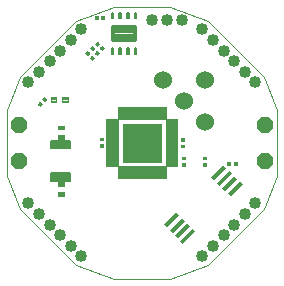
<source format=gts>
G75*
%MOIN*%
%OFA0B0*%
%FSLAX25Y25*%
%IPPOS*%
%LPD*%
%AMOC8*
5,1,8,0,0,1.08239X$1,22.5*
%
%ADD10C,0.00100*%
%ADD11C,0.00236*%
%ADD12C,0.00640*%
%ADD13C,0.02441*%
%ADD14C,0.00039*%
%ADD15C,0.00004*%
%ADD16C,0.00591*%
%ADD17C,0.01476*%
%ADD18R,0.05709X0.01378*%
%ADD19C,0.00394*%
%ADD20C,0.04000*%
%ADD21C,0.06000*%
%ADD22OC8,0.05300*%
%ADD23C,0.00331*%
D10*
X0012350Y0030950D02*
X0008050Y0041950D01*
X0008050Y0064150D01*
X0012350Y0075150D01*
X0030950Y0093750D01*
X0043650Y0098450D01*
X0062450Y0098450D01*
X0075150Y0093750D01*
X0093750Y0075150D01*
X0098050Y0064150D01*
X0098050Y0041950D01*
X0093750Y0030950D01*
X0075150Y0012350D01*
X0062450Y0007650D01*
X0043650Y0007650D01*
X0030950Y0012350D01*
X0012350Y0030950D01*
D11*
X0040022Y0051715D02*
X0040022Y0052659D01*
X0040022Y0051715D02*
X0039078Y0051715D01*
X0039078Y0052659D01*
X0040022Y0052659D01*
X0040022Y0051950D02*
X0039078Y0051950D01*
X0039078Y0052185D02*
X0040022Y0052185D01*
X0040022Y0052420D02*
X0039078Y0052420D01*
X0039078Y0052655D02*
X0040022Y0052655D01*
X0039078Y0053841D02*
X0039078Y0054785D01*
X0040022Y0054785D01*
X0040022Y0053841D01*
X0039078Y0053841D01*
X0039078Y0054076D02*
X0040022Y0054076D01*
X0040022Y0054311D02*
X0039078Y0054311D01*
X0039078Y0054546D02*
X0040022Y0054546D01*
X0040022Y0054781D02*
X0039078Y0054781D01*
X0020502Y0068169D02*
X0019835Y0067502D01*
X0020502Y0068169D02*
X0021169Y0067502D01*
X0020502Y0066835D01*
X0019835Y0067502D01*
X0020267Y0067070D02*
X0020737Y0067070D01*
X0020972Y0067305D02*
X0020032Y0067305D01*
X0019873Y0067540D02*
X0021131Y0067540D01*
X0020896Y0067775D02*
X0020108Y0067775D01*
X0020343Y0068010D02*
X0020661Y0068010D01*
X0019665Y0065998D02*
X0018998Y0065331D01*
X0018331Y0065998D01*
X0018998Y0066665D01*
X0019665Y0065998D01*
X0019233Y0065566D02*
X0018763Y0065566D01*
X0018528Y0065801D02*
X0019468Y0065801D01*
X0019627Y0066036D02*
X0018369Y0066036D01*
X0018604Y0066271D02*
X0019392Y0066271D01*
X0019157Y0066506D02*
X0018839Y0066506D01*
X0034898Y0082235D02*
X0034231Y0082902D01*
X0034898Y0083569D01*
X0035565Y0082902D01*
X0034898Y0082235D01*
X0035133Y0082470D02*
X0034663Y0082470D01*
X0034428Y0082705D02*
X0035368Y0082705D01*
X0035527Y0082940D02*
X0034269Y0082940D01*
X0034504Y0083175D02*
X0035292Y0083175D01*
X0035057Y0083410D02*
X0034739Y0083410D01*
X0035831Y0084502D02*
X0036498Y0083835D01*
X0035831Y0084502D02*
X0036498Y0085169D01*
X0037165Y0084502D01*
X0036498Y0083835D01*
X0036733Y0084070D02*
X0036263Y0084070D01*
X0036028Y0084305D02*
X0036968Y0084305D01*
X0037127Y0084540D02*
X0035869Y0084540D01*
X0036104Y0084775D02*
X0036892Y0084775D01*
X0036657Y0085010D02*
X0036339Y0085010D01*
X0037431Y0086102D02*
X0038098Y0085435D01*
X0037431Y0086102D02*
X0038098Y0086769D01*
X0038765Y0086102D01*
X0038098Y0085435D01*
X0038333Y0085670D02*
X0037863Y0085670D01*
X0037628Y0085905D02*
X0038568Y0085905D01*
X0038727Y0086140D02*
X0037469Y0086140D01*
X0037704Y0086375D02*
X0038492Y0086375D01*
X0038257Y0086610D02*
X0037939Y0086610D01*
X0039602Y0085265D02*
X0040269Y0084598D01*
X0039602Y0083931D01*
X0038935Y0084598D01*
X0039602Y0085265D01*
X0039837Y0084166D02*
X0039367Y0084166D01*
X0039132Y0084401D02*
X0040072Y0084401D01*
X0040231Y0084636D02*
X0038973Y0084636D01*
X0039208Y0084871D02*
X0039996Y0084871D01*
X0039761Y0085106D02*
X0039443Y0085106D01*
X0038002Y0083665D02*
X0038669Y0082998D01*
X0038002Y0082331D01*
X0037335Y0082998D01*
X0038002Y0083665D01*
X0038237Y0082566D02*
X0037767Y0082566D01*
X0037532Y0082801D02*
X0038472Y0082801D01*
X0038631Y0083036D02*
X0037373Y0083036D01*
X0037608Y0083271D02*
X0038396Y0083271D01*
X0038161Y0083506D02*
X0037843Y0083506D01*
X0036402Y0082065D02*
X0037069Y0081398D01*
X0036402Y0080731D01*
X0035735Y0081398D01*
X0036402Y0082065D01*
X0036637Y0080966D02*
X0036167Y0080966D01*
X0035932Y0081201D02*
X0036872Y0081201D01*
X0037031Y0081436D02*
X0035773Y0081436D01*
X0036008Y0081671D02*
X0036796Y0081671D01*
X0036561Y0081906D02*
X0036243Y0081906D01*
X0037415Y0094278D02*
X0038359Y0094278D01*
X0037415Y0094278D02*
X0037415Y0095222D01*
X0038359Y0095222D01*
X0038359Y0094278D01*
X0038359Y0094513D02*
X0037415Y0094513D01*
X0037415Y0094748D02*
X0038359Y0094748D01*
X0038359Y0094983D02*
X0037415Y0094983D01*
X0037415Y0095218D02*
X0038359Y0095218D01*
X0039541Y0095222D02*
X0040485Y0095222D01*
X0040485Y0094278D01*
X0039541Y0094278D01*
X0039541Y0095222D01*
X0039541Y0094513D02*
X0040485Y0094513D01*
X0040485Y0094748D02*
X0039541Y0094748D01*
X0039541Y0094983D02*
X0040485Y0094983D01*
X0040485Y0095218D02*
X0039541Y0095218D01*
X0066078Y0054585D02*
X0066078Y0053641D01*
X0066078Y0054585D02*
X0067022Y0054585D01*
X0067022Y0053641D01*
X0066078Y0053641D01*
X0066078Y0053876D02*
X0067022Y0053876D01*
X0067022Y0054111D02*
X0066078Y0054111D01*
X0066078Y0054346D02*
X0067022Y0054346D01*
X0067022Y0054581D02*
X0066078Y0054581D01*
X0067022Y0052459D02*
X0067022Y0051515D01*
X0066078Y0051515D01*
X0066078Y0052459D01*
X0067022Y0052459D01*
X0067022Y0051750D02*
X0066078Y0051750D01*
X0066078Y0051985D02*
X0067022Y0051985D01*
X0067022Y0052220D02*
X0066078Y0052220D01*
X0066078Y0052455D02*
X0067022Y0052455D01*
X0066578Y0048485D02*
X0066578Y0047541D01*
X0066578Y0048485D02*
X0067522Y0048485D01*
X0067522Y0047541D01*
X0066578Y0047541D01*
X0066578Y0047776D02*
X0067522Y0047776D01*
X0067522Y0048011D02*
X0066578Y0048011D01*
X0066578Y0048246D02*
X0067522Y0048246D01*
X0067522Y0048481D02*
X0066578Y0048481D01*
X0067522Y0046359D02*
X0067522Y0045415D01*
X0066578Y0045415D01*
X0066578Y0046359D01*
X0067522Y0046359D01*
X0067522Y0045650D02*
X0066578Y0045650D01*
X0066578Y0045885D02*
X0067522Y0045885D01*
X0067522Y0046120D02*
X0066578Y0046120D01*
X0066578Y0046355D02*
X0067522Y0046355D01*
X0074322Y0046359D02*
X0074322Y0045415D01*
X0073378Y0045415D01*
X0073378Y0046359D01*
X0074322Y0046359D01*
X0074322Y0045650D02*
X0073378Y0045650D01*
X0073378Y0045885D02*
X0074322Y0045885D01*
X0074322Y0046120D02*
X0073378Y0046120D01*
X0073378Y0046355D02*
X0074322Y0046355D01*
X0073378Y0047541D02*
X0073378Y0048485D01*
X0074322Y0048485D01*
X0074322Y0047541D01*
X0073378Y0047541D01*
X0073378Y0047776D02*
X0074322Y0047776D01*
X0074322Y0048011D02*
X0073378Y0048011D01*
X0073378Y0048246D02*
X0074322Y0048246D01*
X0074322Y0048481D02*
X0073378Y0048481D01*
X0081515Y0045578D02*
X0082459Y0045578D01*
X0081515Y0045578D02*
X0081515Y0046522D01*
X0082459Y0046522D01*
X0082459Y0045578D01*
X0082459Y0045813D02*
X0081515Y0045813D01*
X0081515Y0046048D02*
X0082459Y0046048D01*
X0082459Y0046283D02*
X0081515Y0046283D01*
X0081515Y0046518D02*
X0082459Y0046518D01*
X0083641Y0046522D02*
X0084585Y0046522D01*
X0084585Y0045578D01*
X0083641Y0045578D01*
X0083641Y0046522D01*
X0083641Y0045813D02*
X0084585Y0045813D01*
X0084585Y0046048D02*
X0083641Y0046048D01*
X0083641Y0046283D02*
X0084585Y0046283D01*
X0084585Y0046518D02*
X0083641Y0046518D01*
D12*
X0029230Y0040464D02*
X0022870Y0040464D01*
X0022870Y0043024D01*
X0029230Y0043024D01*
X0029230Y0040464D01*
X0029230Y0041103D02*
X0022870Y0041103D01*
X0022870Y0041742D02*
X0029230Y0041742D01*
X0029230Y0042381D02*
X0022870Y0042381D01*
X0022870Y0043020D02*
X0029230Y0043020D01*
X0029230Y0051264D02*
X0022870Y0051264D01*
X0022870Y0053824D01*
X0029230Y0053824D01*
X0029230Y0051264D01*
X0029230Y0051903D02*
X0022870Y0051903D01*
X0022870Y0052542D02*
X0029230Y0052542D01*
X0029230Y0053181D02*
X0022870Y0053181D01*
X0022870Y0053820D02*
X0029230Y0053820D01*
D13*
X0048168Y0048168D02*
X0057932Y0048168D01*
X0048168Y0048168D02*
X0048168Y0057932D01*
X0057932Y0057932D01*
X0057932Y0048168D01*
X0057932Y0050608D02*
X0048168Y0050608D01*
X0048168Y0053048D02*
X0057932Y0053048D01*
X0057932Y0055488D02*
X0048168Y0055488D01*
X0048168Y0057928D02*
X0057932Y0057928D01*
D14*
X0060924Y0057940D02*
X0064861Y0057940D01*
X0064861Y0057902D02*
X0060924Y0057902D01*
X0060924Y0057864D02*
X0064861Y0057864D01*
X0064861Y0057827D02*
X0060924Y0057827D01*
X0060924Y0057789D02*
X0064861Y0057789D01*
X0064861Y0057751D02*
X0060924Y0057751D01*
X0060924Y0057713D02*
X0064861Y0057713D01*
X0064861Y0057675D02*
X0060924Y0057675D01*
X0060924Y0057637D02*
X0064861Y0057637D01*
X0064861Y0057599D02*
X0060924Y0057599D01*
X0060924Y0057561D02*
X0064861Y0057561D01*
X0064861Y0057523D02*
X0060924Y0057523D01*
X0060924Y0057486D02*
X0064861Y0057486D01*
X0064861Y0057448D02*
X0060924Y0057448D01*
X0060924Y0057410D02*
X0064861Y0057410D01*
X0064861Y0057372D02*
X0060924Y0057372D01*
X0060924Y0057334D02*
X0064861Y0057334D01*
X0064861Y0057296D02*
X0060924Y0057296D01*
X0060924Y0057258D02*
X0064861Y0057258D01*
X0064861Y0057220D02*
X0060924Y0057220D01*
X0060924Y0057183D02*
X0064861Y0057183D01*
X0064861Y0057145D02*
X0060924Y0057145D01*
X0060924Y0057107D02*
X0064861Y0057107D01*
X0064861Y0057069D02*
X0060924Y0057069D01*
X0060924Y0057031D02*
X0064861Y0057031D01*
X0064861Y0056993D02*
X0060924Y0056993D01*
X0060924Y0056955D02*
X0064861Y0056955D01*
X0064861Y0056917D02*
X0060924Y0056917D01*
X0060924Y0056879D02*
X0064861Y0056879D01*
X0064861Y0056842D02*
X0060924Y0056842D01*
X0060924Y0056804D02*
X0064861Y0056804D01*
X0064861Y0056766D02*
X0060924Y0056766D01*
X0060924Y0056728D02*
X0064861Y0056728D01*
X0064861Y0056690D02*
X0060924Y0056690D01*
X0060924Y0056652D02*
X0064861Y0056652D01*
X0064861Y0056614D02*
X0060924Y0056614D01*
X0060924Y0056576D02*
X0064861Y0056576D01*
X0064861Y0056539D02*
X0060924Y0056539D01*
X0060924Y0056501D02*
X0064861Y0056501D01*
X0064861Y0056463D02*
X0060924Y0056463D01*
X0060924Y0056425D02*
X0064861Y0056425D01*
X0064861Y0056387D02*
X0060924Y0056387D01*
X0060924Y0056349D02*
X0064861Y0056349D01*
X0064861Y0056311D02*
X0060924Y0056311D01*
X0060924Y0056273D02*
X0064861Y0056273D01*
X0064861Y0056235D02*
X0060924Y0056235D01*
X0060924Y0056198D02*
X0064861Y0056198D01*
X0064861Y0056160D02*
X0060924Y0056160D01*
X0060924Y0056122D02*
X0064861Y0056122D01*
X0064861Y0056084D02*
X0060924Y0056084D01*
X0060924Y0056046D02*
X0064861Y0056046D01*
X0064861Y0056008D02*
X0060924Y0056008D01*
X0060924Y0055970D02*
X0064861Y0055970D01*
X0064861Y0055932D02*
X0060924Y0055932D01*
X0060924Y0055895D02*
X0064861Y0055895D01*
X0064861Y0055857D02*
X0060924Y0055857D01*
X0060924Y0055819D02*
X0064861Y0055819D01*
X0064861Y0055781D02*
X0060924Y0055781D01*
X0060924Y0055743D02*
X0064861Y0055743D01*
X0064861Y0055705D02*
X0060924Y0055705D01*
X0060924Y0055667D02*
X0064861Y0055667D01*
X0064861Y0055629D02*
X0060924Y0055629D01*
X0060924Y0055591D02*
X0064861Y0055591D01*
X0064861Y0055554D02*
X0060924Y0055554D01*
X0060924Y0055516D02*
X0064861Y0055516D01*
X0064861Y0055478D02*
X0060924Y0055478D01*
X0060924Y0055440D02*
X0064861Y0055440D01*
X0064861Y0055402D02*
X0060924Y0055402D01*
X0060924Y0055364D02*
X0064861Y0055364D01*
X0064861Y0055326D02*
X0060924Y0055326D01*
X0060924Y0055288D02*
X0064861Y0055288D01*
X0064861Y0055251D02*
X0060924Y0055251D01*
X0060924Y0055213D02*
X0064861Y0055213D01*
X0064861Y0055175D02*
X0060924Y0055175D01*
X0060924Y0055137D02*
X0064861Y0055137D01*
X0064861Y0055099D02*
X0060924Y0055099D01*
X0060924Y0055061D02*
X0064861Y0055061D01*
X0064861Y0055023D02*
X0060924Y0055023D01*
X0060924Y0054985D02*
X0064861Y0054985D01*
X0064861Y0054948D02*
X0060924Y0054948D01*
X0060924Y0054910D02*
X0064861Y0054910D01*
X0064861Y0054872D02*
X0060924Y0054872D01*
X0060924Y0054834D02*
X0064861Y0054834D01*
X0064861Y0054796D02*
X0060924Y0054796D01*
X0060924Y0054758D02*
X0064861Y0054758D01*
X0064861Y0054720D02*
X0060924Y0054720D01*
X0060924Y0054682D02*
X0064861Y0054682D01*
X0064861Y0054644D02*
X0060924Y0054644D01*
X0060924Y0054607D02*
X0064861Y0054607D01*
X0064861Y0054569D02*
X0060924Y0054569D01*
X0060924Y0054531D02*
X0064861Y0054531D01*
X0064861Y0054493D02*
X0060924Y0054493D01*
X0060924Y0054455D02*
X0064861Y0054455D01*
X0064861Y0054417D02*
X0060924Y0054417D01*
X0060924Y0054379D02*
X0064861Y0054379D01*
X0064861Y0054341D02*
X0060924Y0054341D01*
X0060924Y0054304D02*
X0064861Y0054304D01*
X0064861Y0054266D02*
X0060924Y0054266D01*
X0060924Y0054228D02*
X0064861Y0054228D01*
X0064861Y0054190D02*
X0060924Y0054190D01*
X0060924Y0054152D02*
X0064861Y0054152D01*
X0064861Y0054114D02*
X0060924Y0054114D01*
X0060924Y0054076D02*
X0064861Y0054076D01*
X0064861Y0054038D02*
X0060924Y0054038D01*
X0060924Y0054000D02*
X0064861Y0054000D01*
X0064861Y0053963D02*
X0060924Y0053963D01*
X0060924Y0053925D02*
X0064861Y0053925D01*
X0064861Y0053887D02*
X0060924Y0053887D01*
X0060924Y0053849D02*
X0064861Y0053849D01*
X0064861Y0053811D02*
X0060924Y0053811D01*
X0060924Y0053773D02*
X0064861Y0053773D01*
X0064861Y0053735D02*
X0060924Y0053735D01*
X0060924Y0053697D02*
X0064861Y0053697D01*
X0064861Y0053660D02*
X0060924Y0053660D01*
X0060924Y0053622D02*
X0064861Y0053622D01*
X0064861Y0053584D02*
X0060924Y0053584D01*
X0060924Y0053546D02*
X0064861Y0053546D01*
X0064861Y0053508D02*
X0060924Y0053508D01*
X0060924Y0053470D02*
X0064861Y0053470D01*
X0064861Y0053432D02*
X0060924Y0053432D01*
X0060924Y0053394D02*
X0064861Y0053394D01*
X0064861Y0053356D02*
X0060924Y0053356D01*
X0060924Y0053319D02*
X0064861Y0053319D01*
X0064861Y0053281D02*
X0060924Y0053281D01*
X0060924Y0053243D02*
X0064861Y0053243D01*
X0064861Y0053205D02*
X0060924Y0053205D01*
X0060924Y0053167D02*
X0064861Y0053167D01*
X0064861Y0053129D02*
X0060924Y0053129D01*
X0060924Y0053091D02*
X0064861Y0053091D01*
X0064861Y0053053D02*
X0060924Y0053053D01*
X0060924Y0053016D02*
X0064861Y0053016D01*
X0064861Y0052978D02*
X0060924Y0052978D01*
X0060924Y0052940D02*
X0064861Y0052940D01*
X0064861Y0052902D02*
X0060924Y0052902D01*
X0060924Y0052864D02*
X0064861Y0052864D01*
X0064861Y0052826D02*
X0060924Y0052826D01*
X0060924Y0052788D02*
X0064861Y0052788D01*
X0064861Y0052750D02*
X0060924Y0052750D01*
X0060924Y0052713D02*
X0064861Y0052713D01*
X0064861Y0052675D02*
X0060924Y0052675D01*
X0060924Y0052637D02*
X0064861Y0052637D01*
X0064861Y0052599D02*
X0060924Y0052599D01*
X0060924Y0052561D02*
X0064861Y0052561D01*
X0064861Y0052523D02*
X0060924Y0052523D01*
X0060924Y0052485D02*
X0064861Y0052485D01*
X0064861Y0052447D02*
X0060924Y0052447D01*
X0060924Y0052409D02*
X0064861Y0052409D01*
X0064861Y0052372D02*
X0060924Y0052372D01*
X0060924Y0052334D02*
X0064861Y0052334D01*
X0064861Y0052296D02*
X0060924Y0052296D01*
X0060924Y0052258D02*
X0064861Y0052258D01*
X0064861Y0052220D02*
X0060924Y0052220D01*
X0060924Y0052182D02*
X0064861Y0052182D01*
X0064861Y0052144D02*
X0060924Y0052144D01*
X0060924Y0052106D02*
X0064861Y0052106D01*
X0064861Y0052069D02*
X0060924Y0052069D01*
X0060924Y0052031D02*
X0064861Y0052031D01*
X0064861Y0051993D02*
X0060924Y0051993D01*
X0060924Y0051955D02*
X0064861Y0051955D01*
X0064861Y0051917D02*
X0060924Y0051917D01*
X0060924Y0051879D02*
X0064861Y0051879D01*
X0064861Y0051841D02*
X0060924Y0051841D01*
X0060924Y0051803D02*
X0064861Y0051803D01*
X0064861Y0051765D02*
X0060924Y0051765D01*
X0060924Y0051728D02*
X0064861Y0051728D01*
X0064861Y0051690D02*
X0060924Y0051690D01*
X0060924Y0051652D02*
X0064861Y0051652D01*
X0064861Y0051614D02*
X0060924Y0051614D01*
X0060924Y0051576D02*
X0064861Y0051576D01*
X0064861Y0051538D02*
X0060924Y0051538D01*
X0060924Y0051500D02*
X0064861Y0051500D01*
X0064861Y0051462D02*
X0060924Y0051462D01*
X0060924Y0051425D02*
X0064861Y0051425D01*
X0064861Y0051387D02*
X0060924Y0051387D01*
X0060924Y0051349D02*
X0064861Y0051349D01*
X0064861Y0051311D02*
X0060924Y0051311D01*
X0060924Y0051273D02*
X0064861Y0051273D01*
X0064861Y0051235D02*
X0060924Y0051235D01*
X0060924Y0051197D02*
X0064861Y0051197D01*
X0064861Y0051159D02*
X0060924Y0051159D01*
X0060924Y0051121D02*
X0064861Y0051121D01*
X0064861Y0051084D02*
X0060924Y0051084D01*
X0060924Y0051046D02*
X0064861Y0051046D01*
X0064861Y0051008D02*
X0060924Y0051008D01*
X0060924Y0050970D02*
X0064861Y0050970D01*
X0064861Y0050932D02*
X0060924Y0050932D01*
X0060924Y0050894D02*
X0064861Y0050894D01*
X0064861Y0050856D02*
X0060924Y0050856D01*
X0060924Y0050818D02*
X0064861Y0050818D01*
X0064861Y0050781D02*
X0060924Y0050781D01*
X0060924Y0050743D02*
X0064861Y0050743D01*
X0064861Y0050705D02*
X0060924Y0050705D01*
X0060924Y0050667D02*
X0064861Y0050667D01*
X0064861Y0050629D02*
X0060924Y0050629D01*
X0060924Y0050591D02*
X0064861Y0050591D01*
X0064861Y0050553D02*
X0060924Y0050553D01*
X0060924Y0050515D02*
X0064861Y0050515D01*
X0064861Y0050478D02*
X0060924Y0050478D01*
X0060924Y0050440D02*
X0064861Y0050440D01*
X0064861Y0050402D02*
X0060924Y0050402D01*
X0060924Y0050364D02*
X0064861Y0050364D01*
X0064861Y0050326D02*
X0060924Y0050326D01*
X0060924Y0050288D02*
X0064861Y0050288D01*
X0064861Y0050250D02*
X0060924Y0050250D01*
X0060924Y0050212D02*
X0064861Y0050212D01*
X0064861Y0050174D02*
X0060924Y0050174D01*
X0060924Y0050137D02*
X0064861Y0050137D01*
X0064861Y0050099D02*
X0060924Y0050099D01*
X0060924Y0050061D02*
X0064861Y0050061D01*
X0064861Y0050023D02*
X0060924Y0050023D01*
X0060924Y0049985D02*
X0064861Y0049985D01*
X0064861Y0049947D02*
X0060924Y0049947D01*
X0060924Y0049909D02*
X0064861Y0049909D01*
X0064861Y0049871D02*
X0060924Y0049871D01*
X0060924Y0049834D02*
X0064861Y0049834D01*
X0064861Y0049796D02*
X0060924Y0049796D01*
X0060924Y0049758D02*
X0064861Y0049758D01*
X0064861Y0049720D02*
X0060924Y0049720D01*
X0060924Y0049682D02*
X0064861Y0049682D01*
X0064861Y0049644D02*
X0060924Y0049644D01*
X0060924Y0049606D02*
X0064861Y0049606D01*
X0064861Y0049568D02*
X0060924Y0049568D01*
X0060924Y0049530D02*
X0064861Y0049530D01*
X0064861Y0049493D02*
X0060924Y0049493D01*
X0060924Y0049455D02*
X0064861Y0049455D01*
X0064861Y0049417D02*
X0060924Y0049417D01*
X0060924Y0049379D02*
X0064861Y0049379D01*
X0064861Y0049341D02*
X0060924Y0049341D01*
X0060924Y0049303D02*
X0064861Y0049303D01*
X0064861Y0049265D02*
X0060924Y0049265D01*
X0060924Y0049227D02*
X0064861Y0049227D01*
X0064861Y0049190D02*
X0060924Y0049190D01*
X0060924Y0049152D02*
X0064861Y0049152D01*
X0064861Y0049114D02*
X0060924Y0049114D01*
X0060924Y0049076D02*
X0064861Y0049076D01*
X0064861Y0049038D02*
X0060924Y0049038D01*
X0060924Y0049000D02*
X0064861Y0049000D01*
X0064861Y0048962D02*
X0060924Y0048962D01*
X0060924Y0048924D02*
X0064861Y0048924D01*
X0064861Y0048886D02*
X0060924Y0048886D01*
X0060924Y0048849D02*
X0064861Y0048849D01*
X0064861Y0048811D02*
X0060924Y0048811D01*
X0060924Y0048773D02*
X0064861Y0048773D01*
X0064861Y0048735D02*
X0060924Y0048735D01*
X0060924Y0048697D02*
X0064861Y0048697D01*
X0064861Y0048659D02*
X0060924Y0048659D01*
X0060924Y0048621D02*
X0064861Y0048621D01*
X0064861Y0048583D02*
X0060924Y0048583D01*
X0060924Y0048546D02*
X0064861Y0048546D01*
X0064861Y0048508D02*
X0060924Y0048508D01*
X0060924Y0048470D02*
X0064861Y0048470D01*
X0064861Y0048432D02*
X0060924Y0048432D01*
X0060924Y0048394D02*
X0064861Y0048394D01*
X0064861Y0048356D02*
X0060924Y0048356D01*
X0060924Y0048318D02*
X0064861Y0048318D01*
X0064861Y0048280D02*
X0060924Y0048280D01*
X0060924Y0048243D02*
X0064861Y0048243D01*
X0064861Y0048205D02*
X0060924Y0048205D01*
X0060924Y0048167D02*
X0064861Y0048167D01*
X0064861Y0048129D02*
X0060924Y0048129D01*
X0060924Y0048091D02*
X0064861Y0048091D01*
X0064861Y0048053D02*
X0060924Y0048053D01*
X0060924Y0048015D02*
X0064861Y0048015D01*
X0064861Y0047977D02*
X0060924Y0047977D01*
X0060924Y0047939D02*
X0064861Y0047939D01*
X0064861Y0047902D02*
X0060924Y0047902D01*
X0060924Y0047864D02*
X0064861Y0047864D01*
X0064861Y0047826D02*
X0060924Y0047826D01*
X0060924Y0047788D02*
X0064861Y0047788D01*
X0064861Y0047750D02*
X0060924Y0047750D01*
X0060924Y0047712D02*
X0064861Y0047712D01*
X0064861Y0047674D02*
X0060924Y0047674D01*
X0060924Y0047636D02*
X0064861Y0047636D01*
X0064861Y0047599D02*
X0060924Y0047599D01*
X0060924Y0047561D02*
X0064861Y0047561D01*
X0064861Y0047523D02*
X0060924Y0047523D01*
X0060924Y0047485D02*
X0064861Y0047485D01*
X0064861Y0047447D02*
X0060924Y0047447D01*
X0060924Y0047409D02*
X0064861Y0047409D01*
X0064861Y0047371D02*
X0060924Y0047371D01*
X0060924Y0047333D02*
X0064861Y0047333D01*
X0064861Y0047295D02*
X0060924Y0047295D01*
X0060924Y0047258D02*
X0064861Y0047258D01*
X0064861Y0047220D02*
X0060924Y0047220D01*
X0060924Y0047182D02*
X0064861Y0047182D01*
X0064861Y0047144D02*
X0060924Y0047144D01*
X0060924Y0047106D02*
X0064861Y0047106D01*
X0064861Y0047068D02*
X0060924Y0047068D01*
X0060924Y0047030D02*
X0064861Y0047030D01*
X0064861Y0046992D02*
X0060924Y0046992D01*
X0060924Y0046955D02*
X0064861Y0046955D01*
X0064861Y0046917D02*
X0060924Y0046917D01*
X0060924Y0046879D02*
X0064861Y0046879D01*
X0064861Y0046841D02*
X0060924Y0046841D01*
X0060924Y0046803D02*
X0064861Y0046803D01*
X0064861Y0046765D02*
X0060924Y0046765D01*
X0060924Y0046727D02*
X0064861Y0046727D01*
X0064861Y0046689D02*
X0060924Y0046689D01*
X0060924Y0046651D02*
X0064861Y0046651D01*
X0064861Y0046614D02*
X0060924Y0046614D01*
X0060924Y0046576D02*
X0064861Y0046576D01*
X0064861Y0046538D02*
X0060924Y0046538D01*
X0060924Y0046500D02*
X0064861Y0046500D01*
X0064861Y0046462D02*
X0060924Y0046462D01*
X0060924Y0046424D02*
X0064861Y0046424D01*
X0064861Y0046386D02*
X0060924Y0046386D01*
X0060924Y0046348D02*
X0064861Y0046348D01*
X0064861Y0046311D02*
X0060924Y0046311D01*
X0060924Y0046273D02*
X0064861Y0046273D01*
X0064861Y0046235D02*
X0060924Y0046235D01*
X0060924Y0046197D02*
X0064861Y0046197D01*
X0064861Y0046159D02*
X0060924Y0046159D01*
X0060924Y0046121D02*
X0064861Y0046121D01*
X0064861Y0046083D02*
X0060924Y0046083D01*
X0060924Y0046045D02*
X0064861Y0046045D01*
X0064861Y0046008D02*
X0060924Y0046008D01*
X0060924Y0045970D02*
X0064861Y0045970D01*
X0064861Y0045932D02*
X0060924Y0045932D01*
X0060924Y0045894D02*
X0064861Y0045894D01*
X0064861Y0045856D02*
X0060924Y0045856D01*
X0060924Y0045818D02*
X0064861Y0045818D01*
X0064861Y0045780D02*
X0060924Y0045780D01*
X0060924Y0045742D02*
X0064861Y0045742D01*
X0064861Y0045704D02*
X0060924Y0045704D01*
X0060924Y0045667D02*
X0064861Y0045667D01*
X0064861Y0045629D02*
X0060924Y0045629D01*
X0060924Y0045591D02*
X0064861Y0045591D01*
X0064861Y0045553D02*
X0060924Y0045553D01*
X0060924Y0045515D02*
X0064861Y0045515D01*
X0064861Y0045477D02*
X0060924Y0045477D01*
X0060924Y0045439D02*
X0064861Y0045439D01*
X0064861Y0045401D02*
X0060924Y0045401D01*
X0060924Y0045364D02*
X0064861Y0045364D01*
X0064861Y0045326D02*
X0060924Y0045326D01*
X0060924Y0045288D02*
X0064861Y0045288D01*
X0064861Y0045250D02*
X0060924Y0045250D01*
X0060924Y0045212D02*
X0064861Y0045212D01*
X0064861Y0045176D02*
X0064861Y0060924D01*
X0060924Y0060924D01*
X0045176Y0060924D01*
X0045176Y0064861D01*
X0060924Y0064861D01*
X0060924Y0060924D01*
X0060924Y0045176D01*
X0064861Y0045176D01*
X0060924Y0045176D02*
X0060924Y0041239D01*
X0045176Y0041239D01*
X0045176Y0045176D01*
X0060924Y0045176D01*
X0060924Y0045174D02*
X0045176Y0045174D01*
X0045176Y0045176D02*
X0041239Y0045176D01*
X0041239Y0060924D01*
X0045176Y0060924D01*
X0045176Y0045176D01*
X0045176Y0045212D02*
X0041239Y0045212D01*
X0041239Y0045250D02*
X0045176Y0045250D01*
X0045176Y0045288D02*
X0041239Y0045288D01*
X0041239Y0045326D02*
X0045176Y0045326D01*
X0045176Y0045364D02*
X0041239Y0045364D01*
X0041239Y0045401D02*
X0045176Y0045401D01*
X0045176Y0045439D02*
X0041239Y0045439D01*
X0041239Y0045477D02*
X0045176Y0045477D01*
X0045176Y0045515D02*
X0041239Y0045515D01*
X0041239Y0045553D02*
X0045176Y0045553D01*
X0045176Y0045591D02*
X0041239Y0045591D01*
X0041239Y0045629D02*
X0045176Y0045629D01*
X0045176Y0045667D02*
X0041239Y0045667D01*
X0041239Y0045704D02*
X0045176Y0045704D01*
X0045176Y0045742D02*
X0041239Y0045742D01*
X0041239Y0045780D02*
X0045176Y0045780D01*
X0045176Y0045818D02*
X0041239Y0045818D01*
X0041239Y0045856D02*
X0045176Y0045856D01*
X0045176Y0045894D02*
X0041239Y0045894D01*
X0041239Y0045932D02*
X0045176Y0045932D01*
X0045176Y0045970D02*
X0041239Y0045970D01*
X0041239Y0046008D02*
X0045176Y0046008D01*
X0045176Y0046045D02*
X0041239Y0046045D01*
X0041239Y0046083D02*
X0045176Y0046083D01*
X0045176Y0046121D02*
X0041239Y0046121D01*
X0041239Y0046159D02*
X0045176Y0046159D01*
X0045176Y0046197D02*
X0041239Y0046197D01*
X0041239Y0046235D02*
X0045176Y0046235D01*
X0045176Y0046273D02*
X0041239Y0046273D01*
X0041239Y0046311D02*
X0045176Y0046311D01*
X0045176Y0046348D02*
X0041239Y0046348D01*
X0041239Y0046386D02*
X0045176Y0046386D01*
X0045176Y0046424D02*
X0041239Y0046424D01*
X0041239Y0046462D02*
X0045176Y0046462D01*
X0045176Y0046500D02*
X0041239Y0046500D01*
X0041239Y0046538D02*
X0045176Y0046538D01*
X0045176Y0046576D02*
X0041239Y0046576D01*
X0041239Y0046614D02*
X0045176Y0046614D01*
X0045176Y0046651D02*
X0041239Y0046651D01*
X0041239Y0046689D02*
X0045176Y0046689D01*
X0045176Y0046727D02*
X0041239Y0046727D01*
X0041239Y0046765D02*
X0045176Y0046765D01*
X0045176Y0046803D02*
X0041239Y0046803D01*
X0041239Y0046841D02*
X0045176Y0046841D01*
X0045176Y0046879D02*
X0041239Y0046879D01*
X0041239Y0046917D02*
X0045176Y0046917D01*
X0045176Y0046955D02*
X0041239Y0046955D01*
X0041239Y0046992D02*
X0045176Y0046992D01*
X0045176Y0047030D02*
X0041239Y0047030D01*
X0041239Y0047068D02*
X0045176Y0047068D01*
X0045176Y0047106D02*
X0041239Y0047106D01*
X0041239Y0047144D02*
X0045176Y0047144D01*
X0045176Y0047182D02*
X0041239Y0047182D01*
X0041239Y0047220D02*
X0045176Y0047220D01*
X0045176Y0047258D02*
X0041239Y0047258D01*
X0041239Y0047295D02*
X0045176Y0047295D01*
X0045176Y0047333D02*
X0041239Y0047333D01*
X0041239Y0047371D02*
X0045176Y0047371D01*
X0045176Y0047409D02*
X0041239Y0047409D01*
X0041239Y0047447D02*
X0045176Y0047447D01*
X0045176Y0047485D02*
X0041239Y0047485D01*
X0041239Y0047523D02*
X0045176Y0047523D01*
X0045176Y0047561D02*
X0041239Y0047561D01*
X0041239Y0047599D02*
X0045176Y0047599D01*
X0045176Y0047636D02*
X0041239Y0047636D01*
X0041239Y0047674D02*
X0045176Y0047674D01*
X0045176Y0047712D02*
X0041239Y0047712D01*
X0041239Y0047750D02*
X0045176Y0047750D01*
X0045176Y0047788D02*
X0041239Y0047788D01*
X0041239Y0047826D02*
X0045176Y0047826D01*
X0045176Y0047864D02*
X0041239Y0047864D01*
X0041239Y0047902D02*
X0045176Y0047902D01*
X0045176Y0047939D02*
X0041239Y0047939D01*
X0041239Y0047977D02*
X0045176Y0047977D01*
X0045176Y0048015D02*
X0041239Y0048015D01*
X0041239Y0048053D02*
X0045176Y0048053D01*
X0045176Y0048091D02*
X0041239Y0048091D01*
X0041239Y0048129D02*
X0045176Y0048129D01*
X0045176Y0048167D02*
X0041239Y0048167D01*
X0041239Y0048205D02*
X0045176Y0048205D01*
X0045176Y0048243D02*
X0041239Y0048243D01*
X0041239Y0048280D02*
X0045176Y0048280D01*
X0045176Y0048318D02*
X0041239Y0048318D01*
X0041239Y0048356D02*
X0045176Y0048356D01*
X0045176Y0048394D02*
X0041239Y0048394D01*
X0041239Y0048432D02*
X0045176Y0048432D01*
X0045176Y0048470D02*
X0041239Y0048470D01*
X0041239Y0048508D02*
X0045176Y0048508D01*
X0045176Y0048546D02*
X0041239Y0048546D01*
X0041239Y0048583D02*
X0045176Y0048583D01*
X0045176Y0048621D02*
X0041239Y0048621D01*
X0041239Y0048659D02*
X0045176Y0048659D01*
X0045176Y0048697D02*
X0041239Y0048697D01*
X0041239Y0048735D02*
X0045176Y0048735D01*
X0045176Y0048773D02*
X0041239Y0048773D01*
X0041239Y0048811D02*
X0045176Y0048811D01*
X0045176Y0048849D02*
X0041239Y0048849D01*
X0041239Y0048886D02*
X0045176Y0048886D01*
X0045176Y0048924D02*
X0041239Y0048924D01*
X0041239Y0048962D02*
X0045176Y0048962D01*
X0045176Y0049000D02*
X0041239Y0049000D01*
X0041239Y0049038D02*
X0045176Y0049038D01*
X0045176Y0049076D02*
X0041239Y0049076D01*
X0041239Y0049114D02*
X0045176Y0049114D01*
X0045176Y0049152D02*
X0041239Y0049152D01*
X0041239Y0049190D02*
X0045176Y0049190D01*
X0045176Y0049227D02*
X0041239Y0049227D01*
X0041239Y0049265D02*
X0045176Y0049265D01*
X0045176Y0049303D02*
X0041239Y0049303D01*
X0041239Y0049341D02*
X0045176Y0049341D01*
X0045176Y0049379D02*
X0041239Y0049379D01*
X0041239Y0049417D02*
X0045176Y0049417D01*
X0045176Y0049455D02*
X0041239Y0049455D01*
X0041239Y0049493D02*
X0045176Y0049493D01*
X0045176Y0049530D02*
X0041239Y0049530D01*
X0041239Y0049568D02*
X0045176Y0049568D01*
X0045176Y0049606D02*
X0041239Y0049606D01*
X0041239Y0049644D02*
X0045176Y0049644D01*
X0045176Y0049682D02*
X0041239Y0049682D01*
X0041239Y0049720D02*
X0045176Y0049720D01*
X0045176Y0049758D02*
X0041239Y0049758D01*
X0041239Y0049796D02*
X0045176Y0049796D01*
X0045176Y0049834D02*
X0041239Y0049834D01*
X0041239Y0049871D02*
X0045176Y0049871D01*
X0045176Y0049909D02*
X0041239Y0049909D01*
X0041239Y0049947D02*
X0045176Y0049947D01*
X0045176Y0049985D02*
X0041239Y0049985D01*
X0041239Y0050023D02*
X0045176Y0050023D01*
X0045176Y0050061D02*
X0041239Y0050061D01*
X0041239Y0050099D02*
X0045176Y0050099D01*
X0045176Y0050137D02*
X0041239Y0050137D01*
X0041239Y0050174D02*
X0045176Y0050174D01*
X0045176Y0050212D02*
X0041239Y0050212D01*
X0041239Y0050250D02*
X0045176Y0050250D01*
X0045176Y0050288D02*
X0041239Y0050288D01*
X0041239Y0050326D02*
X0045176Y0050326D01*
X0045176Y0050364D02*
X0041239Y0050364D01*
X0041239Y0050402D02*
X0045176Y0050402D01*
X0045176Y0050440D02*
X0041239Y0050440D01*
X0041239Y0050478D02*
X0045176Y0050478D01*
X0045176Y0050515D02*
X0041239Y0050515D01*
X0041239Y0050553D02*
X0045176Y0050553D01*
X0045176Y0050591D02*
X0041239Y0050591D01*
X0041239Y0050629D02*
X0045176Y0050629D01*
X0045176Y0050667D02*
X0041239Y0050667D01*
X0041239Y0050705D02*
X0045176Y0050705D01*
X0045176Y0050743D02*
X0041239Y0050743D01*
X0041239Y0050781D02*
X0045176Y0050781D01*
X0045176Y0050818D02*
X0041239Y0050818D01*
X0041239Y0050856D02*
X0045176Y0050856D01*
X0045176Y0050894D02*
X0041239Y0050894D01*
X0041239Y0050932D02*
X0045176Y0050932D01*
X0045176Y0050970D02*
X0041239Y0050970D01*
X0041239Y0051008D02*
X0045176Y0051008D01*
X0045176Y0051046D02*
X0041239Y0051046D01*
X0041239Y0051084D02*
X0045176Y0051084D01*
X0045176Y0051121D02*
X0041239Y0051121D01*
X0041239Y0051159D02*
X0045176Y0051159D01*
X0045176Y0051197D02*
X0041239Y0051197D01*
X0041239Y0051235D02*
X0045176Y0051235D01*
X0045176Y0051273D02*
X0041239Y0051273D01*
X0041239Y0051311D02*
X0045176Y0051311D01*
X0045176Y0051349D02*
X0041239Y0051349D01*
X0041239Y0051387D02*
X0045176Y0051387D01*
X0045176Y0051425D02*
X0041239Y0051425D01*
X0041239Y0051462D02*
X0045176Y0051462D01*
X0045176Y0051500D02*
X0041239Y0051500D01*
X0041239Y0051538D02*
X0045176Y0051538D01*
X0045176Y0051576D02*
X0041239Y0051576D01*
X0041239Y0051614D02*
X0045176Y0051614D01*
X0045176Y0051652D02*
X0041239Y0051652D01*
X0041239Y0051690D02*
X0045176Y0051690D01*
X0045176Y0051728D02*
X0041239Y0051728D01*
X0041239Y0051765D02*
X0045176Y0051765D01*
X0045176Y0051803D02*
X0041239Y0051803D01*
X0041239Y0051841D02*
X0045176Y0051841D01*
X0045176Y0051879D02*
X0041239Y0051879D01*
X0041239Y0051917D02*
X0045176Y0051917D01*
X0045176Y0051955D02*
X0041239Y0051955D01*
X0041239Y0051993D02*
X0045176Y0051993D01*
X0045176Y0052031D02*
X0041239Y0052031D01*
X0041239Y0052069D02*
X0045176Y0052069D01*
X0045176Y0052106D02*
X0041239Y0052106D01*
X0041239Y0052144D02*
X0045176Y0052144D01*
X0045176Y0052182D02*
X0041239Y0052182D01*
X0041239Y0052220D02*
X0045176Y0052220D01*
X0045176Y0052258D02*
X0041239Y0052258D01*
X0041239Y0052296D02*
X0045176Y0052296D01*
X0045176Y0052334D02*
X0041239Y0052334D01*
X0041239Y0052372D02*
X0045176Y0052372D01*
X0045176Y0052409D02*
X0041239Y0052409D01*
X0041239Y0052447D02*
X0045176Y0052447D01*
X0045176Y0052485D02*
X0041239Y0052485D01*
X0041239Y0052523D02*
X0045176Y0052523D01*
X0045176Y0052561D02*
X0041239Y0052561D01*
X0041239Y0052599D02*
X0045176Y0052599D01*
X0045176Y0052637D02*
X0041239Y0052637D01*
X0041239Y0052675D02*
X0045176Y0052675D01*
X0045176Y0052713D02*
X0041239Y0052713D01*
X0041239Y0052750D02*
X0045176Y0052750D01*
X0045176Y0052788D02*
X0041239Y0052788D01*
X0041239Y0052826D02*
X0045176Y0052826D01*
X0045176Y0052864D02*
X0041239Y0052864D01*
X0041239Y0052902D02*
X0045176Y0052902D01*
X0045176Y0052940D02*
X0041239Y0052940D01*
X0041239Y0052978D02*
X0045176Y0052978D01*
X0045176Y0053016D02*
X0041239Y0053016D01*
X0041239Y0053053D02*
X0045176Y0053053D01*
X0045176Y0053091D02*
X0041239Y0053091D01*
X0041239Y0053129D02*
X0045176Y0053129D01*
X0045176Y0053167D02*
X0041239Y0053167D01*
X0041239Y0053205D02*
X0045176Y0053205D01*
X0045176Y0053243D02*
X0041239Y0053243D01*
X0041239Y0053281D02*
X0045176Y0053281D01*
X0045176Y0053319D02*
X0041239Y0053319D01*
X0041239Y0053356D02*
X0045176Y0053356D01*
X0045176Y0053394D02*
X0041239Y0053394D01*
X0041239Y0053432D02*
X0045176Y0053432D01*
X0045176Y0053470D02*
X0041239Y0053470D01*
X0041239Y0053508D02*
X0045176Y0053508D01*
X0045176Y0053546D02*
X0041239Y0053546D01*
X0041239Y0053584D02*
X0045176Y0053584D01*
X0045176Y0053622D02*
X0041239Y0053622D01*
X0041239Y0053660D02*
X0045176Y0053660D01*
X0045176Y0053697D02*
X0041239Y0053697D01*
X0041239Y0053735D02*
X0045176Y0053735D01*
X0045176Y0053773D02*
X0041239Y0053773D01*
X0041239Y0053811D02*
X0045176Y0053811D01*
X0045176Y0053849D02*
X0041239Y0053849D01*
X0041239Y0053887D02*
X0045176Y0053887D01*
X0045176Y0053925D02*
X0041239Y0053925D01*
X0041239Y0053963D02*
X0045176Y0053963D01*
X0045176Y0054000D02*
X0041239Y0054000D01*
X0041239Y0054038D02*
X0045176Y0054038D01*
X0045176Y0054076D02*
X0041239Y0054076D01*
X0041239Y0054114D02*
X0045176Y0054114D01*
X0045176Y0054152D02*
X0041239Y0054152D01*
X0041239Y0054190D02*
X0045176Y0054190D01*
X0045176Y0054228D02*
X0041239Y0054228D01*
X0041239Y0054266D02*
X0045176Y0054266D01*
X0045176Y0054304D02*
X0041239Y0054304D01*
X0041239Y0054341D02*
X0045176Y0054341D01*
X0045176Y0054379D02*
X0041239Y0054379D01*
X0041239Y0054417D02*
X0045176Y0054417D01*
X0045176Y0054455D02*
X0041239Y0054455D01*
X0041239Y0054493D02*
X0045176Y0054493D01*
X0045176Y0054531D02*
X0041239Y0054531D01*
X0041239Y0054569D02*
X0045176Y0054569D01*
X0045176Y0054607D02*
X0041239Y0054607D01*
X0041239Y0054644D02*
X0045176Y0054644D01*
X0045176Y0054682D02*
X0041239Y0054682D01*
X0041239Y0054720D02*
X0045176Y0054720D01*
X0045176Y0054758D02*
X0041239Y0054758D01*
X0041239Y0054796D02*
X0045176Y0054796D01*
X0045176Y0054834D02*
X0041239Y0054834D01*
X0041239Y0054872D02*
X0045176Y0054872D01*
X0045176Y0054910D02*
X0041239Y0054910D01*
X0041239Y0054948D02*
X0045176Y0054948D01*
X0045176Y0054985D02*
X0041239Y0054985D01*
X0041239Y0055023D02*
X0045176Y0055023D01*
X0045176Y0055061D02*
X0041239Y0055061D01*
X0041239Y0055099D02*
X0045176Y0055099D01*
X0045176Y0055137D02*
X0041239Y0055137D01*
X0041239Y0055175D02*
X0045176Y0055175D01*
X0045176Y0055213D02*
X0041239Y0055213D01*
X0041239Y0055251D02*
X0045176Y0055251D01*
X0045176Y0055288D02*
X0041239Y0055288D01*
X0041239Y0055326D02*
X0045176Y0055326D01*
X0045176Y0055364D02*
X0041239Y0055364D01*
X0041239Y0055402D02*
X0045176Y0055402D01*
X0045176Y0055440D02*
X0041239Y0055440D01*
X0041239Y0055478D02*
X0045176Y0055478D01*
X0045176Y0055516D02*
X0041239Y0055516D01*
X0041239Y0055554D02*
X0045176Y0055554D01*
X0045176Y0055591D02*
X0041239Y0055591D01*
X0041239Y0055629D02*
X0045176Y0055629D01*
X0045176Y0055667D02*
X0041239Y0055667D01*
X0041239Y0055705D02*
X0045176Y0055705D01*
X0045176Y0055743D02*
X0041239Y0055743D01*
X0041239Y0055781D02*
X0045176Y0055781D01*
X0045176Y0055819D02*
X0041239Y0055819D01*
X0041239Y0055857D02*
X0045176Y0055857D01*
X0045176Y0055895D02*
X0041239Y0055895D01*
X0041239Y0055932D02*
X0045176Y0055932D01*
X0045176Y0055970D02*
X0041239Y0055970D01*
X0041239Y0056008D02*
X0045176Y0056008D01*
X0045176Y0056046D02*
X0041239Y0056046D01*
X0041239Y0056084D02*
X0045176Y0056084D01*
X0045176Y0056122D02*
X0041239Y0056122D01*
X0041239Y0056160D02*
X0045176Y0056160D01*
X0045176Y0056198D02*
X0041239Y0056198D01*
X0041239Y0056235D02*
X0045176Y0056235D01*
X0045176Y0056273D02*
X0041239Y0056273D01*
X0041239Y0056311D02*
X0045176Y0056311D01*
X0045176Y0056349D02*
X0041239Y0056349D01*
X0041239Y0056387D02*
X0045176Y0056387D01*
X0045176Y0056425D02*
X0041239Y0056425D01*
X0041239Y0056463D02*
X0045176Y0056463D01*
X0045176Y0056501D02*
X0041239Y0056501D01*
X0041239Y0056539D02*
X0045176Y0056539D01*
X0045176Y0056576D02*
X0041239Y0056576D01*
X0041239Y0056614D02*
X0045176Y0056614D01*
X0045176Y0056652D02*
X0041239Y0056652D01*
X0041239Y0056690D02*
X0045176Y0056690D01*
X0045176Y0056728D02*
X0041239Y0056728D01*
X0041239Y0056766D02*
X0045176Y0056766D01*
X0045176Y0056804D02*
X0041239Y0056804D01*
X0041239Y0056842D02*
X0045176Y0056842D01*
X0045176Y0056879D02*
X0041239Y0056879D01*
X0041239Y0056917D02*
X0045176Y0056917D01*
X0045176Y0056955D02*
X0041239Y0056955D01*
X0041239Y0056993D02*
X0045176Y0056993D01*
X0045176Y0057031D02*
X0041239Y0057031D01*
X0041239Y0057069D02*
X0045176Y0057069D01*
X0045176Y0057107D02*
X0041239Y0057107D01*
X0041239Y0057145D02*
X0045176Y0057145D01*
X0045176Y0057183D02*
X0041239Y0057183D01*
X0041239Y0057220D02*
X0045176Y0057220D01*
X0045176Y0057258D02*
X0041239Y0057258D01*
X0041239Y0057296D02*
X0045176Y0057296D01*
X0045176Y0057334D02*
X0041239Y0057334D01*
X0041239Y0057372D02*
X0045176Y0057372D01*
X0045176Y0057410D02*
X0041239Y0057410D01*
X0041239Y0057448D02*
X0045176Y0057448D01*
X0045176Y0057486D02*
X0041239Y0057486D01*
X0041239Y0057523D02*
X0045176Y0057523D01*
X0045176Y0057561D02*
X0041239Y0057561D01*
X0041239Y0057599D02*
X0045176Y0057599D01*
X0045176Y0057637D02*
X0041239Y0057637D01*
X0041239Y0057675D02*
X0045176Y0057675D01*
X0045176Y0057713D02*
X0041239Y0057713D01*
X0041239Y0057751D02*
X0045176Y0057751D01*
X0045176Y0057789D02*
X0041239Y0057789D01*
X0041239Y0057827D02*
X0045176Y0057827D01*
X0045176Y0057864D02*
X0041239Y0057864D01*
X0041239Y0057902D02*
X0045176Y0057902D01*
X0045176Y0057940D02*
X0041239Y0057940D01*
X0041239Y0057978D02*
X0045176Y0057978D01*
X0045176Y0058016D02*
X0041239Y0058016D01*
X0041239Y0058054D02*
X0045176Y0058054D01*
X0045176Y0058092D02*
X0041239Y0058092D01*
X0041239Y0058130D02*
X0045176Y0058130D01*
X0045176Y0058167D02*
X0041239Y0058167D01*
X0041239Y0058205D02*
X0045176Y0058205D01*
X0045176Y0058243D02*
X0041239Y0058243D01*
X0041239Y0058281D02*
X0045176Y0058281D01*
X0045176Y0058319D02*
X0041239Y0058319D01*
X0041239Y0058357D02*
X0045176Y0058357D01*
X0045176Y0058395D02*
X0041239Y0058395D01*
X0041239Y0058433D02*
X0045176Y0058433D01*
X0045176Y0058470D02*
X0041239Y0058470D01*
X0041239Y0058508D02*
X0045176Y0058508D01*
X0045176Y0058546D02*
X0041239Y0058546D01*
X0041239Y0058584D02*
X0045176Y0058584D01*
X0045176Y0058622D02*
X0041239Y0058622D01*
X0041239Y0058660D02*
X0045176Y0058660D01*
X0045176Y0058698D02*
X0041239Y0058698D01*
X0041239Y0058736D02*
X0045176Y0058736D01*
X0045176Y0058774D02*
X0041239Y0058774D01*
X0041239Y0058811D02*
X0045176Y0058811D01*
X0045176Y0058849D02*
X0041239Y0058849D01*
X0041239Y0058887D02*
X0045176Y0058887D01*
X0045176Y0058925D02*
X0041239Y0058925D01*
X0041239Y0058963D02*
X0045176Y0058963D01*
X0045176Y0059001D02*
X0041239Y0059001D01*
X0041239Y0059039D02*
X0045176Y0059039D01*
X0045176Y0059077D02*
X0041239Y0059077D01*
X0041239Y0059114D02*
X0045176Y0059114D01*
X0045176Y0059152D02*
X0041239Y0059152D01*
X0041239Y0059190D02*
X0045176Y0059190D01*
X0045176Y0059228D02*
X0041239Y0059228D01*
X0041239Y0059266D02*
X0045176Y0059266D01*
X0045176Y0059304D02*
X0041239Y0059304D01*
X0041239Y0059342D02*
X0045176Y0059342D01*
X0045176Y0059380D02*
X0041239Y0059380D01*
X0041239Y0059418D02*
X0045176Y0059418D01*
X0045176Y0059455D02*
X0041239Y0059455D01*
X0041239Y0059493D02*
X0045176Y0059493D01*
X0045176Y0059531D02*
X0041239Y0059531D01*
X0041239Y0059569D02*
X0045176Y0059569D01*
X0045176Y0059607D02*
X0041239Y0059607D01*
X0041239Y0059645D02*
X0045176Y0059645D01*
X0045176Y0059683D02*
X0041239Y0059683D01*
X0041239Y0059721D02*
X0045176Y0059721D01*
X0045176Y0059758D02*
X0041239Y0059758D01*
X0041239Y0059796D02*
X0045176Y0059796D01*
X0045176Y0059834D02*
X0041239Y0059834D01*
X0041239Y0059872D02*
X0045176Y0059872D01*
X0045176Y0059910D02*
X0041239Y0059910D01*
X0041239Y0059948D02*
X0045176Y0059948D01*
X0045176Y0059986D02*
X0041239Y0059986D01*
X0041239Y0060024D02*
X0045176Y0060024D01*
X0045176Y0060062D02*
X0041239Y0060062D01*
X0041239Y0060099D02*
X0045176Y0060099D01*
X0045176Y0060137D02*
X0041239Y0060137D01*
X0041239Y0060175D02*
X0045176Y0060175D01*
X0045176Y0060213D02*
X0041239Y0060213D01*
X0041239Y0060251D02*
X0045176Y0060251D01*
X0045176Y0060289D02*
X0041239Y0060289D01*
X0041239Y0060327D02*
X0045176Y0060327D01*
X0045176Y0060365D02*
X0041239Y0060365D01*
X0041239Y0060402D02*
X0045176Y0060402D01*
X0045176Y0060440D02*
X0041239Y0060440D01*
X0041239Y0060478D02*
X0045176Y0060478D01*
X0045176Y0060516D02*
X0041239Y0060516D01*
X0041239Y0060554D02*
X0045176Y0060554D01*
X0045176Y0060592D02*
X0041239Y0060592D01*
X0041239Y0060630D02*
X0045176Y0060630D01*
X0045176Y0060668D02*
X0041239Y0060668D01*
X0041239Y0060705D02*
X0045176Y0060705D01*
X0045176Y0060743D02*
X0041239Y0060743D01*
X0041239Y0060781D02*
X0045176Y0060781D01*
X0045176Y0060819D02*
X0041239Y0060819D01*
X0041239Y0060857D02*
X0045176Y0060857D01*
X0045176Y0060895D02*
X0041239Y0060895D01*
X0045176Y0060933D02*
X0060924Y0060933D01*
X0060924Y0060971D02*
X0045176Y0060971D01*
X0045176Y0061009D02*
X0060924Y0061009D01*
X0060924Y0061046D02*
X0045176Y0061046D01*
X0045176Y0061084D02*
X0060924Y0061084D01*
X0060924Y0061122D02*
X0045176Y0061122D01*
X0045176Y0061160D02*
X0060924Y0061160D01*
X0060924Y0061198D02*
X0045176Y0061198D01*
X0045176Y0061236D02*
X0060924Y0061236D01*
X0060924Y0061274D02*
X0045176Y0061274D01*
X0045176Y0061312D02*
X0060924Y0061312D01*
X0060924Y0061349D02*
X0045176Y0061349D01*
X0045176Y0061387D02*
X0060924Y0061387D01*
X0060924Y0061425D02*
X0045176Y0061425D01*
X0045176Y0061463D02*
X0060924Y0061463D01*
X0060924Y0061501D02*
X0045176Y0061501D01*
X0045176Y0061539D02*
X0060924Y0061539D01*
X0060924Y0061577D02*
X0045176Y0061577D01*
X0045176Y0061615D02*
X0060924Y0061615D01*
X0060924Y0061653D02*
X0045176Y0061653D01*
X0045176Y0061690D02*
X0060924Y0061690D01*
X0060924Y0061728D02*
X0045176Y0061728D01*
X0045176Y0061766D02*
X0060924Y0061766D01*
X0060924Y0061804D02*
X0045176Y0061804D01*
X0045176Y0061842D02*
X0060924Y0061842D01*
X0060924Y0061880D02*
X0045176Y0061880D01*
X0045176Y0061918D02*
X0060924Y0061918D01*
X0060924Y0061956D02*
X0045176Y0061956D01*
X0045176Y0061993D02*
X0060924Y0061993D01*
X0060924Y0062031D02*
X0045176Y0062031D01*
X0045176Y0062069D02*
X0060924Y0062069D01*
X0060924Y0062107D02*
X0045176Y0062107D01*
X0045176Y0062145D02*
X0060924Y0062145D01*
X0060924Y0062183D02*
X0045176Y0062183D01*
X0045176Y0062221D02*
X0060924Y0062221D01*
X0060924Y0062259D02*
X0045176Y0062259D01*
X0045176Y0062297D02*
X0060924Y0062297D01*
X0060924Y0062334D02*
X0045176Y0062334D01*
X0045176Y0062372D02*
X0060924Y0062372D01*
X0060924Y0062410D02*
X0045176Y0062410D01*
X0045176Y0062448D02*
X0060924Y0062448D01*
X0060924Y0062486D02*
X0045176Y0062486D01*
X0045176Y0062524D02*
X0060924Y0062524D01*
X0060924Y0062562D02*
X0045176Y0062562D01*
X0045176Y0062600D02*
X0060924Y0062600D01*
X0060924Y0062637D02*
X0045176Y0062637D01*
X0045176Y0062675D02*
X0060924Y0062675D01*
X0060924Y0062713D02*
X0045176Y0062713D01*
X0045176Y0062751D02*
X0060924Y0062751D01*
X0060924Y0062789D02*
X0045176Y0062789D01*
X0045176Y0062827D02*
X0060924Y0062827D01*
X0060924Y0062865D02*
X0045176Y0062865D01*
X0045176Y0062903D02*
X0060924Y0062903D01*
X0060924Y0062940D02*
X0045176Y0062940D01*
X0045176Y0062978D02*
X0060924Y0062978D01*
X0060924Y0063016D02*
X0045176Y0063016D01*
X0045176Y0063054D02*
X0060924Y0063054D01*
X0060924Y0063092D02*
X0045176Y0063092D01*
X0045176Y0063130D02*
X0060924Y0063130D01*
X0060924Y0063168D02*
X0045176Y0063168D01*
X0045176Y0063206D02*
X0060924Y0063206D01*
X0060924Y0063244D02*
X0045176Y0063244D01*
X0045176Y0063281D02*
X0060924Y0063281D01*
X0060924Y0063319D02*
X0045176Y0063319D01*
X0045176Y0063357D02*
X0060924Y0063357D01*
X0060924Y0063395D02*
X0045176Y0063395D01*
X0045176Y0063433D02*
X0060924Y0063433D01*
X0060924Y0063471D02*
X0045176Y0063471D01*
X0045176Y0063509D02*
X0060924Y0063509D01*
X0060924Y0063547D02*
X0045176Y0063547D01*
X0045176Y0063584D02*
X0060924Y0063584D01*
X0060924Y0063622D02*
X0045176Y0063622D01*
X0045176Y0063660D02*
X0060924Y0063660D01*
X0060924Y0063698D02*
X0045176Y0063698D01*
X0045176Y0063736D02*
X0060924Y0063736D01*
X0060924Y0063774D02*
X0045176Y0063774D01*
X0045176Y0063812D02*
X0060924Y0063812D01*
X0060924Y0063850D02*
X0045176Y0063850D01*
X0045176Y0063888D02*
X0060924Y0063888D01*
X0060924Y0063925D02*
X0045176Y0063925D01*
X0045176Y0063963D02*
X0060924Y0063963D01*
X0060924Y0064001D02*
X0045176Y0064001D01*
X0045176Y0064039D02*
X0060924Y0064039D01*
X0060924Y0064077D02*
X0045176Y0064077D01*
X0045176Y0064115D02*
X0060924Y0064115D01*
X0060924Y0064153D02*
X0045176Y0064153D01*
X0045176Y0064191D02*
X0060924Y0064191D01*
X0060924Y0064228D02*
X0045176Y0064228D01*
X0045176Y0064266D02*
X0060924Y0064266D01*
X0060924Y0064304D02*
X0045176Y0064304D01*
X0045176Y0064342D02*
X0060924Y0064342D01*
X0060924Y0064380D02*
X0045176Y0064380D01*
X0045176Y0064418D02*
X0060924Y0064418D01*
X0060924Y0064456D02*
X0045176Y0064456D01*
X0045176Y0064494D02*
X0060924Y0064494D01*
X0060924Y0064532D02*
X0045176Y0064532D01*
X0045176Y0064569D02*
X0060924Y0064569D01*
X0060924Y0064607D02*
X0045176Y0064607D01*
X0045176Y0064645D02*
X0060924Y0064645D01*
X0060924Y0064683D02*
X0045176Y0064683D01*
X0045176Y0064721D02*
X0060924Y0064721D01*
X0060924Y0064759D02*
X0045176Y0064759D01*
X0045176Y0064797D02*
X0060924Y0064797D01*
X0060924Y0064835D02*
X0045176Y0064835D01*
X0060924Y0060895D02*
X0064861Y0060895D01*
X0064861Y0060857D02*
X0060924Y0060857D01*
X0060924Y0060819D02*
X0064861Y0060819D01*
X0064861Y0060781D02*
X0060924Y0060781D01*
X0060924Y0060743D02*
X0064861Y0060743D01*
X0064861Y0060705D02*
X0060924Y0060705D01*
X0060924Y0060668D02*
X0064861Y0060668D01*
X0064861Y0060630D02*
X0060924Y0060630D01*
X0060924Y0060592D02*
X0064861Y0060592D01*
X0064861Y0060554D02*
X0060924Y0060554D01*
X0060924Y0060516D02*
X0064861Y0060516D01*
X0064861Y0060478D02*
X0060924Y0060478D01*
X0060924Y0060440D02*
X0064861Y0060440D01*
X0064861Y0060402D02*
X0060924Y0060402D01*
X0060924Y0060365D02*
X0064861Y0060365D01*
X0064861Y0060327D02*
X0060924Y0060327D01*
X0060924Y0060289D02*
X0064861Y0060289D01*
X0064861Y0060251D02*
X0060924Y0060251D01*
X0060924Y0060213D02*
X0064861Y0060213D01*
X0064861Y0060175D02*
X0060924Y0060175D01*
X0060924Y0060137D02*
X0064861Y0060137D01*
X0064861Y0060099D02*
X0060924Y0060099D01*
X0060924Y0060062D02*
X0064861Y0060062D01*
X0064861Y0060024D02*
X0060924Y0060024D01*
X0060924Y0059986D02*
X0064861Y0059986D01*
X0064861Y0059948D02*
X0060924Y0059948D01*
X0060924Y0059910D02*
X0064861Y0059910D01*
X0064861Y0059872D02*
X0060924Y0059872D01*
X0060924Y0059834D02*
X0064861Y0059834D01*
X0064861Y0059796D02*
X0060924Y0059796D01*
X0060924Y0059758D02*
X0064861Y0059758D01*
X0064861Y0059721D02*
X0060924Y0059721D01*
X0060924Y0059683D02*
X0064861Y0059683D01*
X0064861Y0059645D02*
X0060924Y0059645D01*
X0060924Y0059607D02*
X0064861Y0059607D01*
X0064861Y0059569D02*
X0060924Y0059569D01*
X0060924Y0059531D02*
X0064861Y0059531D01*
X0064861Y0059493D02*
X0060924Y0059493D01*
X0060924Y0059455D02*
X0064861Y0059455D01*
X0064861Y0059418D02*
X0060924Y0059418D01*
X0060924Y0059380D02*
X0064861Y0059380D01*
X0064861Y0059342D02*
X0060924Y0059342D01*
X0060924Y0059304D02*
X0064861Y0059304D01*
X0064861Y0059266D02*
X0060924Y0059266D01*
X0060924Y0059228D02*
X0064861Y0059228D01*
X0064861Y0059190D02*
X0060924Y0059190D01*
X0060924Y0059152D02*
X0064861Y0059152D01*
X0064861Y0059114D02*
X0060924Y0059114D01*
X0060924Y0059077D02*
X0064861Y0059077D01*
X0064861Y0059039D02*
X0060924Y0059039D01*
X0060924Y0059001D02*
X0064861Y0059001D01*
X0064861Y0058963D02*
X0060924Y0058963D01*
X0060924Y0058925D02*
X0064861Y0058925D01*
X0064861Y0058887D02*
X0060924Y0058887D01*
X0060924Y0058849D02*
X0064861Y0058849D01*
X0064861Y0058811D02*
X0060924Y0058811D01*
X0060924Y0058774D02*
X0064861Y0058774D01*
X0064861Y0058736D02*
X0060924Y0058736D01*
X0060924Y0058698D02*
X0064861Y0058698D01*
X0064861Y0058660D02*
X0060924Y0058660D01*
X0060924Y0058622D02*
X0064861Y0058622D01*
X0064861Y0058584D02*
X0060924Y0058584D01*
X0060924Y0058546D02*
X0064861Y0058546D01*
X0064861Y0058508D02*
X0060924Y0058508D01*
X0060924Y0058470D02*
X0064861Y0058470D01*
X0064861Y0058433D02*
X0060924Y0058433D01*
X0060924Y0058395D02*
X0064861Y0058395D01*
X0064861Y0058357D02*
X0060924Y0058357D01*
X0060924Y0058319D02*
X0064861Y0058319D01*
X0064861Y0058281D02*
X0060924Y0058281D01*
X0060924Y0058243D02*
X0064861Y0058243D01*
X0064861Y0058205D02*
X0060924Y0058205D01*
X0060924Y0058167D02*
X0064861Y0058167D01*
X0064861Y0058130D02*
X0060924Y0058130D01*
X0060924Y0058092D02*
X0064861Y0058092D01*
X0064861Y0058054D02*
X0060924Y0058054D01*
X0060924Y0058016D02*
X0064861Y0058016D01*
X0064861Y0057978D02*
X0060924Y0057978D01*
X0060924Y0045136D02*
X0045176Y0045136D01*
X0045176Y0045098D02*
X0060924Y0045098D01*
X0060924Y0045060D02*
X0045176Y0045060D01*
X0045176Y0045023D02*
X0060924Y0045023D01*
X0060924Y0044985D02*
X0045176Y0044985D01*
X0045176Y0044947D02*
X0060924Y0044947D01*
X0060924Y0044909D02*
X0045176Y0044909D01*
X0045176Y0044871D02*
X0060924Y0044871D01*
X0060924Y0044833D02*
X0045176Y0044833D01*
X0045176Y0044795D02*
X0060924Y0044795D01*
X0060924Y0044757D02*
X0045176Y0044757D01*
X0045176Y0044720D02*
X0060924Y0044720D01*
X0060924Y0044682D02*
X0045176Y0044682D01*
X0045176Y0044644D02*
X0060924Y0044644D01*
X0060924Y0044606D02*
X0045176Y0044606D01*
X0045176Y0044568D02*
X0060924Y0044568D01*
X0060924Y0044530D02*
X0045176Y0044530D01*
X0045176Y0044492D02*
X0060924Y0044492D01*
X0060924Y0044454D02*
X0045176Y0044454D01*
X0045176Y0044416D02*
X0060924Y0044416D01*
X0060924Y0044379D02*
X0045176Y0044379D01*
X0045176Y0044341D02*
X0060924Y0044341D01*
X0060924Y0044303D02*
X0045176Y0044303D01*
X0045176Y0044265D02*
X0060924Y0044265D01*
X0060924Y0044227D02*
X0045176Y0044227D01*
X0045176Y0044189D02*
X0060924Y0044189D01*
X0060924Y0044151D02*
X0045176Y0044151D01*
X0045176Y0044113D02*
X0060924Y0044113D01*
X0060924Y0044076D02*
X0045176Y0044076D01*
X0045176Y0044038D02*
X0060924Y0044038D01*
X0060924Y0044000D02*
X0045176Y0044000D01*
X0045176Y0043962D02*
X0060924Y0043962D01*
X0060924Y0043924D02*
X0045176Y0043924D01*
X0045176Y0043886D02*
X0060924Y0043886D01*
X0060924Y0043848D02*
X0045176Y0043848D01*
X0045176Y0043810D02*
X0060924Y0043810D01*
X0060924Y0043773D02*
X0045176Y0043773D01*
X0045176Y0043735D02*
X0060924Y0043735D01*
X0060924Y0043697D02*
X0045176Y0043697D01*
X0045176Y0043659D02*
X0060924Y0043659D01*
X0060924Y0043621D02*
X0045176Y0043621D01*
X0045176Y0043583D02*
X0060924Y0043583D01*
X0060924Y0043545D02*
X0045176Y0043545D01*
X0045176Y0043507D02*
X0060924Y0043507D01*
X0060924Y0043469D02*
X0045176Y0043469D01*
X0045176Y0043432D02*
X0060924Y0043432D01*
X0060924Y0043394D02*
X0045176Y0043394D01*
X0045176Y0043356D02*
X0060924Y0043356D01*
X0060924Y0043318D02*
X0045176Y0043318D01*
X0045176Y0043280D02*
X0060924Y0043280D01*
X0060924Y0043242D02*
X0045176Y0043242D01*
X0045176Y0043204D02*
X0060924Y0043204D01*
X0060924Y0043166D02*
X0045176Y0043166D01*
X0045176Y0043129D02*
X0060924Y0043129D01*
X0060924Y0043091D02*
X0045176Y0043091D01*
X0045176Y0043053D02*
X0060924Y0043053D01*
X0060924Y0043015D02*
X0045176Y0043015D01*
X0045176Y0042977D02*
X0060924Y0042977D01*
X0060924Y0042939D02*
X0045176Y0042939D01*
X0045176Y0042901D02*
X0060924Y0042901D01*
X0060924Y0042863D02*
X0045176Y0042863D01*
X0045176Y0042825D02*
X0060924Y0042825D01*
X0060924Y0042788D02*
X0045176Y0042788D01*
X0045176Y0042750D02*
X0060924Y0042750D01*
X0060924Y0042712D02*
X0045176Y0042712D01*
X0045176Y0042674D02*
X0060924Y0042674D01*
X0060924Y0042636D02*
X0045176Y0042636D01*
X0045176Y0042598D02*
X0060924Y0042598D01*
X0060924Y0042560D02*
X0045176Y0042560D01*
X0045176Y0042522D02*
X0060924Y0042522D01*
X0060924Y0042485D02*
X0045176Y0042485D01*
X0045176Y0042447D02*
X0060924Y0042447D01*
X0060924Y0042409D02*
X0045176Y0042409D01*
X0045176Y0042371D02*
X0060924Y0042371D01*
X0060924Y0042333D02*
X0045176Y0042333D01*
X0045176Y0042295D02*
X0060924Y0042295D01*
X0060924Y0042257D02*
X0045176Y0042257D01*
X0045176Y0042219D02*
X0060924Y0042219D01*
X0060924Y0042181D02*
X0045176Y0042181D01*
X0045176Y0042144D02*
X0060924Y0042144D01*
X0060924Y0042106D02*
X0045176Y0042106D01*
X0045176Y0042068D02*
X0060924Y0042068D01*
X0060924Y0042030D02*
X0045176Y0042030D01*
X0045176Y0041992D02*
X0060924Y0041992D01*
X0060924Y0041954D02*
X0045176Y0041954D01*
X0045176Y0041916D02*
X0060924Y0041916D01*
X0060924Y0041878D02*
X0045176Y0041878D01*
X0045176Y0041841D02*
X0060924Y0041841D01*
X0060924Y0041803D02*
X0045176Y0041803D01*
X0045176Y0041765D02*
X0060924Y0041765D01*
X0060924Y0041727D02*
X0045176Y0041727D01*
X0045176Y0041689D02*
X0060924Y0041689D01*
X0060924Y0041651D02*
X0045176Y0041651D01*
X0045176Y0041613D02*
X0060924Y0041613D01*
X0060924Y0041575D02*
X0045176Y0041575D01*
X0045176Y0041538D02*
X0060924Y0041538D01*
X0060924Y0041500D02*
X0045176Y0041500D01*
X0045176Y0041462D02*
X0060924Y0041462D01*
X0060924Y0041424D02*
X0045176Y0041424D01*
X0045176Y0041386D02*
X0060924Y0041386D01*
X0060924Y0041348D02*
X0045176Y0041348D01*
X0045176Y0041310D02*
X0060924Y0041310D01*
X0060924Y0041272D02*
X0045176Y0041272D01*
D15*
X0046751Y0046751D02*
X0046751Y0059349D01*
X0059349Y0059349D01*
X0059349Y0046751D01*
X0046751Y0046751D01*
X0046751Y0046753D02*
X0059349Y0046753D01*
X0059349Y0046755D02*
X0046751Y0046755D01*
X0046751Y0046758D02*
X0059349Y0046758D01*
X0059349Y0046760D02*
X0046751Y0046760D01*
X0046751Y0046762D02*
X0059349Y0046762D01*
X0059349Y0046765D02*
X0046751Y0046765D01*
X0046751Y0046767D02*
X0059349Y0046767D01*
X0059349Y0046770D02*
X0046751Y0046770D01*
X0046751Y0046772D02*
X0059349Y0046772D01*
X0059349Y0046775D02*
X0046751Y0046775D01*
X0046751Y0046777D02*
X0059349Y0046777D01*
X0059349Y0046780D02*
X0046751Y0046780D01*
X0046751Y0046782D02*
X0059349Y0046782D01*
X0059349Y0046784D02*
X0046751Y0046784D01*
X0046751Y0046787D02*
X0059349Y0046787D01*
X0059349Y0046789D02*
X0046751Y0046789D01*
X0046751Y0046792D02*
X0059349Y0046792D01*
X0059349Y0046794D02*
X0046751Y0046794D01*
X0046751Y0046797D02*
X0059349Y0046797D01*
X0059349Y0046799D02*
X0046751Y0046799D01*
X0046751Y0046802D02*
X0059349Y0046802D01*
X0059349Y0046804D02*
X0046751Y0046804D01*
X0046751Y0046806D02*
X0059349Y0046806D01*
X0059349Y0046809D02*
X0046751Y0046809D01*
X0046751Y0046811D02*
X0059349Y0046811D01*
X0059349Y0046814D02*
X0046751Y0046814D01*
X0046751Y0046816D02*
X0059349Y0046816D01*
X0059349Y0046819D02*
X0046751Y0046819D01*
X0046751Y0046821D02*
X0059349Y0046821D01*
X0059349Y0046824D02*
X0046751Y0046824D01*
X0046751Y0046826D02*
X0059349Y0046826D01*
X0059349Y0046829D02*
X0046751Y0046829D01*
X0046751Y0046831D02*
X0059349Y0046831D01*
X0059349Y0046833D02*
X0046751Y0046833D01*
X0046751Y0046836D02*
X0059349Y0046836D01*
X0059349Y0046838D02*
X0046751Y0046838D01*
X0046751Y0046841D02*
X0059349Y0046841D01*
X0059349Y0046843D02*
X0046751Y0046843D01*
X0046751Y0046846D02*
X0059349Y0046846D01*
X0059349Y0046848D02*
X0046751Y0046848D01*
X0046751Y0046851D02*
X0059349Y0046851D01*
X0059349Y0046853D02*
X0046751Y0046853D01*
X0046751Y0046855D02*
X0059349Y0046855D01*
X0059349Y0046858D02*
X0046751Y0046858D01*
X0046751Y0046860D02*
X0059349Y0046860D01*
X0059349Y0046863D02*
X0046751Y0046863D01*
X0046751Y0046865D02*
X0059349Y0046865D01*
X0059349Y0046868D02*
X0046751Y0046868D01*
X0046751Y0046870D02*
X0059349Y0046870D01*
X0059349Y0046873D02*
X0046751Y0046873D01*
X0046751Y0046875D02*
X0059349Y0046875D01*
X0059349Y0046877D02*
X0046751Y0046877D01*
X0046751Y0046880D02*
X0059349Y0046880D01*
X0059349Y0046882D02*
X0046751Y0046882D01*
X0046751Y0046885D02*
X0059349Y0046885D01*
X0059349Y0046887D02*
X0046751Y0046887D01*
X0046751Y0046890D02*
X0059349Y0046890D01*
X0059349Y0046892D02*
X0046751Y0046892D01*
X0046751Y0046895D02*
X0059349Y0046895D01*
X0059349Y0046897D02*
X0046751Y0046897D01*
X0046751Y0046900D02*
X0059349Y0046900D01*
X0059349Y0046902D02*
X0046751Y0046902D01*
X0046751Y0046904D02*
X0059349Y0046904D01*
X0059349Y0046907D02*
X0046751Y0046907D01*
X0046751Y0046909D02*
X0059349Y0046909D01*
X0059349Y0046912D02*
X0046751Y0046912D01*
X0046751Y0046914D02*
X0059349Y0046914D01*
X0059349Y0046917D02*
X0046751Y0046917D01*
X0046751Y0046919D02*
X0059349Y0046919D01*
X0059349Y0046922D02*
X0046751Y0046922D01*
X0046751Y0046924D02*
X0059349Y0046924D01*
X0059349Y0046926D02*
X0046751Y0046926D01*
X0046751Y0046929D02*
X0059349Y0046929D01*
X0059349Y0046931D02*
X0046751Y0046931D01*
X0046751Y0046934D02*
X0059349Y0046934D01*
X0059349Y0046936D02*
X0046751Y0046936D01*
X0046751Y0046939D02*
X0059349Y0046939D01*
X0059349Y0046941D02*
X0046751Y0046941D01*
X0046751Y0046944D02*
X0059349Y0046944D01*
X0059349Y0046946D02*
X0046751Y0046946D01*
X0046751Y0046948D02*
X0059349Y0046948D01*
X0059349Y0046951D02*
X0046751Y0046951D01*
X0046751Y0046953D02*
X0059349Y0046953D01*
X0059349Y0046956D02*
X0046751Y0046956D01*
X0046751Y0046958D02*
X0059349Y0046958D01*
X0059349Y0046961D02*
X0046751Y0046961D01*
X0046751Y0046963D02*
X0059349Y0046963D01*
X0059349Y0046966D02*
X0046751Y0046966D01*
X0046751Y0046968D02*
X0059349Y0046968D01*
X0059349Y0046971D02*
X0046751Y0046971D01*
X0046751Y0046973D02*
X0059349Y0046973D01*
X0059349Y0046975D02*
X0046751Y0046975D01*
X0046751Y0046978D02*
X0059349Y0046978D01*
X0059349Y0046980D02*
X0046751Y0046980D01*
X0046751Y0046983D02*
X0059349Y0046983D01*
X0059349Y0046985D02*
X0046751Y0046985D01*
X0046751Y0046988D02*
X0059349Y0046988D01*
X0059349Y0046990D02*
X0046751Y0046990D01*
X0046751Y0046993D02*
X0059349Y0046993D01*
X0059349Y0046995D02*
X0046751Y0046995D01*
X0046751Y0046997D02*
X0059349Y0046997D01*
X0059349Y0047000D02*
X0046751Y0047000D01*
X0046751Y0047002D02*
X0059349Y0047002D01*
X0059349Y0047005D02*
X0046751Y0047005D01*
X0046751Y0047007D02*
X0059349Y0047007D01*
X0059349Y0047010D02*
X0046751Y0047010D01*
X0046751Y0047012D02*
X0059349Y0047012D01*
X0059349Y0047015D02*
X0046751Y0047015D01*
X0046751Y0047017D02*
X0059349Y0047017D01*
X0059349Y0047020D02*
X0046751Y0047020D01*
X0046751Y0047022D02*
X0059349Y0047022D01*
X0059349Y0047024D02*
X0046751Y0047024D01*
X0046751Y0047027D02*
X0059349Y0047027D01*
X0059349Y0047029D02*
X0046751Y0047029D01*
X0046751Y0047032D02*
X0059349Y0047032D01*
X0059349Y0047034D02*
X0046751Y0047034D01*
X0046751Y0047037D02*
X0059349Y0047037D01*
X0059349Y0047039D02*
X0046751Y0047039D01*
X0046751Y0047042D02*
X0059349Y0047042D01*
X0059349Y0047044D02*
X0046751Y0047044D01*
X0046751Y0047046D02*
X0059349Y0047046D01*
X0059349Y0047049D02*
X0046751Y0047049D01*
X0046751Y0047051D02*
X0059349Y0047051D01*
X0059349Y0047054D02*
X0046751Y0047054D01*
X0046751Y0047056D02*
X0059349Y0047056D01*
X0059349Y0047059D02*
X0046751Y0047059D01*
X0046751Y0047061D02*
X0059349Y0047061D01*
X0059349Y0047064D02*
X0046751Y0047064D01*
X0046751Y0047066D02*
X0059349Y0047066D01*
X0059349Y0047068D02*
X0046751Y0047068D01*
X0046751Y0047071D02*
X0059349Y0047071D01*
X0059349Y0047073D02*
X0046751Y0047073D01*
X0046751Y0047076D02*
X0059349Y0047076D01*
X0059349Y0047078D02*
X0046751Y0047078D01*
X0046751Y0047081D02*
X0059349Y0047081D01*
X0059349Y0047083D02*
X0046751Y0047083D01*
X0046751Y0047086D02*
X0059349Y0047086D01*
X0059349Y0047088D02*
X0046751Y0047088D01*
X0046751Y0047091D02*
X0059349Y0047091D01*
X0059349Y0047093D02*
X0046751Y0047093D01*
X0046751Y0047095D02*
X0059349Y0047095D01*
X0059349Y0047098D02*
X0046751Y0047098D01*
X0046751Y0047100D02*
X0059349Y0047100D01*
X0059349Y0047103D02*
X0046751Y0047103D01*
X0046751Y0047105D02*
X0059349Y0047105D01*
X0059349Y0047108D02*
X0046751Y0047108D01*
X0046751Y0047110D02*
X0059349Y0047110D01*
X0059349Y0047113D02*
X0046751Y0047113D01*
X0046751Y0047115D02*
X0059349Y0047115D01*
X0059349Y0047117D02*
X0046751Y0047117D01*
X0046751Y0047120D02*
X0059349Y0047120D01*
X0059349Y0047122D02*
X0046751Y0047122D01*
X0046751Y0047125D02*
X0059349Y0047125D01*
X0059349Y0047127D02*
X0046751Y0047127D01*
X0046751Y0047130D02*
X0059349Y0047130D01*
X0059349Y0047132D02*
X0046751Y0047132D01*
X0046751Y0047135D02*
X0059349Y0047135D01*
X0059349Y0047137D02*
X0046751Y0047137D01*
X0046751Y0047139D02*
X0059349Y0047139D01*
X0059349Y0047142D02*
X0046751Y0047142D01*
X0046751Y0047144D02*
X0059349Y0047144D01*
X0059349Y0047147D02*
X0046751Y0047147D01*
X0046751Y0047149D02*
X0059349Y0047149D01*
X0059349Y0047152D02*
X0046751Y0047152D01*
X0046751Y0047154D02*
X0059349Y0047154D01*
X0059349Y0047157D02*
X0046751Y0047157D01*
X0046751Y0047159D02*
X0059349Y0047159D01*
X0059349Y0047162D02*
X0046751Y0047162D01*
X0046751Y0047164D02*
X0059349Y0047164D01*
X0059349Y0047166D02*
X0046751Y0047166D01*
X0046751Y0047169D02*
X0059349Y0047169D01*
X0059349Y0047171D02*
X0046751Y0047171D01*
X0046751Y0047174D02*
X0059349Y0047174D01*
X0059349Y0047176D02*
X0046751Y0047176D01*
X0046751Y0047179D02*
X0059349Y0047179D01*
X0059349Y0047181D02*
X0046751Y0047181D01*
X0046751Y0047184D02*
X0059349Y0047184D01*
X0059349Y0047186D02*
X0046751Y0047186D01*
X0046751Y0047188D02*
X0059349Y0047188D01*
X0059349Y0047191D02*
X0046751Y0047191D01*
X0046751Y0047193D02*
X0059349Y0047193D01*
X0059349Y0047196D02*
X0046751Y0047196D01*
X0046751Y0047198D02*
X0059349Y0047198D01*
X0059349Y0047201D02*
X0046751Y0047201D01*
X0046751Y0047203D02*
X0059349Y0047203D01*
X0059349Y0047206D02*
X0046751Y0047206D01*
X0046751Y0047208D02*
X0059349Y0047208D01*
X0059349Y0047210D02*
X0046751Y0047210D01*
X0046751Y0047213D02*
X0059349Y0047213D01*
X0059349Y0047215D02*
X0046751Y0047215D01*
X0046751Y0047218D02*
X0059349Y0047218D01*
X0059349Y0047220D02*
X0046751Y0047220D01*
X0046751Y0047223D02*
X0059349Y0047223D01*
X0059349Y0047225D02*
X0046751Y0047225D01*
X0046751Y0047228D02*
X0059349Y0047228D01*
X0059349Y0047230D02*
X0046751Y0047230D01*
X0046751Y0047233D02*
X0059349Y0047233D01*
X0059349Y0047235D02*
X0046751Y0047235D01*
X0046751Y0047237D02*
X0059349Y0047237D01*
X0059349Y0047240D02*
X0046751Y0047240D01*
X0046751Y0047242D02*
X0059349Y0047242D01*
X0059349Y0047245D02*
X0046751Y0047245D01*
X0046751Y0047247D02*
X0059349Y0047247D01*
X0059349Y0047250D02*
X0046751Y0047250D01*
X0046751Y0047252D02*
X0059349Y0047252D01*
X0059349Y0047255D02*
X0046751Y0047255D01*
X0046751Y0047257D02*
X0059349Y0047257D01*
X0059349Y0047259D02*
X0046751Y0047259D01*
X0046751Y0047262D02*
X0059349Y0047262D01*
X0059349Y0047264D02*
X0046751Y0047264D01*
X0046751Y0047267D02*
X0059349Y0047267D01*
X0059349Y0047269D02*
X0046751Y0047269D01*
X0046751Y0047272D02*
X0059349Y0047272D01*
X0059349Y0047274D02*
X0046751Y0047274D01*
X0046751Y0047277D02*
X0059349Y0047277D01*
X0059349Y0047279D02*
X0046751Y0047279D01*
X0046751Y0047281D02*
X0059349Y0047281D01*
X0059349Y0047284D02*
X0046751Y0047284D01*
X0046751Y0047286D02*
X0059349Y0047286D01*
X0059349Y0047289D02*
X0046751Y0047289D01*
X0046751Y0047291D02*
X0059349Y0047291D01*
X0059349Y0047294D02*
X0046751Y0047294D01*
X0046751Y0047296D02*
X0059349Y0047296D01*
X0059349Y0047299D02*
X0046751Y0047299D01*
X0046751Y0047301D02*
X0059349Y0047301D01*
X0059349Y0047304D02*
X0046751Y0047304D01*
X0046751Y0047306D02*
X0059349Y0047306D01*
X0059349Y0047308D02*
X0046751Y0047308D01*
X0046751Y0047311D02*
X0059349Y0047311D01*
X0059349Y0047313D02*
X0046751Y0047313D01*
X0046751Y0047316D02*
X0059349Y0047316D01*
X0059349Y0047318D02*
X0046751Y0047318D01*
X0046751Y0047321D02*
X0059349Y0047321D01*
X0059349Y0047323D02*
X0046751Y0047323D01*
X0046751Y0047326D02*
X0059349Y0047326D01*
X0059349Y0047328D02*
X0046751Y0047328D01*
X0046751Y0047330D02*
X0059349Y0047330D01*
X0059349Y0047333D02*
X0046751Y0047333D01*
X0046751Y0047335D02*
X0059349Y0047335D01*
X0059349Y0047338D02*
X0046751Y0047338D01*
X0046751Y0047340D02*
X0059349Y0047340D01*
X0059349Y0047343D02*
X0046751Y0047343D01*
X0046751Y0047345D02*
X0059349Y0047345D01*
X0059349Y0047348D02*
X0046751Y0047348D01*
X0046751Y0047350D02*
X0059349Y0047350D01*
X0059349Y0047352D02*
X0046751Y0047352D01*
X0046751Y0047355D02*
X0059349Y0047355D01*
X0059349Y0047357D02*
X0046751Y0047357D01*
X0046751Y0047360D02*
X0059349Y0047360D01*
X0059349Y0047362D02*
X0046751Y0047362D01*
X0046751Y0047365D02*
X0059349Y0047365D01*
X0059349Y0047367D02*
X0046751Y0047367D01*
X0046751Y0047370D02*
X0059349Y0047370D01*
X0059349Y0047372D02*
X0046751Y0047372D01*
X0046751Y0047375D02*
X0059349Y0047375D01*
X0059349Y0047377D02*
X0046751Y0047377D01*
X0046751Y0047379D02*
X0059349Y0047379D01*
X0059349Y0047382D02*
X0046751Y0047382D01*
X0046751Y0047384D02*
X0059349Y0047384D01*
X0059349Y0047387D02*
X0046751Y0047387D01*
X0046751Y0047389D02*
X0059349Y0047389D01*
X0059349Y0047392D02*
X0046751Y0047392D01*
X0046751Y0047394D02*
X0059349Y0047394D01*
X0059349Y0047397D02*
X0046751Y0047397D01*
X0046751Y0047399D02*
X0059349Y0047399D01*
X0059349Y0047401D02*
X0046751Y0047401D01*
X0046751Y0047404D02*
X0059349Y0047404D01*
X0059349Y0047406D02*
X0046751Y0047406D01*
X0046751Y0047409D02*
X0059349Y0047409D01*
X0059349Y0047411D02*
X0046751Y0047411D01*
X0046751Y0047414D02*
X0059349Y0047414D01*
X0059349Y0047416D02*
X0046751Y0047416D01*
X0046751Y0047419D02*
X0059349Y0047419D01*
X0059349Y0047421D02*
X0046751Y0047421D01*
X0046751Y0047423D02*
X0059349Y0047423D01*
X0059349Y0047426D02*
X0046751Y0047426D01*
X0046751Y0047428D02*
X0059349Y0047428D01*
X0059349Y0047431D02*
X0046751Y0047431D01*
X0046751Y0047433D02*
X0059349Y0047433D01*
X0059349Y0047436D02*
X0046751Y0047436D01*
X0046751Y0047438D02*
X0059349Y0047438D01*
X0059349Y0047441D02*
X0046751Y0047441D01*
X0046751Y0047443D02*
X0059349Y0047443D01*
X0059349Y0047446D02*
X0046751Y0047446D01*
X0046751Y0047448D02*
X0059349Y0047448D01*
X0059349Y0047450D02*
X0046751Y0047450D01*
X0046751Y0047453D02*
X0059349Y0047453D01*
X0059349Y0047455D02*
X0046751Y0047455D01*
X0046751Y0047458D02*
X0059349Y0047458D01*
X0059349Y0047460D02*
X0046751Y0047460D01*
X0046751Y0047463D02*
X0059349Y0047463D01*
X0059349Y0047465D02*
X0046751Y0047465D01*
X0046751Y0047468D02*
X0059349Y0047468D01*
X0059349Y0047470D02*
X0046751Y0047470D01*
X0046751Y0047472D02*
X0059349Y0047472D01*
X0059349Y0047475D02*
X0046751Y0047475D01*
X0046751Y0047477D02*
X0059349Y0047477D01*
X0059349Y0047480D02*
X0046751Y0047480D01*
X0046751Y0047482D02*
X0059349Y0047482D01*
X0059349Y0047485D02*
X0046751Y0047485D01*
X0046751Y0047487D02*
X0059349Y0047487D01*
X0059349Y0047490D02*
X0046751Y0047490D01*
X0046751Y0047492D02*
X0059349Y0047492D01*
X0059349Y0047494D02*
X0046751Y0047494D01*
X0046751Y0047497D02*
X0059349Y0047497D01*
X0059349Y0047499D02*
X0046751Y0047499D01*
X0046751Y0047502D02*
X0059349Y0047502D01*
X0059349Y0047504D02*
X0046751Y0047504D01*
X0046751Y0047507D02*
X0059349Y0047507D01*
X0059349Y0047509D02*
X0046751Y0047509D01*
X0046751Y0047512D02*
X0059349Y0047512D01*
X0059349Y0047514D02*
X0046751Y0047514D01*
X0046751Y0047517D02*
X0059349Y0047517D01*
X0059349Y0047519D02*
X0046751Y0047519D01*
X0046751Y0047521D02*
X0059349Y0047521D01*
X0059349Y0047524D02*
X0046751Y0047524D01*
X0046751Y0047526D02*
X0059349Y0047526D01*
X0059349Y0047529D02*
X0046751Y0047529D01*
X0046751Y0047531D02*
X0059349Y0047531D01*
X0059349Y0047534D02*
X0046751Y0047534D01*
X0046751Y0047536D02*
X0059349Y0047536D01*
X0059349Y0047539D02*
X0046751Y0047539D01*
X0046751Y0047541D02*
X0059349Y0047541D01*
X0059349Y0047543D02*
X0046751Y0047543D01*
X0046751Y0047546D02*
X0059349Y0047546D01*
X0059349Y0047548D02*
X0046751Y0047548D01*
X0046751Y0047551D02*
X0059349Y0047551D01*
X0059349Y0047553D02*
X0046751Y0047553D01*
X0046751Y0047556D02*
X0059349Y0047556D01*
X0059349Y0047558D02*
X0046751Y0047558D01*
X0046751Y0047561D02*
X0059349Y0047561D01*
X0059349Y0047563D02*
X0046751Y0047563D01*
X0046751Y0047565D02*
X0059349Y0047565D01*
X0059349Y0047568D02*
X0046751Y0047568D01*
X0046751Y0047570D02*
X0059349Y0047570D01*
X0059349Y0047573D02*
X0046751Y0047573D01*
X0046751Y0047575D02*
X0059349Y0047575D01*
X0059349Y0047578D02*
X0046751Y0047578D01*
X0046751Y0047580D02*
X0059349Y0047580D01*
X0059349Y0047583D02*
X0046751Y0047583D01*
X0046751Y0047585D02*
X0059349Y0047585D01*
X0059349Y0047588D02*
X0046751Y0047588D01*
X0046751Y0047590D02*
X0059349Y0047590D01*
X0059349Y0047592D02*
X0046751Y0047592D01*
X0046751Y0047595D02*
X0059349Y0047595D01*
X0059349Y0047597D02*
X0046751Y0047597D01*
X0046751Y0047600D02*
X0059349Y0047600D01*
X0059349Y0047602D02*
X0046751Y0047602D01*
X0046751Y0047605D02*
X0059349Y0047605D01*
X0059349Y0047607D02*
X0046751Y0047607D01*
X0046751Y0047610D02*
X0059349Y0047610D01*
X0059349Y0047612D02*
X0046751Y0047612D01*
X0046751Y0047614D02*
X0059349Y0047614D01*
X0059349Y0047617D02*
X0046751Y0047617D01*
X0046751Y0047619D02*
X0059349Y0047619D01*
X0059349Y0047622D02*
X0046751Y0047622D01*
X0046751Y0047624D02*
X0059349Y0047624D01*
X0059349Y0047627D02*
X0046751Y0047627D01*
X0046751Y0047629D02*
X0059349Y0047629D01*
X0059349Y0047632D02*
X0046751Y0047632D01*
X0046751Y0047634D02*
X0059349Y0047634D01*
X0059349Y0047636D02*
X0046751Y0047636D01*
X0046751Y0047639D02*
X0059349Y0047639D01*
X0059349Y0047641D02*
X0046751Y0047641D01*
X0046751Y0047644D02*
X0059349Y0047644D01*
X0059349Y0047646D02*
X0046751Y0047646D01*
X0046751Y0047649D02*
X0059349Y0047649D01*
X0059349Y0047651D02*
X0046751Y0047651D01*
X0046751Y0047654D02*
X0059349Y0047654D01*
X0059349Y0047656D02*
X0046751Y0047656D01*
X0046751Y0047659D02*
X0059349Y0047659D01*
X0059349Y0047661D02*
X0046751Y0047661D01*
X0046751Y0047663D02*
X0059349Y0047663D01*
X0059349Y0047666D02*
X0046751Y0047666D01*
X0046751Y0047668D02*
X0059349Y0047668D01*
X0059349Y0047671D02*
X0046751Y0047671D01*
X0046751Y0047673D02*
X0059349Y0047673D01*
X0059349Y0047676D02*
X0046751Y0047676D01*
X0046751Y0047678D02*
X0059349Y0047678D01*
X0059349Y0047681D02*
X0046751Y0047681D01*
X0046751Y0047683D02*
X0059349Y0047683D01*
X0059349Y0047685D02*
X0046751Y0047685D01*
X0046751Y0047688D02*
X0059349Y0047688D01*
X0059349Y0047690D02*
X0046751Y0047690D01*
X0046751Y0047693D02*
X0059349Y0047693D01*
X0059349Y0047695D02*
X0046751Y0047695D01*
X0046751Y0047698D02*
X0059349Y0047698D01*
X0059349Y0047700D02*
X0046751Y0047700D01*
X0046751Y0047703D02*
X0059349Y0047703D01*
X0059349Y0047705D02*
X0046751Y0047705D01*
X0046751Y0047707D02*
X0059349Y0047707D01*
X0059349Y0047710D02*
X0046751Y0047710D01*
X0046751Y0047712D02*
X0059349Y0047712D01*
X0059349Y0047715D02*
X0046751Y0047715D01*
X0046751Y0047717D02*
X0059349Y0047717D01*
X0059349Y0047720D02*
X0046751Y0047720D01*
X0046751Y0047722D02*
X0059349Y0047722D01*
X0059349Y0047725D02*
X0046751Y0047725D01*
X0046751Y0047727D02*
X0059349Y0047727D01*
X0059349Y0047730D02*
X0046751Y0047730D01*
X0046751Y0047732D02*
X0059349Y0047732D01*
X0059349Y0047734D02*
X0046751Y0047734D01*
X0046751Y0047737D02*
X0059349Y0047737D01*
X0059349Y0047739D02*
X0046751Y0047739D01*
X0046751Y0047742D02*
X0059349Y0047742D01*
X0059349Y0047744D02*
X0046751Y0047744D01*
X0046751Y0047747D02*
X0059349Y0047747D01*
X0059349Y0047749D02*
X0046751Y0047749D01*
X0046751Y0047752D02*
X0059349Y0047752D01*
X0059349Y0047754D02*
X0046751Y0047754D01*
X0046751Y0047756D02*
X0059349Y0047756D01*
X0059349Y0047759D02*
X0046751Y0047759D01*
X0046751Y0047761D02*
X0059349Y0047761D01*
X0059349Y0047764D02*
X0046751Y0047764D01*
X0046751Y0047766D02*
X0059349Y0047766D01*
X0059349Y0047769D02*
X0046751Y0047769D01*
X0046751Y0047771D02*
X0059349Y0047771D01*
X0059349Y0047774D02*
X0046751Y0047774D01*
X0046751Y0047776D02*
X0059349Y0047776D01*
X0059349Y0047778D02*
X0046751Y0047778D01*
X0046751Y0047781D02*
X0059349Y0047781D01*
X0059349Y0047783D02*
X0046751Y0047783D01*
X0046751Y0047786D02*
X0059349Y0047786D01*
X0059349Y0047788D02*
X0046751Y0047788D01*
X0046751Y0047791D02*
X0059349Y0047791D01*
X0059349Y0047793D02*
X0046751Y0047793D01*
X0046751Y0047796D02*
X0059349Y0047796D01*
X0059349Y0047798D02*
X0046751Y0047798D01*
X0046751Y0047801D02*
X0059349Y0047801D01*
X0059349Y0047803D02*
X0046751Y0047803D01*
X0046751Y0047805D02*
X0059349Y0047805D01*
X0059349Y0047808D02*
X0046751Y0047808D01*
X0046751Y0047810D02*
X0059349Y0047810D01*
X0059349Y0047813D02*
X0046751Y0047813D01*
X0046751Y0047815D02*
X0059349Y0047815D01*
X0059349Y0047818D02*
X0046751Y0047818D01*
X0046751Y0047820D02*
X0059349Y0047820D01*
X0059349Y0047823D02*
X0046751Y0047823D01*
X0046751Y0047825D02*
X0059349Y0047825D01*
X0059349Y0047827D02*
X0046751Y0047827D01*
X0046751Y0047830D02*
X0059349Y0047830D01*
X0059349Y0047832D02*
X0046751Y0047832D01*
X0046751Y0047835D02*
X0059349Y0047835D01*
X0059349Y0047837D02*
X0046751Y0047837D01*
X0046751Y0047840D02*
X0059349Y0047840D01*
X0059349Y0047842D02*
X0046751Y0047842D01*
X0046751Y0047845D02*
X0059349Y0047845D01*
X0059349Y0047847D02*
X0046751Y0047847D01*
X0046751Y0047849D02*
X0059349Y0047849D01*
X0059349Y0047852D02*
X0046751Y0047852D01*
X0046751Y0047854D02*
X0059349Y0047854D01*
X0059349Y0047857D02*
X0046751Y0047857D01*
X0046751Y0047859D02*
X0059349Y0047859D01*
X0059349Y0047862D02*
X0046751Y0047862D01*
X0046751Y0047864D02*
X0059349Y0047864D01*
X0059349Y0047867D02*
X0046751Y0047867D01*
X0046751Y0047869D02*
X0059349Y0047869D01*
X0059349Y0047872D02*
X0046751Y0047872D01*
X0046751Y0047874D02*
X0059349Y0047874D01*
X0059349Y0047876D02*
X0046751Y0047876D01*
X0046751Y0047879D02*
X0059349Y0047879D01*
X0059349Y0047881D02*
X0046751Y0047881D01*
X0046751Y0047884D02*
X0059349Y0047884D01*
X0059349Y0047886D02*
X0046751Y0047886D01*
X0046751Y0047889D02*
X0059349Y0047889D01*
X0059349Y0047891D02*
X0046751Y0047891D01*
X0046751Y0047894D02*
X0059349Y0047894D01*
X0059349Y0047896D02*
X0046751Y0047896D01*
X0046751Y0047898D02*
X0059349Y0047898D01*
X0059349Y0047901D02*
X0046751Y0047901D01*
X0046751Y0047903D02*
X0059349Y0047903D01*
X0059349Y0047906D02*
X0046751Y0047906D01*
X0046751Y0047908D02*
X0059349Y0047908D01*
X0059349Y0047911D02*
X0046751Y0047911D01*
X0046751Y0047913D02*
X0059349Y0047913D01*
X0059349Y0047916D02*
X0046751Y0047916D01*
X0046751Y0047918D02*
X0059349Y0047918D01*
X0059349Y0047920D02*
X0046751Y0047920D01*
X0046751Y0047923D02*
X0059349Y0047923D01*
X0059349Y0047925D02*
X0046751Y0047925D01*
X0046751Y0047928D02*
X0059349Y0047928D01*
X0059349Y0047930D02*
X0046751Y0047930D01*
X0046751Y0047933D02*
X0059349Y0047933D01*
X0059349Y0047935D02*
X0046751Y0047935D01*
X0046751Y0047938D02*
X0059349Y0047938D01*
X0059349Y0047940D02*
X0046751Y0047940D01*
X0046751Y0047943D02*
X0059349Y0047943D01*
X0059349Y0047945D02*
X0046751Y0047945D01*
X0046751Y0047947D02*
X0059349Y0047947D01*
X0059349Y0047950D02*
X0046751Y0047950D01*
X0046751Y0047952D02*
X0059349Y0047952D01*
X0059349Y0047955D02*
X0046751Y0047955D01*
X0046751Y0047957D02*
X0059349Y0047957D01*
X0059349Y0047960D02*
X0046751Y0047960D01*
X0046751Y0047962D02*
X0059349Y0047962D01*
X0059349Y0047965D02*
X0046751Y0047965D01*
X0046751Y0047967D02*
X0059349Y0047967D01*
X0059349Y0047969D02*
X0046751Y0047969D01*
X0046751Y0047972D02*
X0059349Y0047972D01*
X0059349Y0047974D02*
X0046751Y0047974D01*
X0046751Y0047977D02*
X0059349Y0047977D01*
X0059349Y0047979D02*
X0046751Y0047979D01*
X0046751Y0047982D02*
X0059349Y0047982D01*
X0059349Y0047984D02*
X0046751Y0047984D01*
X0046751Y0047987D02*
X0059349Y0047987D01*
X0059349Y0047989D02*
X0046751Y0047989D01*
X0046751Y0047991D02*
X0059349Y0047991D01*
X0059349Y0047994D02*
X0046751Y0047994D01*
X0046751Y0047996D02*
X0059349Y0047996D01*
X0059349Y0047999D02*
X0046751Y0047999D01*
X0046751Y0048001D02*
X0059349Y0048001D01*
X0059349Y0048004D02*
X0046751Y0048004D01*
X0046751Y0048006D02*
X0059349Y0048006D01*
X0059349Y0048009D02*
X0046751Y0048009D01*
X0046751Y0048011D02*
X0059349Y0048011D01*
X0059349Y0048014D02*
X0046751Y0048014D01*
X0046751Y0048016D02*
X0059349Y0048016D01*
X0059349Y0048018D02*
X0046751Y0048018D01*
X0046751Y0048021D02*
X0059349Y0048021D01*
X0059349Y0048023D02*
X0046751Y0048023D01*
X0046751Y0048026D02*
X0059349Y0048026D01*
X0059349Y0048028D02*
X0046751Y0048028D01*
X0046751Y0048031D02*
X0059349Y0048031D01*
X0059349Y0048033D02*
X0046751Y0048033D01*
X0046751Y0048036D02*
X0059349Y0048036D01*
X0059349Y0048038D02*
X0046751Y0048038D01*
X0046751Y0048040D02*
X0059349Y0048040D01*
X0059349Y0048043D02*
X0046751Y0048043D01*
X0046751Y0048045D02*
X0059349Y0048045D01*
X0059349Y0048048D02*
X0046751Y0048048D01*
X0046751Y0048050D02*
X0059349Y0048050D01*
X0059349Y0048053D02*
X0046751Y0048053D01*
X0046751Y0048055D02*
X0059349Y0048055D01*
X0059349Y0048058D02*
X0046751Y0048058D01*
X0046751Y0048060D02*
X0059349Y0048060D01*
X0059349Y0048062D02*
X0046751Y0048062D01*
X0046751Y0048065D02*
X0059349Y0048065D01*
X0059349Y0048067D02*
X0046751Y0048067D01*
X0046751Y0048070D02*
X0059349Y0048070D01*
X0059349Y0048072D02*
X0046751Y0048072D01*
X0046751Y0048075D02*
X0059349Y0048075D01*
X0059349Y0048077D02*
X0046751Y0048077D01*
X0046751Y0048080D02*
X0059349Y0048080D01*
X0059349Y0048082D02*
X0046751Y0048082D01*
X0046751Y0048085D02*
X0059349Y0048085D01*
X0059349Y0048087D02*
X0046751Y0048087D01*
X0046751Y0048089D02*
X0059349Y0048089D01*
X0059349Y0048092D02*
X0046751Y0048092D01*
X0046751Y0048094D02*
X0059349Y0048094D01*
X0059349Y0048097D02*
X0046751Y0048097D01*
X0046751Y0048099D02*
X0059349Y0048099D01*
X0059349Y0048102D02*
X0046751Y0048102D01*
X0046751Y0048104D02*
X0059349Y0048104D01*
X0059349Y0048107D02*
X0046751Y0048107D01*
X0046751Y0048109D02*
X0059349Y0048109D01*
X0059349Y0048111D02*
X0046751Y0048111D01*
X0046751Y0048114D02*
X0059349Y0048114D01*
X0059349Y0048116D02*
X0046751Y0048116D01*
X0046751Y0048119D02*
X0059349Y0048119D01*
X0059349Y0048121D02*
X0046751Y0048121D01*
X0046751Y0048124D02*
X0059349Y0048124D01*
X0059349Y0048126D02*
X0046751Y0048126D01*
X0046751Y0048129D02*
X0059349Y0048129D01*
X0059349Y0048131D02*
X0046751Y0048131D01*
X0046751Y0048133D02*
X0059349Y0048133D01*
X0059349Y0048136D02*
X0046751Y0048136D01*
X0046751Y0048138D02*
X0059349Y0048138D01*
X0059349Y0048141D02*
X0046751Y0048141D01*
X0046751Y0048143D02*
X0059349Y0048143D01*
X0059349Y0048146D02*
X0046751Y0048146D01*
X0046751Y0048148D02*
X0059349Y0048148D01*
X0059349Y0048151D02*
X0046751Y0048151D01*
X0046751Y0048153D02*
X0059349Y0048153D01*
X0059349Y0048156D02*
X0046751Y0048156D01*
X0046751Y0048158D02*
X0059349Y0048158D01*
X0059349Y0048160D02*
X0046751Y0048160D01*
X0046751Y0048163D02*
X0059349Y0048163D01*
X0059349Y0048165D02*
X0046751Y0048165D01*
X0046751Y0048168D02*
X0059349Y0048168D01*
X0059349Y0048170D02*
X0046751Y0048170D01*
X0046751Y0048173D02*
X0059349Y0048173D01*
X0059349Y0048175D02*
X0046751Y0048175D01*
X0046751Y0048178D02*
X0059349Y0048178D01*
X0059349Y0048180D02*
X0046751Y0048180D01*
X0046751Y0048182D02*
X0059349Y0048182D01*
X0059349Y0048185D02*
X0046751Y0048185D01*
X0046751Y0048187D02*
X0059349Y0048187D01*
X0059349Y0048190D02*
X0046751Y0048190D01*
X0046751Y0048192D02*
X0059349Y0048192D01*
X0059349Y0048195D02*
X0046751Y0048195D01*
X0046751Y0048197D02*
X0059349Y0048197D01*
X0059349Y0048200D02*
X0046751Y0048200D01*
X0046751Y0048202D02*
X0059349Y0048202D01*
X0059349Y0048204D02*
X0046751Y0048204D01*
X0046751Y0048207D02*
X0059349Y0048207D01*
X0059349Y0048209D02*
X0046751Y0048209D01*
X0046751Y0048212D02*
X0059349Y0048212D01*
X0059349Y0048214D02*
X0046751Y0048214D01*
X0046751Y0048217D02*
X0059349Y0048217D01*
X0059349Y0048219D02*
X0046751Y0048219D01*
X0046751Y0048222D02*
X0059349Y0048222D01*
X0059349Y0048224D02*
X0046751Y0048224D01*
X0046751Y0048227D02*
X0059349Y0048227D01*
X0059349Y0048229D02*
X0046751Y0048229D01*
X0046751Y0048231D02*
X0059349Y0048231D01*
X0059349Y0048234D02*
X0046751Y0048234D01*
X0046751Y0048236D02*
X0059349Y0048236D01*
X0059349Y0048239D02*
X0046751Y0048239D01*
X0046751Y0048241D02*
X0059349Y0048241D01*
X0059349Y0048244D02*
X0046751Y0048244D01*
X0046751Y0048246D02*
X0059349Y0048246D01*
X0059349Y0048249D02*
X0046751Y0048249D01*
X0046751Y0048251D02*
X0059349Y0048251D01*
X0059349Y0048253D02*
X0046751Y0048253D01*
X0046751Y0048256D02*
X0059349Y0048256D01*
X0059349Y0048258D02*
X0046751Y0048258D01*
X0046751Y0048261D02*
X0059349Y0048261D01*
X0059349Y0048263D02*
X0046751Y0048263D01*
X0046751Y0048266D02*
X0059349Y0048266D01*
X0059349Y0048268D02*
X0046751Y0048268D01*
X0046751Y0048271D02*
X0059349Y0048271D01*
X0059349Y0048273D02*
X0046751Y0048273D01*
X0046751Y0048275D02*
X0059349Y0048275D01*
X0059349Y0048278D02*
X0046751Y0048278D01*
X0046751Y0048280D02*
X0059349Y0048280D01*
X0059349Y0048283D02*
X0046751Y0048283D01*
X0046751Y0048285D02*
X0059349Y0048285D01*
X0059349Y0048288D02*
X0046751Y0048288D01*
X0046751Y0048290D02*
X0059349Y0048290D01*
X0059349Y0048293D02*
X0046751Y0048293D01*
X0046751Y0048295D02*
X0059349Y0048295D01*
X0059349Y0048298D02*
X0046751Y0048298D01*
X0046751Y0048300D02*
X0059349Y0048300D01*
X0059349Y0048302D02*
X0046751Y0048302D01*
X0046751Y0048305D02*
X0059349Y0048305D01*
X0059349Y0048307D02*
X0046751Y0048307D01*
X0046751Y0048310D02*
X0059349Y0048310D01*
X0059349Y0048312D02*
X0046751Y0048312D01*
X0046751Y0048315D02*
X0059349Y0048315D01*
X0059349Y0048317D02*
X0046751Y0048317D01*
X0046751Y0048320D02*
X0059349Y0048320D01*
X0059349Y0048322D02*
X0046751Y0048322D01*
X0046751Y0048324D02*
X0059349Y0048324D01*
X0059349Y0048327D02*
X0046751Y0048327D01*
X0046751Y0048329D02*
X0059349Y0048329D01*
X0059349Y0048332D02*
X0046751Y0048332D01*
X0046751Y0048334D02*
X0059349Y0048334D01*
X0059349Y0048337D02*
X0046751Y0048337D01*
X0046751Y0048339D02*
X0059349Y0048339D01*
X0059349Y0048342D02*
X0046751Y0048342D01*
X0046751Y0048344D02*
X0059349Y0048344D01*
X0059349Y0048346D02*
X0046751Y0048346D01*
X0046751Y0048349D02*
X0059349Y0048349D01*
X0059349Y0048351D02*
X0046751Y0048351D01*
X0046751Y0048354D02*
X0059349Y0048354D01*
X0059349Y0048356D02*
X0046751Y0048356D01*
X0046751Y0048359D02*
X0059349Y0048359D01*
X0059349Y0048361D02*
X0046751Y0048361D01*
X0046751Y0048364D02*
X0059349Y0048364D01*
X0059349Y0048366D02*
X0046751Y0048366D01*
X0046751Y0048369D02*
X0059349Y0048369D01*
X0059349Y0048371D02*
X0046751Y0048371D01*
X0046751Y0048373D02*
X0059349Y0048373D01*
X0059349Y0048376D02*
X0046751Y0048376D01*
X0046751Y0048378D02*
X0059349Y0048378D01*
X0059349Y0048381D02*
X0046751Y0048381D01*
X0046751Y0048383D02*
X0059349Y0048383D01*
X0059349Y0048386D02*
X0046751Y0048386D01*
X0046751Y0048388D02*
X0059349Y0048388D01*
X0059349Y0048391D02*
X0046751Y0048391D01*
X0046751Y0048393D02*
X0059349Y0048393D01*
X0059349Y0048395D02*
X0046751Y0048395D01*
X0046751Y0048398D02*
X0059349Y0048398D01*
X0059349Y0048400D02*
X0046751Y0048400D01*
X0046751Y0048403D02*
X0059349Y0048403D01*
X0059349Y0048405D02*
X0046751Y0048405D01*
X0046751Y0048408D02*
X0059349Y0048408D01*
X0059349Y0048410D02*
X0046751Y0048410D01*
X0046751Y0048413D02*
X0059349Y0048413D01*
X0059349Y0048415D02*
X0046751Y0048415D01*
X0046751Y0048417D02*
X0059349Y0048417D01*
X0059349Y0048420D02*
X0046751Y0048420D01*
X0046751Y0048422D02*
X0059349Y0048422D01*
X0059349Y0048425D02*
X0046751Y0048425D01*
X0046751Y0048427D02*
X0059349Y0048427D01*
X0059349Y0048430D02*
X0046751Y0048430D01*
X0046751Y0048432D02*
X0059349Y0048432D01*
X0059349Y0048435D02*
X0046751Y0048435D01*
X0046751Y0048437D02*
X0059349Y0048437D01*
X0059349Y0048440D02*
X0046751Y0048440D01*
X0046751Y0048442D02*
X0059349Y0048442D01*
X0059349Y0048444D02*
X0046751Y0048444D01*
X0046751Y0048447D02*
X0059349Y0048447D01*
X0059349Y0048449D02*
X0046751Y0048449D01*
X0046751Y0048452D02*
X0059349Y0048452D01*
X0059349Y0048454D02*
X0046751Y0048454D01*
X0046751Y0048457D02*
X0059349Y0048457D01*
X0059349Y0048459D02*
X0046751Y0048459D01*
X0046751Y0048462D02*
X0059349Y0048462D01*
X0059349Y0048464D02*
X0046751Y0048464D01*
X0046751Y0048466D02*
X0059349Y0048466D01*
X0059349Y0048469D02*
X0046751Y0048469D01*
X0046751Y0048471D02*
X0059349Y0048471D01*
X0059349Y0048474D02*
X0046751Y0048474D01*
X0046751Y0048476D02*
X0059349Y0048476D01*
X0059349Y0048479D02*
X0046751Y0048479D01*
X0046751Y0048481D02*
X0059349Y0048481D01*
X0059349Y0048484D02*
X0046751Y0048484D01*
X0046751Y0048486D02*
X0059349Y0048486D01*
X0059349Y0048488D02*
X0046751Y0048488D01*
X0046751Y0048491D02*
X0059349Y0048491D01*
X0059349Y0048493D02*
X0046751Y0048493D01*
X0046751Y0048496D02*
X0059349Y0048496D01*
X0059349Y0048498D02*
X0046751Y0048498D01*
X0046751Y0048501D02*
X0059349Y0048501D01*
X0059349Y0048503D02*
X0046751Y0048503D01*
X0046751Y0048506D02*
X0059349Y0048506D01*
X0059349Y0048508D02*
X0046751Y0048508D01*
X0046751Y0048511D02*
X0059349Y0048511D01*
X0059349Y0048513D02*
X0046751Y0048513D01*
X0046751Y0048515D02*
X0059349Y0048515D01*
X0059349Y0048518D02*
X0046751Y0048518D01*
X0046751Y0048520D02*
X0059349Y0048520D01*
X0059349Y0048523D02*
X0046751Y0048523D01*
X0046751Y0048525D02*
X0059349Y0048525D01*
X0059349Y0048528D02*
X0046751Y0048528D01*
X0046751Y0048530D02*
X0059349Y0048530D01*
X0059349Y0048533D02*
X0046751Y0048533D01*
X0046751Y0048535D02*
X0059349Y0048535D01*
X0059349Y0048537D02*
X0046751Y0048537D01*
X0046751Y0048540D02*
X0059349Y0048540D01*
X0059349Y0048542D02*
X0046751Y0048542D01*
X0046751Y0048545D02*
X0059349Y0048545D01*
X0059349Y0048547D02*
X0046751Y0048547D01*
X0046751Y0048550D02*
X0059349Y0048550D01*
X0059349Y0048552D02*
X0046751Y0048552D01*
X0046751Y0048555D02*
X0059349Y0048555D01*
X0059349Y0048557D02*
X0046751Y0048557D01*
X0046751Y0048559D02*
X0059349Y0048559D01*
X0059349Y0048562D02*
X0046751Y0048562D01*
X0046751Y0048564D02*
X0059349Y0048564D01*
X0059349Y0048567D02*
X0046751Y0048567D01*
X0046751Y0048569D02*
X0059349Y0048569D01*
X0059349Y0048572D02*
X0046751Y0048572D01*
X0046751Y0048574D02*
X0059349Y0048574D01*
X0059349Y0048577D02*
X0046751Y0048577D01*
X0046751Y0048579D02*
X0059349Y0048579D01*
X0059349Y0048582D02*
X0046751Y0048582D01*
X0046751Y0048584D02*
X0059349Y0048584D01*
X0059349Y0048586D02*
X0046751Y0048586D01*
X0046751Y0048589D02*
X0059349Y0048589D01*
X0059349Y0048591D02*
X0046751Y0048591D01*
X0046751Y0048594D02*
X0059349Y0048594D01*
X0059349Y0048596D02*
X0046751Y0048596D01*
X0046751Y0048599D02*
X0059349Y0048599D01*
X0059349Y0048601D02*
X0046751Y0048601D01*
X0046751Y0048604D02*
X0059349Y0048604D01*
X0059349Y0048606D02*
X0046751Y0048606D01*
X0046751Y0048608D02*
X0059349Y0048608D01*
X0059349Y0048611D02*
X0046751Y0048611D01*
X0046751Y0048613D02*
X0059349Y0048613D01*
X0059349Y0048616D02*
X0046751Y0048616D01*
X0046751Y0048618D02*
X0059349Y0048618D01*
X0059349Y0048621D02*
X0046751Y0048621D01*
X0046751Y0048623D02*
X0059349Y0048623D01*
X0059349Y0048626D02*
X0046751Y0048626D01*
X0046751Y0048628D02*
X0059349Y0048628D01*
X0059349Y0048630D02*
X0046751Y0048630D01*
X0046751Y0048633D02*
X0059349Y0048633D01*
X0059349Y0048635D02*
X0046751Y0048635D01*
X0046751Y0048638D02*
X0059349Y0048638D01*
X0059349Y0048640D02*
X0046751Y0048640D01*
X0046751Y0048643D02*
X0059349Y0048643D01*
X0059349Y0048645D02*
X0046751Y0048645D01*
X0046751Y0048648D02*
X0059349Y0048648D01*
X0059349Y0048650D02*
X0046751Y0048650D01*
X0046751Y0048653D02*
X0059349Y0048653D01*
X0059349Y0048655D02*
X0046751Y0048655D01*
X0046751Y0048657D02*
X0059349Y0048657D01*
X0059349Y0048660D02*
X0046751Y0048660D01*
X0046751Y0048662D02*
X0059349Y0048662D01*
X0059349Y0048665D02*
X0046751Y0048665D01*
X0046751Y0048667D02*
X0059349Y0048667D01*
X0059349Y0048670D02*
X0046751Y0048670D01*
X0046751Y0048672D02*
X0059349Y0048672D01*
X0059349Y0048675D02*
X0046751Y0048675D01*
X0046751Y0048677D02*
X0059349Y0048677D01*
X0059349Y0048679D02*
X0046751Y0048679D01*
X0046751Y0048682D02*
X0059349Y0048682D01*
X0059349Y0048684D02*
X0046751Y0048684D01*
X0046751Y0048687D02*
X0059349Y0048687D01*
X0059349Y0048689D02*
X0046751Y0048689D01*
X0046751Y0048692D02*
X0059349Y0048692D01*
X0059349Y0048694D02*
X0046751Y0048694D01*
X0046751Y0048697D02*
X0059349Y0048697D01*
X0059349Y0048699D02*
X0046751Y0048699D01*
X0046751Y0048702D02*
X0059349Y0048702D01*
X0059349Y0048704D02*
X0046751Y0048704D01*
X0046751Y0048706D02*
X0059349Y0048706D01*
X0059349Y0048709D02*
X0046751Y0048709D01*
X0046751Y0048711D02*
X0059349Y0048711D01*
X0059349Y0048714D02*
X0046751Y0048714D01*
X0046751Y0048716D02*
X0059349Y0048716D01*
X0059349Y0048719D02*
X0046751Y0048719D01*
X0046751Y0048721D02*
X0059349Y0048721D01*
X0059349Y0048724D02*
X0046751Y0048724D01*
X0046751Y0048726D02*
X0059349Y0048726D01*
X0059349Y0048728D02*
X0046751Y0048728D01*
X0046751Y0048731D02*
X0059349Y0048731D01*
X0059349Y0048733D02*
X0046751Y0048733D01*
X0046751Y0048736D02*
X0059349Y0048736D01*
X0059349Y0048738D02*
X0046751Y0048738D01*
X0046751Y0048741D02*
X0059349Y0048741D01*
X0059349Y0048743D02*
X0046751Y0048743D01*
X0046751Y0048746D02*
X0059349Y0048746D01*
X0059349Y0048748D02*
X0046751Y0048748D01*
X0046751Y0048750D02*
X0059349Y0048750D01*
X0059349Y0048753D02*
X0046751Y0048753D01*
X0046751Y0048755D02*
X0059349Y0048755D01*
X0059349Y0048758D02*
X0046751Y0048758D01*
X0046751Y0048760D02*
X0059349Y0048760D01*
X0059349Y0048763D02*
X0046751Y0048763D01*
X0046751Y0048765D02*
X0059349Y0048765D01*
X0059349Y0048768D02*
X0046751Y0048768D01*
X0046751Y0048770D02*
X0059349Y0048770D01*
X0059349Y0048773D02*
X0046751Y0048773D01*
X0046751Y0048775D02*
X0059349Y0048775D01*
X0059349Y0048777D02*
X0046751Y0048777D01*
X0046751Y0048780D02*
X0059349Y0048780D01*
X0059349Y0048782D02*
X0046751Y0048782D01*
X0046751Y0048785D02*
X0059349Y0048785D01*
X0059349Y0048787D02*
X0046751Y0048787D01*
X0046751Y0048790D02*
X0059349Y0048790D01*
X0059349Y0048792D02*
X0046751Y0048792D01*
X0046751Y0048795D02*
X0059349Y0048795D01*
X0059349Y0048797D02*
X0046751Y0048797D01*
X0046751Y0048799D02*
X0059349Y0048799D01*
X0059349Y0048802D02*
X0046751Y0048802D01*
X0046751Y0048804D02*
X0059349Y0048804D01*
X0059349Y0048807D02*
X0046751Y0048807D01*
X0046751Y0048809D02*
X0059349Y0048809D01*
X0059349Y0048812D02*
X0046751Y0048812D01*
X0046751Y0048814D02*
X0059349Y0048814D01*
X0059349Y0048817D02*
X0046751Y0048817D01*
X0046751Y0048819D02*
X0059349Y0048819D01*
X0059349Y0048821D02*
X0046751Y0048821D01*
X0046751Y0048824D02*
X0059349Y0048824D01*
X0059349Y0048826D02*
X0046751Y0048826D01*
X0046751Y0048829D02*
X0059349Y0048829D01*
X0059349Y0048831D02*
X0046751Y0048831D01*
X0046751Y0048834D02*
X0059349Y0048834D01*
X0059349Y0048836D02*
X0046751Y0048836D01*
X0046751Y0048839D02*
X0059349Y0048839D01*
X0059349Y0048841D02*
X0046751Y0048841D01*
X0046751Y0048844D02*
X0059349Y0048844D01*
X0059349Y0048846D02*
X0046751Y0048846D01*
X0046751Y0048848D02*
X0059349Y0048848D01*
X0059349Y0048851D02*
X0046751Y0048851D01*
X0046751Y0048853D02*
X0059349Y0048853D01*
X0059349Y0048856D02*
X0046751Y0048856D01*
X0046751Y0048858D02*
X0059349Y0048858D01*
X0059349Y0048861D02*
X0046751Y0048861D01*
X0046751Y0048863D02*
X0059349Y0048863D01*
X0059349Y0048866D02*
X0046751Y0048866D01*
X0046751Y0048868D02*
X0059349Y0048868D01*
X0059349Y0048870D02*
X0046751Y0048870D01*
X0046751Y0048873D02*
X0059349Y0048873D01*
X0059349Y0048875D02*
X0046751Y0048875D01*
X0046751Y0048878D02*
X0059349Y0048878D01*
X0059349Y0048880D02*
X0046751Y0048880D01*
X0046751Y0048883D02*
X0059349Y0048883D01*
X0059349Y0048885D02*
X0046751Y0048885D01*
X0046751Y0048888D02*
X0059349Y0048888D01*
X0059349Y0048890D02*
X0046751Y0048890D01*
X0046751Y0048892D02*
X0059349Y0048892D01*
X0059349Y0048895D02*
X0046751Y0048895D01*
X0046751Y0048897D02*
X0059349Y0048897D01*
X0059349Y0048900D02*
X0046751Y0048900D01*
X0046751Y0048902D02*
X0059349Y0048902D01*
X0059349Y0048905D02*
X0046751Y0048905D01*
X0046751Y0048907D02*
X0059349Y0048907D01*
X0059349Y0048910D02*
X0046751Y0048910D01*
X0046751Y0048912D02*
X0059349Y0048912D01*
X0059349Y0048915D02*
X0046751Y0048915D01*
X0046751Y0048917D02*
X0059349Y0048917D01*
X0059349Y0048919D02*
X0046751Y0048919D01*
X0046751Y0048922D02*
X0059349Y0048922D01*
X0059349Y0048924D02*
X0046751Y0048924D01*
X0046751Y0048927D02*
X0059349Y0048927D01*
X0059349Y0048929D02*
X0046751Y0048929D01*
X0046751Y0048932D02*
X0059349Y0048932D01*
X0059349Y0048934D02*
X0046751Y0048934D01*
X0046751Y0048937D02*
X0059349Y0048937D01*
X0059349Y0048939D02*
X0046751Y0048939D01*
X0046751Y0048941D02*
X0059349Y0048941D01*
X0059349Y0048944D02*
X0046751Y0048944D01*
X0046751Y0048946D02*
X0059349Y0048946D01*
X0059349Y0048949D02*
X0046751Y0048949D01*
X0046751Y0048951D02*
X0059349Y0048951D01*
X0059349Y0048954D02*
X0046751Y0048954D01*
X0046751Y0048956D02*
X0059349Y0048956D01*
X0059349Y0048959D02*
X0046751Y0048959D01*
X0046751Y0048961D02*
X0059349Y0048961D01*
X0059349Y0048963D02*
X0046751Y0048963D01*
X0046751Y0048966D02*
X0059349Y0048966D01*
X0059349Y0048968D02*
X0046751Y0048968D01*
X0046751Y0048971D02*
X0059349Y0048971D01*
X0059349Y0048973D02*
X0046751Y0048973D01*
X0046751Y0048976D02*
X0059349Y0048976D01*
X0059349Y0048978D02*
X0046751Y0048978D01*
X0046751Y0048981D02*
X0059349Y0048981D01*
X0059349Y0048983D02*
X0046751Y0048983D01*
X0046751Y0048986D02*
X0059349Y0048986D01*
X0059349Y0048988D02*
X0046751Y0048988D01*
X0046751Y0048990D02*
X0059349Y0048990D01*
X0059349Y0048993D02*
X0046751Y0048993D01*
X0046751Y0048995D02*
X0059349Y0048995D01*
X0059349Y0048998D02*
X0046751Y0048998D01*
X0046751Y0049000D02*
X0059349Y0049000D01*
X0059349Y0049003D02*
X0046751Y0049003D01*
X0046751Y0049005D02*
X0059349Y0049005D01*
X0059349Y0049008D02*
X0046751Y0049008D01*
X0046751Y0049010D02*
X0059349Y0049010D01*
X0059349Y0049012D02*
X0046751Y0049012D01*
X0046751Y0049015D02*
X0059349Y0049015D01*
X0059349Y0049017D02*
X0046751Y0049017D01*
X0046751Y0049020D02*
X0059349Y0049020D01*
X0059349Y0049022D02*
X0046751Y0049022D01*
X0046751Y0049025D02*
X0059349Y0049025D01*
X0059349Y0049027D02*
X0046751Y0049027D01*
X0046751Y0049030D02*
X0059349Y0049030D01*
X0059349Y0049032D02*
X0046751Y0049032D01*
X0046751Y0049034D02*
X0059349Y0049034D01*
X0059349Y0049037D02*
X0046751Y0049037D01*
X0046751Y0049039D02*
X0059349Y0049039D01*
X0059349Y0049042D02*
X0046751Y0049042D01*
X0046751Y0049044D02*
X0059349Y0049044D01*
X0059349Y0049047D02*
X0046751Y0049047D01*
X0046751Y0049049D02*
X0059349Y0049049D01*
X0059349Y0049052D02*
X0046751Y0049052D01*
X0046751Y0049054D02*
X0059349Y0049054D01*
X0059349Y0049057D02*
X0046751Y0049057D01*
X0046751Y0049059D02*
X0059349Y0049059D01*
X0059349Y0049061D02*
X0046751Y0049061D01*
X0046751Y0049064D02*
X0059349Y0049064D01*
X0059349Y0049066D02*
X0046751Y0049066D01*
X0046751Y0049069D02*
X0059349Y0049069D01*
X0059349Y0049071D02*
X0046751Y0049071D01*
X0046751Y0049074D02*
X0059349Y0049074D01*
X0059349Y0049076D02*
X0046751Y0049076D01*
X0046751Y0049079D02*
X0059349Y0049079D01*
X0059349Y0049081D02*
X0046751Y0049081D01*
X0046751Y0049083D02*
X0059349Y0049083D01*
X0059349Y0049086D02*
X0046751Y0049086D01*
X0046751Y0049088D02*
X0059349Y0049088D01*
X0059349Y0049091D02*
X0046751Y0049091D01*
X0046751Y0049093D02*
X0059349Y0049093D01*
X0059349Y0049096D02*
X0046751Y0049096D01*
X0046751Y0049098D02*
X0059349Y0049098D01*
X0059349Y0049101D02*
X0046751Y0049101D01*
X0046751Y0049103D02*
X0059349Y0049103D01*
X0059349Y0049105D02*
X0046751Y0049105D01*
X0046751Y0049108D02*
X0059349Y0049108D01*
X0059349Y0049110D02*
X0046751Y0049110D01*
X0046751Y0049113D02*
X0059349Y0049113D01*
X0059349Y0049115D02*
X0046751Y0049115D01*
X0046751Y0049118D02*
X0059349Y0049118D01*
X0059349Y0049120D02*
X0046751Y0049120D01*
X0046751Y0049123D02*
X0059349Y0049123D01*
X0059349Y0049125D02*
X0046751Y0049125D01*
X0046751Y0049128D02*
X0059349Y0049128D01*
X0059349Y0049130D02*
X0046751Y0049130D01*
X0046751Y0049132D02*
X0059349Y0049132D01*
X0059349Y0049135D02*
X0046751Y0049135D01*
X0046751Y0049137D02*
X0059349Y0049137D01*
X0059349Y0049140D02*
X0046751Y0049140D01*
X0046751Y0049142D02*
X0059349Y0049142D01*
X0059349Y0049145D02*
X0046751Y0049145D01*
X0046751Y0049147D02*
X0059349Y0049147D01*
X0059349Y0049150D02*
X0046751Y0049150D01*
X0046751Y0049152D02*
X0059349Y0049152D01*
X0059349Y0049154D02*
X0046751Y0049154D01*
X0046751Y0049157D02*
X0059349Y0049157D01*
X0059349Y0049159D02*
X0046751Y0049159D01*
X0046751Y0049162D02*
X0059349Y0049162D01*
X0059349Y0049164D02*
X0046751Y0049164D01*
X0046751Y0049167D02*
X0059349Y0049167D01*
X0059349Y0049169D02*
X0046751Y0049169D01*
X0046751Y0049172D02*
X0059349Y0049172D01*
X0059349Y0049174D02*
X0046751Y0049174D01*
X0046751Y0049176D02*
X0059349Y0049176D01*
X0059349Y0049179D02*
X0046751Y0049179D01*
X0046751Y0049181D02*
X0059349Y0049181D01*
X0059349Y0049184D02*
X0046751Y0049184D01*
X0046751Y0049186D02*
X0059349Y0049186D01*
X0059349Y0049189D02*
X0046751Y0049189D01*
X0046751Y0049191D02*
X0059349Y0049191D01*
X0059349Y0049194D02*
X0046751Y0049194D01*
X0046751Y0049196D02*
X0059349Y0049196D01*
X0059349Y0049199D02*
X0046751Y0049199D01*
X0046751Y0049201D02*
X0059349Y0049201D01*
X0059349Y0049203D02*
X0046751Y0049203D01*
X0046751Y0049206D02*
X0059349Y0049206D01*
X0059349Y0049208D02*
X0046751Y0049208D01*
X0046751Y0049211D02*
X0059349Y0049211D01*
X0059349Y0049213D02*
X0046751Y0049213D01*
X0046751Y0049216D02*
X0059349Y0049216D01*
X0059349Y0049218D02*
X0046751Y0049218D01*
X0046751Y0049221D02*
X0059349Y0049221D01*
X0059349Y0049223D02*
X0046751Y0049223D01*
X0046751Y0049225D02*
X0059349Y0049225D01*
X0059349Y0049228D02*
X0046751Y0049228D01*
X0046751Y0049230D02*
X0059349Y0049230D01*
X0059349Y0049233D02*
X0046751Y0049233D01*
X0046751Y0049235D02*
X0059349Y0049235D01*
X0059349Y0049238D02*
X0046751Y0049238D01*
X0046751Y0049240D02*
X0059349Y0049240D01*
X0059349Y0049243D02*
X0046751Y0049243D01*
X0046751Y0049245D02*
X0059349Y0049245D01*
X0059349Y0049247D02*
X0046751Y0049247D01*
X0046751Y0049250D02*
X0059349Y0049250D01*
X0059349Y0049252D02*
X0046751Y0049252D01*
X0046751Y0049255D02*
X0059349Y0049255D01*
X0059349Y0049257D02*
X0046751Y0049257D01*
X0046751Y0049260D02*
X0059349Y0049260D01*
X0059349Y0049262D02*
X0046751Y0049262D01*
X0046751Y0049265D02*
X0059349Y0049265D01*
X0059349Y0049267D02*
X0046751Y0049267D01*
X0046751Y0049270D02*
X0059349Y0049270D01*
X0059349Y0049272D02*
X0046751Y0049272D01*
X0046751Y0049274D02*
X0059349Y0049274D01*
X0059349Y0049277D02*
X0046751Y0049277D01*
X0046751Y0049279D02*
X0059349Y0049279D01*
X0059349Y0049282D02*
X0046751Y0049282D01*
X0046751Y0049284D02*
X0059349Y0049284D01*
X0059349Y0049287D02*
X0046751Y0049287D01*
X0046751Y0049289D02*
X0059349Y0049289D01*
X0059349Y0049292D02*
X0046751Y0049292D01*
X0046751Y0049294D02*
X0059349Y0049294D01*
X0059349Y0049296D02*
X0046751Y0049296D01*
X0046751Y0049299D02*
X0059349Y0049299D01*
X0059349Y0049301D02*
X0046751Y0049301D01*
X0046751Y0049304D02*
X0059349Y0049304D01*
X0059349Y0049306D02*
X0046751Y0049306D01*
X0046751Y0049309D02*
X0059349Y0049309D01*
X0059349Y0049311D02*
X0046751Y0049311D01*
X0046751Y0049314D02*
X0059349Y0049314D01*
X0059349Y0049316D02*
X0046751Y0049316D01*
X0046751Y0049318D02*
X0059349Y0049318D01*
X0059349Y0049321D02*
X0046751Y0049321D01*
X0046751Y0049323D02*
X0059349Y0049323D01*
X0059349Y0049326D02*
X0046751Y0049326D01*
X0046751Y0049328D02*
X0059349Y0049328D01*
X0059349Y0049331D02*
X0046751Y0049331D01*
X0046751Y0049333D02*
X0059349Y0049333D01*
X0059349Y0049336D02*
X0046751Y0049336D01*
X0046751Y0049338D02*
X0059349Y0049338D01*
X0059349Y0049341D02*
X0046751Y0049341D01*
X0046751Y0049343D02*
X0059349Y0049343D01*
X0059349Y0049345D02*
X0046751Y0049345D01*
X0046751Y0049348D02*
X0059349Y0049348D01*
X0059349Y0049350D02*
X0046751Y0049350D01*
X0046751Y0049353D02*
X0059349Y0049353D01*
X0059349Y0049355D02*
X0046751Y0049355D01*
X0046751Y0049358D02*
X0059349Y0049358D01*
X0059349Y0049360D02*
X0046751Y0049360D01*
X0046751Y0049363D02*
X0059349Y0049363D01*
X0059349Y0049365D02*
X0046751Y0049365D01*
X0046751Y0049367D02*
X0059349Y0049367D01*
X0059349Y0049370D02*
X0046751Y0049370D01*
X0046751Y0049372D02*
X0059349Y0049372D01*
X0059349Y0049375D02*
X0046751Y0049375D01*
X0046751Y0049377D02*
X0059349Y0049377D01*
X0059349Y0049380D02*
X0046751Y0049380D01*
X0046751Y0049382D02*
X0059349Y0049382D01*
X0059349Y0049385D02*
X0046751Y0049385D01*
X0046751Y0049387D02*
X0059349Y0049387D01*
X0059349Y0049389D02*
X0046751Y0049389D01*
X0046751Y0049392D02*
X0059349Y0049392D01*
X0059349Y0049394D02*
X0046751Y0049394D01*
X0046751Y0049397D02*
X0059349Y0049397D01*
X0059349Y0049399D02*
X0046751Y0049399D01*
X0046751Y0049402D02*
X0059349Y0049402D01*
X0059349Y0049404D02*
X0046751Y0049404D01*
X0046751Y0049407D02*
X0059349Y0049407D01*
X0059349Y0049409D02*
X0046751Y0049409D01*
X0046751Y0049412D02*
X0059349Y0049412D01*
X0059349Y0049414D02*
X0046751Y0049414D01*
X0046751Y0049416D02*
X0059349Y0049416D01*
X0059349Y0049419D02*
X0046751Y0049419D01*
X0046751Y0049421D02*
X0059349Y0049421D01*
X0059349Y0049424D02*
X0046751Y0049424D01*
X0046751Y0049426D02*
X0059349Y0049426D01*
X0059349Y0049429D02*
X0046751Y0049429D01*
X0046751Y0049431D02*
X0059349Y0049431D01*
X0059349Y0049434D02*
X0046751Y0049434D01*
X0046751Y0049436D02*
X0059349Y0049436D01*
X0059349Y0049438D02*
X0046751Y0049438D01*
X0046751Y0049441D02*
X0059349Y0049441D01*
X0059349Y0049443D02*
X0046751Y0049443D01*
X0046751Y0049446D02*
X0059349Y0049446D01*
X0059349Y0049448D02*
X0046751Y0049448D01*
X0046751Y0049451D02*
X0059349Y0049451D01*
X0059349Y0049453D02*
X0046751Y0049453D01*
X0046751Y0049456D02*
X0059349Y0049456D01*
X0059349Y0049458D02*
X0046751Y0049458D01*
X0046751Y0049460D02*
X0059349Y0049460D01*
X0059349Y0049463D02*
X0046751Y0049463D01*
X0046751Y0049465D02*
X0059349Y0049465D01*
X0059349Y0049468D02*
X0046751Y0049468D01*
X0046751Y0049470D02*
X0059349Y0049470D01*
X0059349Y0049473D02*
X0046751Y0049473D01*
X0046751Y0049475D02*
X0059349Y0049475D01*
X0059349Y0049478D02*
X0046751Y0049478D01*
X0046751Y0049480D02*
X0059349Y0049480D01*
X0059349Y0049483D02*
X0046751Y0049483D01*
X0046751Y0049485D02*
X0059349Y0049485D01*
X0059349Y0049487D02*
X0046751Y0049487D01*
X0046751Y0049490D02*
X0059349Y0049490D01*
X0059349Y0049492D02*
X0046751Y0049492D01*
X0046751Y0049495D02*
X0059349Y0049495D01*
X0059349Y0049497D02*
X0046751Y0049497D01*
X0046751Y0049500D02*
X0059349Y0049500D01*
X0059349Y0049502D02*
X0046751Y0049502D01*
X0046751Y0049505D02*
X0059349Y0049505D01*
X0059349Y0049507D02*
X0046751Y0049507D01*
X0046751Y0049509D02*
X0059349Y0049509D01*
X0059349Y0049512D02*
X0046751Y0049512D01*
X0046751Y0049514D02*
X0059349Y0049514D01*
X0059349Y0049517D02*
X0046751Y0049517D01*
X0046751Y0049519D02*
X0059349Y0049519D01*
X0059349Y0049522D02*
X0046751Y0049522D01*
X0046751Y0049524D02*
X0059349Y0049524D01*
X0059349Y0049527D02*
X0046751Y0049527D01*
X0046751Y0049529D02*
X0059349Y0049529D01*
X0059349Y0049531D02*
X0046751Y0049531D01*
X0046751Y0049534D02*
X0059349Y0049534D01*
X0059349Y0049536D02*
X0046751Y0049536D01*
X0046751Y0049539D02*
X0059349Y0049539D01*
X0059349Y0049541D02*
X0046751Y0049541D01*
X0046751Y0049544D02*
X0059349Y0049544D01*
X0059349Y0049546D02*
X0046751Y0049546D01*
X0046751Y0049549D02*
X0059349Y0049549D01*
X0059349Y0049551D02*
X0046751Y0049551D01*
X0046751Y0049554D02*
X0059349Y0049554D01*
X0059349Y0049556D02*
X0046751Y0049556D01*
X0046751Y0049558D02*
X0059349Y0049558D01*
X0059349Y0049561D02*
X0046751Y0049561D01*
X0046751Y0049563D02*
X0059349Y0049563D01*
X0059349Y0049566D02*
X0046751Y0049566D01*
X0046751Y0049568D02*
X0059349Y0049568D01*
X0059349Y0049571D02*
X0046751Y0049571D01*
X0046751Y0049573D02*
X0059349Y0049573D01*
X0059349Y0049576D02*
X0046751Y0049576D01*
X0046751Y0049578D02*
X0059349Y0049578D01*
X0059349Y0049580D02*
X0046751Y0049580D01*
X0046751Y0049583D02*
X0059349Y0049583D01*
X0059349Y0049585D02*
X0046751Y0049585D01*
X0046751Y0049588D02*
X0059349Y0049588D01*
X0059349Y0049590D02*
X0046751Y0049590D01*
X0046751Y0049593D02*
X0059349Y0049593D01*
X0059349Y0049595D02*
X0046751Y0049595D01*
X0046751Y0049598D02*
X0059349Y0049598D01*
X0059349Y0049600D02*
X0046751Y0049600D01*
X0046751Y0049602D02*
X0059349Y0049602D01*
X0059349Y0049605D02*
X0046751Y0049605D01*
X0046751Y0049607D02*
X0059349Y0049607D01*
X0059349Y0049610D02*
X0046751Y0049610D01*
X0046751Y0049612D02*
X0059349Y0049612D01*
X0059349Y0049615D02*
X0046751Y0049615D01*
X0046751Y0049617D02*
X0059349Y0049617D01*
X0059349Y0049620D02*
X0046751Y0049620D01*
X0046751Y0049622D02*
X0059349Y0049622D01*
X0059349Y0049625D02*
X0046751Y0049625D01*
X0046751Y0049627D02*
X0059349Y0049627D01*
X0059349Y0049629D02*
X0046751Y0049629D01*
X0046751Y0049632D02*
X0059349Y0049632D01*
X0059349Y0049634D02*
X0046751Y0049634D01*
X0046751Y0049637D02*
X0059349Y0049637D01*
X0059349Y0049639D02*
X0046751Y0049639D01*
X0046751Y0049642D02*
X0059349Y0049642D01*
X0059349Y0049644D02*
X0046751Y0049644D01*
X0046751Y0049647D02*
X0059349Y0049647D01*
X0059349Y0049649D02*
X0046751Y0049649D01*
X0046751Y0049651D02*
X0059349Y0049651D01*
X0059349Y0049654D02*
X0046751Y0049654D01*
X0046751Y0049656D02*
X0059349Y0049656D01*
X0059349Y0049659D02*
X0046751Y0049659D01*
X0046751Y0049661D02*
X0059349Y0049661D01*
X0059349Y0049664D02*
X0046751Y0049664D01*
X0046751Y0049666D02*
X0059349Y0049666D01*
X0059349Y0049669D02*
X0046751Y0049669D01*
X0046751Y0049671D02*
X0059349Y0049671D01*
X0059349Y0049673D02*
X0046751Y0049673D01*
X0046751Y0049676D02*
X0059349Y0049676D01*
X0059349Y0049678D02*
X0046751Y0049678D01*
X0046751Y0049681D02*
X0059349Y0049681D01*
X0059349Y0049683D02*
X0046751Y0049683D01*
X0046751Y0049686D02*
X0059349Y0049686D01*
X0059349Y0049688D02*
X0046751Y0049688D01*
X0046751Y0049691D02*
X0059349Y0049691D01*
X0059349Y0049693D02*
X0046751Y0049693D01*
X0046751Y0049696D02*
X0059349Y0049696D01*
X0059349Y0049698D02*
X0046751Y0049698D01*
X0046751Y0049700D02*
X0059349Y0049700D01*
X0059349Y0049703D02*
X0046751Y0049703D01*
X0046751Y0049705D02*
X0059349Y0049705D01*
X0059349Y0049708D02*
X0046751Y0049708D01*
X0046751Y0049710D02*
X0059349Y0049710D01*
X0059349Y0049713D02*
X0046751Y0049713D01*
X0046751Y0049715D02*
X0059349Y0049715D01*
X0059349Y0049718D02*
X0046751Y0049718D01*
X0046751Y0049720D02*
X0059349Y0049720D01*
X0059349Y0049722D02*
X0046751Y0049722D01*
X0046751Y0049725D02*
X0059349Y0049725D01*
X0059349Y0049727D02*
X0046751Y0049727D01*
X0046751Y0049730D02*
X0059349Y0049730D01*
X0059349Y0049732D02*
X0046751Y0049732D01*
X0046751Y0049735D02*
X0059349Y0049735D01*
X0059349Y0049737D02*
X0046751Y0049737D01*
X0046751Y0049740D02*
X0059349Y0049740D01*
X0059349Y0049742D02*
X0046751Y0049742D01*
X0046751Y0049744D02*
X0059349Y0049744D01*
X0059349Y0049747D02*
X0046751Y0049747D01*
X0046751Y0049749D02*
X0059349Y0049749D01*
X0059349Y0049752D02*
X0046751Y0049752D01*
X0046751Y0049754D02*
X0059349Y0049754D01*
X0059349Y0049757D02*
X0046751Y0049757D01*
X0046751Y0049759D02*
X0059349Y0049759D01*
X0059349Y0049762D02*
X0046751Y0049762D01*
X0046751Y0049764D02*
X0059349Y0049764D01*
X0059349Y0049767D02*
X0046751Y0049767D01*
X0046751Y0049769D02*
X0059349Y0049769D01*
X0059349Y0049771D02*
X0046751Y0049771D01*
X0046751Y0049774D02*
X0059349Y0049774D01*
X0059349Y0049776D02*
X0046751Y0049776D01*
X0046751Y0049779D02*
X0059349Y0049779D01*
X0059349Y0049781D02*
X0046751Y0049781D01*
X0046751Y0049784D02*
X0059349Y0049784D01*
X0059349Y0049786D02*
X0046751Y0049786D01*
X0046751Y0049789D02*
X0059349Y0049789D01*
X0059349Y0049791D02*
X0046751Y0049791D01*
X0046751Y0049793D02*
X0059349Y0049793D01*
X0059349Y0049796D02*
X0046751Y0049796D01*
X0046751Y0049798D02*
X0059349Y0049798D01*
X0059349Y0049801D02*
X0046751Y0049801D01*
X0046751Y0049803D02*
X0059349Y0049803D01*
X0059349Y0049806D02*
X0046751Y0049806D01*
X0046751Y0049808D02*
X0059349Y0049808D01*
X0059349Y0049811D02*
X0046751Y0049811D01*
X0046751Y0049813D02*
X0059349Y0049813D01*
X0059349Y0049815D02*
X0046751Y0049815D01*
X0046751Y0049818D02*
X0059349Y0049818D01*
X0059349Y0049820D02*
X0046751Y0049820D01*
X0046751Y0049823D02*
X0059349Y0049823D01*
X0059349Y0049825D02*
X0046751Y0049825D01*
X0046751Y0049828D02*
X0059349Y0049828D01*
X0059349Y0049830D02*
X0046751Y0049830D01*
X0046751Y0049833D02*
X0059349Y0049833D01*
X0059349Y0049835D02*
X0046751Y0049835D01*
X0046751Y0049838D02*
X0059349Y0049838D01*
X0059349Y0049840D02*
X0046751Y0049840D01*
X0046751Y0049842D02*
X0059349Y0049842D01*
X0059349Y0049845D02*
X0046751Y0049845D01*
X0046751Y0049847D02*
X0059349Y0049847D01*
X0059349Y0049850D02*
X0046751Y0049850D01*
X0046751Y0049852D02*
X0059349Y0049852D01*
X0059349Y0049855D02*
X0046751Y0049855D01*
X0046751Y0049857D02*
X0059349Y0049857D01*
X0059349Y0049860D02*
X0046751Y0049860D01*
X0046751Y0049862D02*
X0059349Y0049862D01*
X0059349Y0049864D02*
X0046751Y0049864D01*
X0046751Y0049867D02*
X0059349Y0049867D01*
X0059349Y0049869D02*
X0046751Y0049869D01*
X0046751Y0049872D02*
X0059349Y0049872D01*
X0059349Y0049874D02*
X0046751Y0049874D01*
X0046751Y0049877D02*
X0059349Y0049877D01*
X0059349Y0049879D02*
X0046751Y0049879D01*
X0046751Y0049882D02*
X0059349Y0049882D01*
X0059349Y0049884D02*
X0046751Y0049884D01*
X0046751Y0049886D02*
X0059349Y0049886D01*
X0059349Y0049889D02*
X0046751Y0049889D01*
X0046751Y0049891D02*
X0059349Y0049891D01*
X0059349Y0049894D02*
X0046751Y0049894D01*
X0046751Y0049896D02*
X0059349Y0049896D01*
X0059349Y0049899D02*
X0046751Y0049899D01*
X0046751Y0049901D02*
X0059349Y0049901D01*
X0059349Y0049904D02*
X0046751Y0049904D01*
X0046751Y0049906D02*
X0059349Y0049906D01*
X0059349Y0049909D02*
X0046751Y0049909D01*
X0046751Y0049911D02*
X0059349Y0049911D01*
X0059349Y0049913D02*
X0046751Y0049913D01*
X0046751Y0049916D02*
X0059349Y0049916D01*
X0059349Y0049918D02*
X0046751Y0049918D01*
X0046751Y0049921D02*
X0059349Y0049921D01*
X0059349Y0049923D02*
X0046751Y0049923D01*
X0046751Y0049926D02*
X0059349Y0049926D01*
X0059349Y0049928D02*
X0046751Y0049928D01*
X0046751Y0049931D02*
X0059349Y0049931D01*
X0059349Y0049933D02*
X0046751Y0049933D01*
X0046751Y0049935D02*
X0059349Y0049935D01*
X0059349Y0049938D02*
X0046751Y0049938D01*
X0046751Y0049940D02*
X0059349Y0049940D01*
X0059349Y0049943D02*
X0046751Y0049943D01*
X0046751Y0049945D02*
X0059349Y0049945D01*
X0059349Y0049948D02*
X0046751Y0049948D01*
X0046751Y0049950D02*
X0059349Y0049950D01*
X0059349Y0049953D02*
X0046751Y0049953D01*
X0046751Y0049955D02*
X0059349Y0049955D01*
X0059349Y0049957D02*
X0046751Y0049957D01*
X0046751Y0049960D02*
X0059349Y0049960D01*
X0059349Y0049962D02*
X0046751Y0049962D01*
X0046751Y0049965D02*
X0059349Y0049965D01*
X0059349Y0049967D02*
X0046751Y0049967D01*
X0046751Y0049970D02*
X0059349Y0049970D01*
X0059349Y0049972D02*
X0046751Y0049972D01*
X0046751Y0049975D02*
X0059349Y0049975D01*
X0059349Y0049977D02*
X0046751Y0049977D01*
X0046751Y0049980D02*
X0059349Y0049980D01*
X0059349Y0049982D02*
X0046751Y0049982D01*
X0046751Y0049984D02*
X0059349Y0049984D01*
X0059349Y0049987D02*
X0046751Y0049987D01*
X0046751Y0049989D02*
X0059349Y0049989D01*
X0059349Y0049992D02*
X0046751Y0049992D01*
X0046751Y0049994D02*
X0059349Y0049994D01*
X0059349Y0049997D02*
X0046751Y0049997D01*
X0046751Y0049999D02*
X0059349Y0049999D01*
X0059349Y0050002D02*
X0046751Y0050002D01*
X0046751Y0050004D02*
X0059349Y0050004D01*
X0059349Y0050006D02*
X0046751Y0050006D01*
X0046751Y0050009D02*
X0059349Y0050009D01*
X0059349Y0050011D02*
X0046751Y0050011D01*
X0046751Y0050014D02*
X0059349Y0050014D01*
X0059349Y0050016D02*
X0046751Y0050016D01*
X0046751Y0050019D02*
X0059349Y0050019D01*
X0059349Y0050021D02*
X0046751Y0050021D01*
X0046751Y0050024D02*
X0059349Y0050024D01*
X0059349Y0050026D02*
X0046751Y0050026D01*
X0046751Y0050028D02*
X0059349Y0050028D01*
X0059349Y0050031D02*
X0046751Y0050031D01*
X0046751Y0050033D02*
X0059349Y0050033D01*
X0059349Y0050036D02*
X0046751Y0050036D01*
X0046751Y0050038D02*
X0059349Y0050038D01*
X0059349Y0050041D02*
X0046751Y0050041D01*
X0046751Y0050043D02*
X0059349Y0050043D01*
X0059349Y0050046D02*
X0046751Y0050046D01*
X0046751Y0050048D02*
X0059349Y0050048D01*
X0059349Y0050051D02*
X0046751Y0050051D01*
X0046751Y0050053D02*
X0059349Y0050053D01*
X0059349Y0050055D02*
X0046751Y0050055D01*
X0046751Y0050058D02*
X0059349Y0050058D01*
X0059349Y0050060D02*
X0046751Y0050060D01*
X0046751Y0050063D02*
X0059349Y0050063D01*
X0059349Y0050065D02*
X0046751Y0050065D01*
X0046751Y0050068D02*
X0059349Y0050068D01*
X0059349Y0050070D02*
X0046751Y0050070D01*
X0046751Y0050073D02*
X0059349Y0050073D01*
X0059349Y0050075D02*
X0046751Y0050075D01*
X0046751Y0050077D02*
X0059349Y0050077D01*
X0059349Y0050080D02*
X0046751Y0050080D01*
X0046751Y0050082D02*
X0059349Y0050082D01*
X0059349Y0050085D02*
X0046751Y0050085D01*
X0046751Y0050087D02*
X0059349Y0050087D01*
X0059349Y0050090D02*
X0046751Y0050090D01*
X0046751Y0050092D02*
X0059349Y0050092D01*
X0059349Y0050095D02*
X0046751Y0050095D01*
X0046751Y0050097D02*
X0059349Y0050097D01*
X0059349Y0050099D02*
X0046751Y0050099D01*
X0046751Y0050102D02*
X0059349Y0050102D01*
X0059349Y0050104D02*
X0046751Y0050104D01*
X0046751Y0050107D02*
X0059349Y0050107D01*
X0059349Y0050109D02*
X0046751Y0050109D01*
X0046751Y0050112D02*
X0059349Y0050112D01*
X0059349Y0050114D02*
X0046751Y0050114D01*
X0046751Y0050117D02*
X0059349Y0050117D01*
X0059349Y0050119D02*
X0046751Y0050119D01*
X0046751Y0050122D02*
X0059349Y0050122D01*
X0059349Y0050124D02*
X0046751Y0050124D01*
X0046751Y0050126D02*
X0059349Y0050126D01*
X0059349Y0050129D02*
X0046751Y0050129D01*
X0046751Y0050131D02*
X0059349Y0050131D01*
X0059349Y0050134D02*
X0046751Y0050134D01*
X0046751Y0050136D02*
X0059349Y0050136D01*
X0059349Y0050139D02*
X0046751Y0050139D01*
X0046751Y0050141D02*
X0059349Y0050141D01*
X0059349Y0050144D02*
X0046751Y0050144D01*
X0046751Y0050146D02*
X0059349Y0050146D01*
X0059349Y0050148D02*
X0046751Y0050148D01*
X0046751Y0050151D02*
X0059349Y0050151D01*
X0059349Y0050153D02*
X0046751Y0050153D01*
X0046751Y0050156D02*
X0059349Y0050156D01*
X0059349Y0050158D02*
X0046751Y0050158D01*
X0046751Y0050161D02*
X0059349Y0050161D01*
X0059349Y0050163D02*
X0046751Y0050163D01*
X0046751Y0050166D02*
X0059349Y0050166D01*
X0059349Y0050168D02*
X0046751Y0050168D01*
X0046751Y0050170D02*
X0059349Y0050170D01*
X0059349Y0050173D02*
X0046751Y0050173D01*
X0046751Y0050175D02*
X0059349Y0050175D01*
X0059349Y0050178D02*
X0046751Y0050178D01*
X0046751Y0050180D02*
X0059349Y0050180D01*
X0059349Y0050183D02*
X0046751Y0050183D01*
X0046751Y0050185D02*
X0059349Y0050185D01*
X0059349Y0050188D02*
X0046751Y0050188D01*
X0046751Y0050190D02*
X0059349Y0050190D01*
X0059349Y0050193D02*
X0046751Y0050193D01*
X0046751Y0050195D02*
X0059349Y0050195D01*
X0059349Y0050197D02*
X0046751Y0050197D01*
X0046751Y0050200D02*
X0059349Y0050200D01*
X0059349Y0050202D02*
X0046751Y0050202D01*
X0046751Y0050205D02*
X0059349Y0050205D01*
X0059349Y0050207D02*
X0046751Y0050207D01*
X0046751Y0050210D02*
X0059349Y0050210D01*
X0059349Y0050212D02*
X0046751Y0050212D01*
X0046751Y0050215D02*
X0059349Y0050215D01*
X0059349Y0050217D02*
X0046751Y0050217D01*
X0046751Y0050219D02*
X0059349Y0050219D01*
X0059349Y0050222D02*
X0046751Y0050222D01*
X0046751Y0050224D02*
X0059349Y0050224D01*
X0059349Y0050227D02*
X0046751Y0050227D01*
X0046751Y0050229D02*
X0059349Y0050229D01*
X0059349Y0050232D02*
X0046751Y0050232D01*
X0046751Y0050234D02*
X0059349Y0050234D01*
X0059349Y0050237D02*
X0046751Y0050237D01*
X0046751Y0050239D02*
X0059349Y0050239D01*
X0059349Y0050241D02*
X0046751Y0050241D01*
X0046751Y0050244D02*
X0059349Y0050244D01*
X0059349Y0050246D02*
X0046751Y0050246D01*
X0046751Y0050249D02*
X0059349Y0050249D01*
X0059349Y0050251D02*
X0046751Y0050251D01*
X0046751Y0050254D02*
X0059349Y0050254D01*
X0059349Y0050256D02*
X0046751Y0050256D01*
X0046751Y0050259D02*
X0059349Y0050259D01*
X0059349Y0050261D02*
X0046751Y0050261D01*
X0046751Y0050264D02*
X0059349Y0050264D01*
X0059349Y0050266D02*
X0046751Y0050266D01*
X0046751Y0050268D02*
X0059349Y0050268D01*
X0059349Y0050271D02*
X0046751Y0050271D01*
X0046751Y0050273D02*
X0059349Y0050273D01*
X0059349Y0050276D02*
X0046751Y0050276D01*
X0046751Y0050278D02*
X0059349Y0050278D01*
X0059349Y0050281D02*
X0046751Y0050281D01*
X0046751Y0050283D02*
X0059349Y0050283D01*
X0059349Y0050286D02*
X0046751Y0050286D01*
X0046751Y0050288D02*
X0059349Y0050288D01*
X0059349Y0050290D02*
X0046751Y0050290D01*
X0046751Y0050293D02*
X0059349Y0050293D01*
X0059349Y0050295D02*
X0046751Y0050295D01*
X0046751Y0050298D02*
X0059349Y0050298D01*
X0059349Y0050300D02*
X0046751Y0050300D01*
X0046751Y0050303D02*
X0059349Y0050303D01*
X0059349Y0050305D02*
X0046751Y0050305D01*
X0046751Y0050308D02*
X0059349Y0050308D01*
X0059349Y0050310D02*
X0046751Y0050310D01*
X0046751Y0050312D02*
X0059349Y0050312D01*
X0059349Y0050315D02*
X0046751Y0050315D01*
X0046751Y0050317D02*
X0059349Y0050317D01*
X0059349Y0050320D02*
X0046751Y0050320D01*
X0046751Y0050322D02*
X0059349Y0050322D01*
X0059349Y0050325D02*
X0046751Y0050325D01*
X0046751Y0050327D02*
X0059349Y0050327D01*
X0059349Y0050330D02*
X0046751Y0050330D01*
X0046751Y0050332D02*
X0059349Y0050332D01*
X0059349Y0050335D02*
X0046751Y0050335D01*
X0046751Y0050337D02*
X0059349Y0050337D01*
X0059349Y0050339D02*
X0046751Y0050339D01*
X0046751Y0050342D02*
X0059349Y0050342D01*
X0059349Y0050344D02*
X0046751Y0050344D01*
X0046751Y0050347D02*
X0059349Y0050347D01*
X0059349Y0050349D02*
X0046751Y0050349D01*
X0046751Y0050352D02*
X0059349Y0050352D01*
X0059349Y0050354D02*
X0046751Y0050354D01*
X0046751Y0050357D02*
X0059349Y0050357D01*
X0059349Y0050359D02*
X0046751Y0050359D01*
X0046751Y0050361D02*
X0059349Y0050361D01*
X0059349Y0050364D02*
X0046751Y0050364D01*
X0046751Y0050366D02*
X0059349Y0050366D01*
X0059349Y0050369D02*
X0046751Y0050369D01*
X0046751Y0050371D02*
X0059349Y0050371D01*
X0059349Y0050374D02*
X0046751Y0050374D01*
X0046751Y0050376D02*
X0059349Y0050376D01*
X0059349Y0050379D02*
X0046751Y0050379D01*
X0046751Y0050381D02*
X0059349Y0050381D01*
X0059349Y0050384D02*
X0046751Y0050384D01*
X0046751Y0050386D02*
X0059349Y0050386D01*
X0059349Y0050388D02*
X0046751Y0050388D01*
X0046751Y0050391D02*
X0059349Y0050391D01*
X0059349Y0050393D02*
X0046751Y0050393D01*
X0046751Y0050396D02*
X0059349Y0050396D01*
X0059349Y0050398D02*
X0046751Y0050398D01*
X0046751Y0050401D02*
X0059349Y0050401D01*
X0059349Y0050403D02*
X0046751Y0050403D01*
X0046751Y0050406D02*
X0059349Y0050406D01*
X0059349Y0050408D02*
X0046751Y0050408D01*
X0046751Y0050410D02*
X0059349Y0050410D01*
X0059349Y0050413D02*
X0046751Y0050413D01*
X0046751Y0050415D02*
X0059349Y0050415D01*
X0059349Y0050418D02*
X0046751Y0050418D01*
X0046751Y0050420D02*
X0059349Y0050420D01*
X0059349Y0050423D02*
X0046751Y0050423D01*
X0046751Y0050425D02*
X0059349Y0050425D01*
X0059349Y0050428D02*
X0046751Y0050428D01*
X0046751Y0050430D02*
X0059349Y0050430D01*
X0059349Y0050432D02*
X0046751Y0050432D01*
X0046751Y0050435D02*
X0059349Y0050435D01*
X0059349Y0050437D02*
X0046751Y0050437D01*
X0046751Y0050440D02*
X0059349Y0050440D01*
X0059349Y0050442D02*
X0046751Y0050442D01*
X0046751Y0050445D02*
X0059349Y0050445D01*
X0059349Y0050447D02*
X0046751Y0050447D01*
X0046751Y0050450D02*
X0059349Y0050450D01*
X0059349Y0050452D02*
X0046751Y0050452D01*
X0046751Y0050455D02*
X0059349Y0050455D01*
X0059349Y0050457D02*
X0046751Y0050457D01*
X0046751Y0050459D02*
X0059349Y0050459D01*
X0059349Y0050462D02*
X0046751Y0050462D01*
X0046751Y0050464D02*
X0059349Y0050464D01*
X0059349Y0050467D02*
X0046751Y0050467D01*
X0046751Y0050469D02*
X0059349Y0050469D01*
X0059349Y0050472D02*
X0046751Y0050472D01*
X0046751Y0050474D02*
X0059349Y0050474D01*
X0059349Y0050477D02*
X0046751Y0050477D01*
X0046751Y0050479D02*
X0059349Y0050479D01*
X0059349Y0050481D02*
X0046751Y0050481D01*
X0046751Y0050484D02*
X0059349Y0050484D01*
X0059349Y0050486D02*
X0046751Y0050486D01*
X0046751Y0050489D02*
X0059349Y0050489D01*
X0059349Y0050491D02*
X0046751Y0050491D01*
X0046751Y0050494D02*
X0059349Y0050494D01*
X0059349Y0050496D02*
X0046751Y0050496D01*
X0046751Y0050499D02*
X0059349Y0050499D01*
X0059349Y0050501D02*
X0046751Y0050501D01*
X0046751Y0050503D02*
X0059349Y0050503D01*
X0059349Y0050506D02*
X0046751Y0050506D01*
X0046751Y0050508D02*
X0059349Y0050508D01*
X0059349Y0050511D02*
X0046751Y0050511D01*
X0046751Y0050513D02*
X0059349Y0050513D01*
X0059349Y0050516D02*
X0046751Y0050516D01*
X0046751Y0050518D02*
X0059349Y0050518D01*
X0059349Y0050521D02*
X0046751Y0050521D01*
X0046751Y0050523D02*
X0059349Y0050523D01*
X0059349Y0050526D02*
X0046751Y0050526D01*
X0046751Y0050528D02*
X0059349Y0050528D01*
X0059349Y0050530D02*
X0046751Y0050530D01*
X0046751Y0050533D02*
X0059349Y0050533D01*
X0059349Y0050535D02*
X0046751Y0050535D01*
X0046751Y0050538D02*
X0059349Y0050538D01*
X0059349Y0050540D02*
X0046751Y0050540D01*
X0046751Y0050543D02*
X0059349Y0050543D01*
X0059349Y0050545D02*
X0046751Y0050545D01*
X0046751Y0050548D02*
X0059349Y0050548D01*
X0059349Y0050550D02*
X0046751Y0050550D01*
X0046751Y0050552D02*
X0059349Y0050552D01*
X0059349Y0050555D02*
X0046751Y0050555D01*
X0046751Y0050557D02*
X0059349Y0050557D01*
X0059349Y0050560D02*
X0046751Y0050560D01*
X0046751Y0050562D02*
X0059349Y0050562D01*
X0059349Y0050565D02*
X0046751Y0050565D01*
X0046751Y0050567D02*
X0059349Y0050567D01*
X0059349Y0050570D02*
X0046751Y0050570D01*
X0046751Y0050572D02*
X0059349Y0050572D01*
X0059349Y0050574D02*
X0046751Y0050574D01*
X0046751Y0050577D02*
X0059349Y0050577D01*
X0059349Y0050579D02*
X0046751Y0050579D01*
X0046751Y0050582D02*
X0059349Y0050582D01*
X0059349Y0050584D02*
X0046751Y0050584D01*
X0046751Y0050587D02*
X0059349Y0050587D01*
X0059349Y0050589D02*
X0046751Y0050589D01*
X0046751Y0050592D02*
X0059349Y0050592D01*
X0059349Y0050594D02*
X0046751Y0050594D01*
X0046751Y0050597D02*
X0059349Y0050597D01*
X0059349Y0050599D02*
X0046751Y0050599D01*
X0046751Y0050601D02*
X0059349Y0050601D01*
X0059349Y0050604D02*
X0046751Y0050604D01*
X0046751Y0050606D02*
X0059349Y0050606D01*
X0059349Y0050609D02*
X0046751Y0050609D01*
X0046751Y0050611D02*
X0059349Y0050611D01*
X0059349Y0050614D02*
X0046751Y0050614D01*
X0046751Y0050616D02*
X0059349Y0050616D01*
X0059349Y0050619D02*
X0046751Y0050619D01*
X0046751Y0050621D02*
X0059349Y0050621D01*
X0059349Y0050623D02*
X0046751Y0050623D01*
X0046751Y0050626D02*
X0059349Y0050626D01*
X0059349Y0050628D02*
X0046751Y0050628D01*
X0046751Y0050631D02*
X0059349Y0050631D01*
X0059349Y0050633D02*
X0046751Y0050633D01*
X0046751Y0050636D02*
X0059349Y0050636D01*
X0059349Y0050638D02*
X0046751Y0050638D01*
X0046751Y0050641D02*
X0059349Y0050641D01*
X0059349Y0050643D02*
X0046751Y0050643D01*
X0046751Y0050645D02*
X0059349Y0050645D01*
X0059349Y0050648D02*
X0046751Y0050648D01*
X0046751Y0050650D02*
X0059349Y0050650D01*
X0059349Y0050653D02*
X0046751Y0050653D01*
X0046751Y0050655D02*
X0059349Y0050655D01*
X0059349Y0050658D02*
X0046751Y0050658D01*
X0046751Y0050660D02*
X0059349Y0050660D01*
X0059349Y0050663D02*
X0046751Y0050663D01*
X0046751Y0050665D02*
X0059349Y0050665D01*
X0059349Y0050668D02*
X0046751Y0050668D01*
X0046751Y0050670D02*
X0059349Y0050670D01*
X0059349Y0050672D02*
X0046751Y0050672D01*
X0046751Y0050675D02*
X0059349Y0050675D01*
X0059349Y0050677D02*
X0046751Y0050677D01*
X0046751Y0050680D02*
X0059349Y0050680D01*
X0059349Y0050682D02*
X0046751Y0050682D01*
X0046751Y0050685D02*
X0059349Y0050685D01*
X0059349Y0050687D02*
X0046751Y0050687D01*
X0046751Y0050690D02*
X0059349Y0050690D01*
X0059349Y0050692D02*
X0046751Y0050692D01*
X0046751Y0050694D02*
X0059349Y0050694D01*
X0059349Y0050697D02*
X0046751Y0050697D01*
X0046751Y0050699D02*
X0059349Y0050699D01*
X0059349Y0050702D02*
X0046751Y0050702D01*
X0046751Y0050704D02*
X0059349Y0050704D01*
X0059349Y0050707D02*
X0046751Y0050707D01*
X0046751Y0050709D02*
X0059349Y0050709D01*
X0059349Y0050712D02*
X0046751Y0050712D01*
X0046751Y0050714D02*
X0059349Y0050714D01*
X0059349Y0050716D02*
X0046751Y0050716D01*
X0046751Y0050719D02*
X0059349Y0050719D01*
X0059349Y0050721D02*
X0046751Y0050721D01*
X0046751Y0050724D02*
X0059349Y0050724D01*
X0059349Y0050726D02*
X0046751Y0050726D01*
X0046751Y0050729D02*
X0059349Y0050729D01*
X0059349Y0050731D02*
X0046751Y0050731D01*
X0046751Y0050734D02*
X0059349Y0050734D01*
X0059349Y0050736D02*
X0046751Y0050736D01*
X0046751Y0050739D02*
X0059349Y0050739D01*
X0059349Y0050741D02*
X0046751Y0050741D01*
X0046751Y0050743D02*
X0059349Y0050743D01*
X0059349Y0050746D02*
X0046751Y0050746D01*
X0046751Y0050748D02*
X0059349Y0050748D01*
X0059349Y0050751D02*
X0046751Y0050751D01*
X0046751Y0050753D02*
X0059349Y0050753D01*
X0059349Y0050756D02*
X0046751Y0050756D01*
X0046751Y0050758D02*
X0059349Y0050758D01*
X0059349Y0050761D02*
X0046751Y0050761D01*
X0046751Y0050763D02*
X0059349Y0050763D01*
X0059349Y0050765D02*
X0046751Y0050765D01*
X0046751Y0050768D02*
X0059349Y0050768D01*
X0059349Y0050770D02*
X0046751Y0050770D01*
X0046751Y0050773D02*
X0059349Y0050773D01*
X0059349Y0050775D02*
X0046751Y0050775D01*
X0046751Y0050778D02*
X0059349Y0050778D01*
X0059349Y0050780D02*
X0046751Y0050780D01*
X0046751Y0050783D02*
X0059349Y0050783D01*
X0059349Y0050785D02*
X0046751Y0050785D01*
X0046751Y0050787D02*
X0059349Y0050787D01*
X0059349Y0050790D02*
X0046751Y0050790D01*
X0046751Y0050792D02*
X0059349Y0050792D01*
X0059349Y0050795D02*
X0046751Y0050795D01*
X0046751Y0050797D02*
X0059349Y0050797D01*
X0059349Y0050800D02*
X0046751Y0050800D01*
X0046751Y0050802D02*
X0059349Y0050802D01*
X0059349Y0050805D02*
X0046751Y0050805D01*
X0046751Y0050807D02*
X0059349Y0050807D01*
X0059349Y0050810D02*
X0046751Y0050810D01*
X0046751Y0050812D02*
X0059349Y0050812D01*
X0059349Y0050814D02*
X0046751Y0050814D01*
X0046751Y0050817D02*
X0059349Y0050817D01*
X0059349Y0050819D02*
X0046751Y0050819D01*
X0046751Y0050822D02*
X0059349Y0050822D01*
X0059349Y0050824D02*
X0046751Y0050824D01*
X0046751Y0050827D02*
X0059349Y0050827D01*
X0059349Y0050829D02*
X0046751Y0050829D01*
X0046751Y0050832D02*
X0059349Y0050832D01*
X0059349Y0050834D02*
X0046751Y0050834D01*
X0046751Y0050836D02*
X0059349Y0050836D01*
X0059349Y0050839D02*
X0046751Y0050839D01*
X0046751Y0050841D02*
X0059349Y0050841D01*
X0059349Y0050844D02*
X0046751Y0050844D01*
X0046751Y0050846D02*
X0059349Y0050846D01*
X0059349Y0050849D02*
X0046751Y0050849D01*
X0046751Y0050851D02*
X0059349Y0050851D01*
X0059349Y0050854D02*
X0046751Y0050854D01*
X0046751Y0050856D02*
X0059349Y0050856D01*
X0059349Y0050858D02*
X0046751Y0050858D01*
X0046751Y0050861D02*
X0059349Y0050861D01*
X0059349Y0050863D02*
X0046751Y0050863D01*
X0046751Y0050866D02*
X0059349Y0050866D01*
X0059349Y0050868D02*
X0046751Y0050868D01*
X0046751Y0050871D02*
X0059349Y0050871D01*
X0059349Y0050873D02*
X0046751Y0050873D01*
X0046751Y0050876D02*
X0059349Y0050876D01*
X0059349Y0050878D02*
X0046751Y0050878D01*
X0046751Y0050881D02*
X0059349Y0050881D01*
X0059349Y0050883D02*
X0046751Y0050883D01*
X0046751Y0050885D02*
X0059349Y0050885D01*
X0059349Y0050888D02*
X0046751Y0050888D01*
X0046751Y0050890D02*
X0059349Y0050890D01*
X0059349Y0050893D02*
X0046751Y0050893D01*
X0046751Y0050895D02*
X0059349Y0050895D01*
X0059349Y0050898D02*
X0046751Y0050898D01*
X0046751Y0050900D02*
X0059349Y0050900D01*
X0059349Y0050903D02*
X0046751Y0050903D01*
X0046751Y0050905D02*
X0059349Y0050905D01*
X0059349Y0050907D02*
X0046751Y0050907D01*
X0046751Y0050910D02*
X0059349Y0050910D01*
X0059349Y0050912D02*
X0046751Y0050912D01*
X0046751Y0050915D02*
X0059349Y0050915D01*
X0059349Y0050917D02*
X0046751Y0050917D01*
X0046751Y0050920D02*
X0059349Y0050920D01*
X0059349Y0050922D02*
X0046751Y0050922D01*
X0046751Y0050925D02*
X0059349Y0050925D01*
X0059349Y0050927D02*
X0046751Y0050927D01*
X0046751Y0050929D02*
X0059349Y0050929D01*
X0059349Y0050932D02*
X0046751Y0050932D01*
X0046751Y0050934D02*
X0059349Y0050934D01*
X0059349Y0050937D02*
X0046751Y0050937D01*
X0046751Y0050939D02*
X0059349Y0050939D01*
X0059349Y0050942D02*
X0046751Y0050942D01*
X0046751Y0050944D02*
X0059349Y0050944D01*
X0059349Y0050947D02*
X0046751Y0050947D01*
X0046751Y0050949D02*
X0059349Y0050949D01*
X0059349Y0050952D02*
X0046751Y0050952D01*
X0046751Y0050954D02*
X0059349Y0050954D01*
X0059349Y0050956D02*
X0046751Y0050956D01*
X0046751Y0050959D02*
X0059349Y0050959D01*
X0059349Y0050961D02*
X0046751Y0050961D01*
X0046751Y0050964D02*
X0059349Y0050964D01*
X0059349Y0050966D02*
X0046751Y0050966D01*
X0046751Y0050969D02*
X0059349Y0050969D01*
X0059349Y0050971D02*
X0046751Y0050971D01*
X0046751Y0050974D02*
X0059349Y0050974D01*
X0059349Y0050976D02*
X0046751Y0050976D01*
X0046751Y0050978D02*
X0059349Y0050978D01*
X0059349Y0050981D02*
X0046751Y0050981D01*
X0046751Y0050983D02*
X0059349Y0050983D01*
X0059349Y0050986D02*
X0046751Y0050986D01*
X0046751Y0050988D02*
X0059349Y0050988D01*
X0059349Y0050991D02*
X0046751Y0050991D01*
X0046751Y0050993D02*
X0059349Y0050993D01*
X0059349Y0050996D02*
X0046751Y0050996D01*
X0046751Y0050998D02*
X0059349Y0050998D01*
X0059349Y0051000D02*
X0046751Y0051000D01*
X0046751Y0051003D02*
X0059349Y0051003D01*
X0059349Y0051005D02*
X0046751Y0051005D01*
X0046751Y0051008D02*
X0059349Y0051008D01*
X0059349Y0051010D02*
X0046751Y0051010D01*
X0046751Y0051013D02*
X0059349Y0051013D01*
X0059349Y0051015D02*
X0046751Y0051015D01*
X0046751Y0051018D02*
X0059349Y0051018D01*
X0059349Y0051020D02*
X0046751Y0051020D01*
X0046751Y0051023D02*
X0059349Y0051023D01*
X0059349Y0051025D02*
X0046751Y0051025D01*
X0046751Y0051027D02*
X0059349Y0051027D01*
X0059349Y0051030D02*
X0046751Y0051030D01*
X0046751Y0051032D02*
X0059349Y0051032D01*
X0059349Y0051035D02*
X0046751Y0051035D01*
X0046751Y0051037D02*
X0059349Y0051037D01*
X0059349Y0051040D02*
X0046751Y0051040D01*
X0046751Y0051042D02*
X0059349Y0051042D01*
X0059349Y0051045D02*
X0046751Y0051045D01*
X0046751Y0051047D02*
X0059349Y0051047D01*
X0059349Y0051049D02*
X0046751Y0051049D01*
X0046751Y0051052D02*
X0059349Y0051052D01*
X0059349Y0051054D02*
X0046751Y0051054D01*
X0046751Y0051057D02*
X0059349Y0051057D01*
X0059349Y0051059D02*
X0046751Y0051059D01*
X0046751Y0051062D02*
X0059349Y0051062D01*
X0059349Y0051064D02*
X0046751Y0051064D01*
X0046751Y0051067D02*
X0059349Y0051067D01*
X0059349Y0051069D02*
X0046751Y0051069D01*
X0046751Y0051071D02*
X0059349Y0051071D01*
X0059349Y0051074D02*
X0046751Y0051074D01*
X0046751Y0051076D02*
X0059349Y0051076D01*
X0059349Y0051079D02*
X0046751Y0051079D01*
X0046751Y0051081D02*
X0059349Y0051081D01*
X0059349Y0051084D02*
X0046751Y0051084D01*
X0046751Y0051086D02*
X0059349Y0051086D01*
X0059349Y0051089D02*
X0046751Y0051089D01*
X0046751Y0051091D02*
X0059349Y0051091D01*
X0059349Y0051094D02*
X0046751Y0051094D01*
X0046751Y0051096D02*
X0059349Y0051096D01*
X0059349Y0051098D02*
X0046751Y0051098D01*
X0046751Y0051101D02*
X0059349Y0051101D01*
X0059349Y0051103D02*
X0046751Y0051103D01*
X0046751Y0051106D02*
X0059349Y0051106D01*
X0059349Y0051108D02*
X0046751Y0051108D01*
X0046751Y0051111D02*
X0059349Y0051111D01*
X0059349Y0051113D02*
X0046751Y0051113D01*
X0046751Y0051116D02*
X0059349Y0051116D01*
X0059349Y0051118D02*
X0046751Y0051118D01*
X0046751Y0051120D02*
X0059349Y0051120D01*
X0059349Y0051123D02*
X0046751Y0051123D01*
X0046751Y0051125D02*
X0059349Y0051125D01*
X0059349Y0051128D02*
X0046751Y0051128D01*
X0046751Y0051130D02*
X0059349Y0051130D01*
X0059349Y0051133D02*
X0046751Y0051133D01*
X0046751Y0051135D02*
X0059349Y0051135D01*
X0059349Y0051138D02*
X0046751Y0051138D01*
X0046751Y0051140D02*
X0059349Y0051140D01*
X0059349Y0051142D02*
X0046751Y0051142D01*
X0046751Y0051145D02*
X0059349Y0051145D01*
X0059349Y0051147D02*
X0046751Y0051147D01*
X0046751Y0051150D02*
X0059349Y0051150D01*
X0059349Y0051152D02*
X0046751Y0051152D01*
X0046751Y0051155D02*
X0059349Y0051155D01*
X0059349Y0051157D02*
X0046751Y0051157D01*
X0046751Y0051160D02*
X0059349Y0051160D01*
X0059349Y0051162D02*
X0046751Y0051162D01*
X0046751Y0051165D02*
X0059349Y0051165D01*
X0059349Y0051167D02*
X0046751Y0051167D01*
X0046751Y0051169D02*
X0059349Y0051169D01*
X0059349Y0051172D02*
X0046751Y0051172D01*
X0046751Y0051174D02*
X0059349Y0051174D01*
X0059349Y0051177D02*
X0046751Y0051177D01*
X0046751Y0051179D02*
X0059349Y0051179D01*
X0059349Y0051182D02*
X0046751Y0051182D01*
X0046751Y0051184D02*
X0059349Y0051184D01*
X0059349Y0051187D02*
X0046751Y0051187D01*
X0046751Y0051189D02*
X0059349Y0051189D01*
X0059349Y0051191D02*
X0046751Y0051191D01*
X0046751Y0051194D02*
X0059349Y0051194D01*
X0059349Y0051196D02*
X0046751Y0051196D01*
X0046751Y0051199D02*
X0059349Y0051199D01*
X0059349Y0051201D02*
X0046751Y0051201D01*
X0046751Y0051204D02*
X0059349Y0051204D01*
X0059349Y0051206D02*
X0046751Y0051206D01*
X0046751Y0051209D02*
X0059349Y0051209D01*
X0059349Y0051211D02*
X0046751Y0051211D01*
X0046751Y0051213D02*
X0059349Y0051213D01*
X0059349Y0051216D02*
X0046751Y0051216D01*
X0046751Y0051218D02*
X0059349Y0051218D01*
X0059349Y0051221D02*
X0046751Y0051221D01*
X0046751Y0051223D02*
X0059349Y0051223D01*
X0059349Y0051226D02*
X0046751Y0051226D01*
X0046751Y0051228D02*
X0059349Y0051228D01*
X0059349Y0051231D02*
X0046751Y0051231D01*
X0046751Y0051233D02*
X0059349Y0051233D01*
X0059349Y0051236D02*
X0046751Y0051236D01*
X0046751Y0051238D02*
X0059349Y0051238D01*
X0059349Y0051240D02*
X0046751Y0051240D01*
X0046751Y0051243D02*
X0059349Y0051243D01*
X0059349Y0051245D02*
X0046751Y0051245D01*
X0046751Y0051248D02*
X0059349Y0051248D01*
X0059349Y0051250D02*
X0046751Y0051250D01*
X0046751Y0051253D02*
X0059349Y0051253D01*
X0059349Y0051255D02*
X0046751Y0051255D01*
X0046751Y0051258D02*
X0059349Y0051258D01*
X0059349Y0051260D02*
X0046751Y0051260D01*
X0046751Y0051262D02*
X0059349Y0051262D01*
X0059349Y0051265D02*
X0046751Y0051265D01*
X0046751Y0051267D02*
X0059349Y0051267D01*
X0059349Y0051270D02*
X0046751Y0051270D01*
X0046751Y0051272D02*
X0059349Y0051272D01*
X0059349Y0051275D02*
X0046751Y0051275D01*
X0046751Y0051277D02*
X0059349Y0051277D01*
X0059349Y0051280D02*
X0046751Y0051280D01*
X0046751Y0051282D02*
X0059349Y0051282D01*
X0059349Y0051284D02*
X0046751Y0051284D01*
X0046751Y0051287D02*
X0059349Y0051287D01*
X0059349Y0051289D02*
X0046751Y0051289D01*
X0046751Y0051292D02*
X0059349Y0051292D01*
X0059349Y0051294D02*
X0046751Y0051294D01*
X0046751Y0051297D02*
X0059349Y0051297D01*
X0059349Y0051299D02*
X0046751Y0051299D01*
X0046751Y0051302D02*
X0059349Y0051302D01*
X0059349Y0051304D02*
X0046751Y0051304D01*
X0046751Y0051307D02*
X0059349Y0051307D01*
X0059349Y0051309D02*
X0046751Y0051309D01*
X0046751Y0051311D02*
X0059349Y0051311D01*
X0059349Y0051314D02*
X0046751Y0051314D01*
X0046751Y0051316D02*
X0059349Y0051316D01*
X0059349Y0051319D02*
X0046751Y0051319D01*
X0046751Y0051321D02*
X0059349Y0051321D01*
X0059349Y0051324D02*
X0046751Y0051324D01*
X0046751Y0051326D02*
X0059349Y0051326D01*
X0059349Y0051329D02*
X0046751Y0051329D01*
X0046751Y0051331D02*
X0059349Y0051331D01*
X0059349Y0051333D02*
X0046751Y0051333D01*
X0046751Y0051336D02*
X0059349Y0051336D01*
X0059349Y0051338D02*
X0046751Y0051338D01*
X0046751Y0051341D02*
X0059349Y0051341D01*
X0059349Y0051343D02*
X0046751Y0051343D01*
X0046751Y0051346D02*
X0059349Y0051346D01*
X0059349Y0051348D02*
X0046751Y0051348D01*
X0046751Y0051351D02*
X0059349Y0051351D01*
X0059349Y0051353D02*
X0046751Y0051353D01*
X0046751Y0051355D02*
X0059349Y0051355D01*
X0059349Y0051358D02*
X0046751Y0051358D01*
X0046751Y0051360D02*
X0059349Y0051360D01*
X0059349Y0051363D02*
X0046751Y0051363D01*
X0046751Y0051365D02*
X0059349Y0051365D01*
X0059349Y0051368D02*
X0046751Y0051368D01*
X0046751Y0051370D02*
X0059349Y0051370D01*
X0059349Y0051373D02*
X0046751Y0051373D01*
X0046751Y0051375D02*
X0059349Y0051375D01*
X0059349Y0051378D02*
X0046751Y0051378D01*
X0046751Y0051380D02*
X0059349Y0051380D01*
X0059349Y0051382D02*
X0046751Y0051382D01*
X0046751Y0051385D02*
X0059349Y0051385D01*
X0059349Y0051387D02*
X0046751Y0051387D01*
X0046751Y0051390D02*
X0059349Y0051390D01*
X0059349Y0051392D02*
X0046751Y0051392D01*
X0046751Y0051395D02*
X0059349Y0051395D01*
X0059349Y0051397D02*
X0046751Y0051397D01*
X0046751Y0051400D02*
X0059349Y0051400D01*
X0059349Y0051402D02*
X0046751Y0051402D01*
X0046751Y0051404D02*
X0059349Y0051404D01*
X0059349Y0051407D02*
X0046751Y0051407D01*
X0046751Y0051409D02*
X0059349Y0051409D01*
X0059349Y0051412D02*
X0046751Y0051412D01*
X0046751Y0051414D02*
X0059349Y0051414D01*
X0059349Y0051417D02*
X0046751Y0051417D01*
X0046751Y0051419D02*
X0059349Y0051419D01*
X0059349Y0051422D02*
X0046751Y0051422D01*
X0046751Y0051424D02*
X0059349Y0051424D01*
X0059349Y0051426D02*
X0046751Y0051426D01*
X0046751Y0051429D02*
X0059349Y0051429D01*
X0059349Y0051431D02*
X0046751Y0051431D01*
X0046751Y0051434D02*
X0059349Y0051434D01*
X0059349Y0051436D02*
X0046751Y0051436D01*
X0046751Y0051439D02*
X0059349Y0051439D01*
X0059349Y0051441D02*
X0046751Y0051441D01*
X0046751Y0051444D02*
X0059349Y0051444D01*
X0059349Y0051446D02*
X0046751Y0051446D01*
X0046751Y0051449D02*
X0059349Y0051449D01*
X0059349Y0051451D02*
X0046751Y0051451D01*
X0046751Y0051453D02*
X0059349Y0051453D01*
X0059349Y0051456D02*
X0046751Y0051456D01*
X0046751Y0051458D02*
X0059349Y0051458D01*
X0059349Y0051461D02*
X0046751Y0051461D01*
X0046751Y0051463D02*
X0059349Y0051463D01*
X0059349Y0051466D02*
X0046751Y0051466D01*
X0046751Y0051468D02*
X0059349Y0051468D01*
X0059349Y0051471D02*
X0046751Y0051471D01*
X0046751Y0051473D02*
X0059349Y0051473D01*
X0059349Y0051475D02*
X0046751Y0051475D01*
X0046751Y0051478D02*
X0059349Y0051478D01*
X0059349Y0051480D02*
X0046751Y0051480D01*
X0046751Y0051483D02*
X0059349Y0051483D01*
X0059349Y0051485D02*
X0046751Y0051485D01*
X0046751Y0051488D02*
X0059349Y0051488D01*
X0059349Y0051490D02*
X0046751Y0051490D01*
X0046751Y0051493D02*
X0059349Y0051493D01*
X0059349Y0051495D02*
X0046751Y0051495D01*
X0046751Y0051497D02*
X0059349Y0051497D01*
X0059349Y0051500D02*
X0046751Y0051500D01*
X0046751Y0051502D02*
X0059349Y0051502D01*
X0059349Y0051505D02*
X0046751Y0051505D01*
X0046751Y0051507D02*
X0059349Y0051507D01*
X0059349Y0051510D02*
X0046751Y0051510D01*
X0046751Y0051512D02*
X0059349Y0051512D01*
X0059349Y0051515D02*
X0046751Y0051515D01*
X0046751Y0051517D02*
X0059349Y0051517D01*
X0059349Y0051520D02*
X0046751Y0051520D01*
X0046751Y0051522D02*
X0059349Y0051522D01*
X0059349Y0051524D02*
X0046751Y0051524D01*
X0046751Y0051527D02*
X0059349Y0051527D01*
X0059349Y0051529D02*
X0046751Y0051529D01*
X0046751Y0051532D02*
X0059349Y0051532D01*
X0059349Y0051534D02*
X0046751Y0051534D01*
X0046751Y0051537D02*
X0059349Y0051537D01*
X0059349Y0051539D02*
X0046751Y0051539D01*
X0046751Y0051542D02*
X0059349Y0051542D01*
X0059349Y0051544D02*
X0046751Y0051544D01*
X0046751Y0051546D02*
X0059349Y0051546D01*
X0059349Y0051549D02*
X0046751Y0051549D01*
X0046751Y0051551D02*
X0059349Y0051551D01*
X0059349Y0051554D02*
X0046751Y0051554D01*
X0046751Y0051556D02*
X0059349Y0051556D01*
X0059349Y0051559D02*
X0046751Y0051559D01*
X0046751Y0051561D02*
X0059349Y0051561D01*
X0059349Y0051564D02*
X0046751Y0051564D01*
X0046751Y0051566D02*
X0059349Y0051566D01*
X0059349Y0051568D02*
X0046751Y0051568D01*
X0046751Y0051571D02*
X0059349Y0051571D01*
X0059349Y0051573D02*
X0046751Y0051573D01*
X0046751Y0051576D02*
X0059349Y0051576D01*
X0059349Y0051578D02*
X0046751Y0051578D01*
X0046751Y0051581D02*
X0059349Y0051581D01*
X0059349Y0051583D02*
X0046751Y0051583D01*
X0046751Y0051586D02*
X0059349Y0051586D01*
X0059349Y0051588D02*
X0046751Y0051588D01*
X0046751Y0051591D02*
X0059349Y0051591D01*
X0059349Y0051593D02*
X0046751Y0051593D01*
X0046751Y0051595D02*
X0059349Y0051595D01*
X0059349Y0051598D02*
X0046751Y0051598D01*
X0046751Y0051600D02*
X0059349Y0051600D01*
X0059349Y0051603D02*
X0046751Y0051603D01*
X0046751Y0051605D02*
X0059349Y0051605D01*
X0059349Y0051608D02*
X0046751Y0051608D01*
X0046751Y0051610D02*
X0059349Y0051610D01*
X0059349Y0051613D02*
X0046751Y0051613D01*
X0046751Y0051615D02*
X0059349Y0051615D01*
X0059349Y0051617D02*
X0046751Y0051617D01*
X0046751Y0051620D02*
X0059349Y0051620D01*
X0059349Y0051622D02*
X0046751Y0051622D01*
X0046751Y0051625D02*
X0059349Y0051625D01*
X0059349Y0051627D02*
X0046751Y0051627D01*
X0046751Y0051630D02*
X0059349Y0051630D01*
X0059349Y0051632D02*
X0046751Y0051632D01*
X0046751Y0051635D02*
X0059349Y0051635D01*
X0059349Y0051637D02*
X0046751Y0051637D01*
X0046751Y0051639D02*
X0059349Y0051639D01*
X0059349Y0051642D02*
X0046751Y0051642D01*
X0046751Y0051644D02*
X0059349Y0051644D01*
X0059349Y0051647D02*
X0046751Y0051647D01*
X0046751Y0051649D02*
X0059349Y0051649D01*
X0059349Y0051652D02*
X0046751Y0051652D01*
X0046751Y0051654D02*
X0059349Y0051654D01*
X0059349Y0051657D02*
X0046751Y0051657D01*
X0046751Y0051659D02*
X0059349Y0051659D01*
X0059349Y0051662D02*
X0046751Y0051662D01*
X0046751Y0051664D02*
X0059349Y0051664D01*
X0059349Y0051666D02*
X0046751Y0051666D01*
X0046751Y0051669D02*
X0059349Y0051669D01*
X0059349Y0051671D02*
X0046751Y0051671D01*
X0046751Y0051674D02*
X0059349Y0051674D01*
X0059349Y0051676D02*
X0046751Y0051676D01*
X0046751Y0051679D02*
X0059349Y0051679D01*
X0059349Y0051681D02*
X0046751Y0051681D01*
X0046751Y0051684D02*
X0059349Y0051684D01*
X0059349Y0051686D02*
X0046751Y0051686D01*
X0046751Y0051688D02*
X0059349Y0051688D01*
X0059349Y0051691D02*
X0046751Y0051691D01*
X0046751Y0051693D02*
X0059349Y0051693D01*
X0059349Y0051696D02*
X0046751Y0051696D01*
X0046751Y0051698D02*
X0059349Y0051698D01*
X0059349Y0051701D02*
X0046751Y0051701D01*
X0046751Y0051703D02*
X0059349Y0051703D01*
X0059349Y0051706D02*
X0046751Y0051706D01*
X0046751Y0051708D02*
X0059349Y0051708D01*
X0059349Y0051710D02*
X0046751Y0051710D01*
X0046751Y0051713D02*
X0059349Y0051713D01*
X0059349Y0051715D02*
X0046751Y0051715D01*
X0046751Y0051718D02*
X0059349Y0051718D01*
X0059349Y0051720D02*
X0046751Y0051720D01*
X0046751Y0051723D02*
X0059349Y0051723D01*
X0059349Y0051725D02*
X0046751Y0051725D01*
X0046751Y0051728D02*
X0059349Y0051728D01*
X0059349Y0051730D02*
X0046751Y0051730D01*
X0046751Y0051733D02*
X0059349Y0051733D01*
X0059349Y0051735D02*
X0046751Y0051735D01*
X0046751Y0051737D02*
X0059349Y0051737D01*
X0059349Y0051740D02*
X0046751Y0051740D01*
X0046751Y0051742D02*
X0059349Y0051742D01*
X0059349Y0051745D02*
X0046751Y0051745D01*
X0046751Y0051747D02*
X0059349Y0051747D01*
X0059349Y0051750D02*
X0046751Y0051750D01*
X0046751Y0051752D02*
X0059349Y0051752D01*
X0059349Y0051755D02*
X0046751Y0051755D01*
X0046751Y0051757D02*
X0059349Y0051757D01*
X0059349Y0051759D02*
X0046751Y0051759D01*
X0046751Y0051762D02*
X0059349Y0051762D01*
X0059349Y0051764D02*
X0046751Y0051764D01*
X0046751Y0051767D02*
X0059349Y0051767D01*
X0059349Y0051769D02*
X0046751Y0051769D01*
X0046751Y0051772D02*
X0059349Y0051772D01*
X0059349Y0051774D02*
X0046751Y0051774D01*
X0046751Y0051777D02*
X0059349Y0051777D01*
X0059349Y0051779D02*
X0046751Y0051779D01*
X0046751Y0051781D02*
X0059349Y0051781D01*
X0059349Y0051784D02*
X0046751Y0051784D01*
X0046751Y0051786D02*
X0059349Y0051786D01*
X0059349Y0051789D02*
X0046751Y0051789D01*
X0046751Y0051791D02*
X0059349Y0051791D01*
X0059349Y0051794D02*
X0046751Y0051794D01*
X0046751Y0051796D02*
X0059349Y0051796D01*
X0059349Y0051799D02*
X0046751Y0051799D01*
X0046751Y0051801D02*
X0059349Y0051801D01*
X0059349Y0051804D02*
X0046751Y0051804D01*
X0046751Y0051806D02*
X0059349Y0051806D01*
X0059349Y0051808D02*
X0046751Y0051808D01*
X0046751Y0051811D02*
X0059349Y0051811D01*
X0059349Y0051813D02*
X0046751Y0051813D01*
X0046751Y0051816D02*
X0059349Y0051816D01*
X0059349Y0051818D02*
X0046751Y0051818D01*
X0046751Y0051821D02*
X0059349Y0051821D01*
X0059349Y0051823D02*
X0046751Y0051823D01*
X0046751Y0051826D02*
X0059349Y0051826D01*
X0059349Y0051828D02*
X0046751Y0051828D01*
X0046751Y0051830D02*
X0059349Y0051830D01*
X0059349Y0051833D02*
X0046751Y0051833D01*
X0046751Y0051835D02*
X0059349Y0051835D01*
X0059349Y0051838D02*
X0046751Y0051838D01*
X0046751Y0051840D02*
X0059349Y0051840D01*
X0059349Y0051843D02*
X0046751Y0051843D01*
X0046751Y0051845D02*
X0059349Y0051845D01*
X0059349Y0051848D02*
X0046751Y0051848D01*
X0046751Y0051850D02*
X0059349Y0051850D01*
X0059349Y0051852D02*
X0046751Y0051852D01*
X0046751Y0051855D02*
X0059349Y0051855D01*
X0059349Y0051857D02*
X0046751Y0051857D01*
X0046751Y0051860D02*
X0059349Y0051860D01*
X0059349Y0051862D02*
X0046751Y0051862D01*
X0046751Y0051865D02*
X0059349Y0051865D01*
X0059349Y0051867D02*
X0046751Y0051867D01*
X0046751Y0051870D02*
X0059349Y0051870D01*
X0059349Y0051872D02*
X0046751Y0051872D01*
X0046751Y0051875D02*
X0059349Y0051875D01*
X0059349Y0051877D02*
X0046751Y0051877D01*
X0046751Y0051879D02*
X0059349Y0051879D01*
X0059349Y0051882D02*
X0046751Y0051882D01*
X0046751Y0051884D02*
X0059349Y0051884D01*
X0059349Y0051887D02*
X0046751Y0051887D01*
X0046751Y0051889D02*
X0059349Y0051889D01*
X0059349Y0051892D02*
X0046751Y0051892D01*
X0046751Y0051894D02*
X0059349Y0051894D01*
X0059349Y0051897D02*
X0046751Y0051897D01*
X0046751Y0051899D02*
X0059349Y0051899D01*
X0059349Y0051901D02*
X0046751Y0051901D01*
X0046751Y0051904D02*
X0059349Y0051904D01*
X0059349Y0051906D02*
X0046751Y0051906D01*
X0046751Y0051909D02*
X0059349Y0051909D01*
X0059349Y0051911D02*
X0046751Y0051911D01*
X0046751Y0051914D02*
X0059349Y0051914D01*
X0059349Y0051916D02*
X0046751Y0051916D01*
X0046751Y0051919D02*
X0059349Y0051919D01*
X0059349Y0051921D02*
X0046751Y0051921D01*
X0046751Y0051923D02*
X0059349Y0051923D01*
X0059349Y0051926D02*
X0046751Y0051926D01*
X0046751Y0051928D02*
X0059349Y0051928D01*
X0059349Y0051931D02*
X0046751Y0051931D01*
X0046751Y0051933D02*
X0059349Y0051933D01*
X0059349Y0051936D02*
X0046751Y0051936D01*
X0046751Y0051938D02*
X0059349Y0051938D01*
X0059349Y0051941D02*
X0046751Y0051941D01*
X0046751Y0051943D02*
X0059349Y0051943D01*
X0059349Y0051946D02*
X0046751Y0051946D01*
X0046751Y0051948D02*
X0059349Y0051948D01*
X0059349Y0051950D02*
X0046751Y0051950D01*
X0046751Y0051953D02*
X0059349Y0051953D01*
X0059349Y0051955D02*
X0046751Y0051955D01*
X0046751Y0051958D02*
X0059349Y0051958D01*
X0059349Y0051960D02*
X0046751Y0051960D01*
X0046751Y0051963D02*
X0059349Y0051963D01*
X0059349Y0051965D02*
X0046751Y0051965D01*
X0046751Y0051968D02*
X0059349Y0051968D01*
X0059349Y0051970D02*
X0046751Y0051970D01*
X0046751Y0051972D02*
X0059349Y0051972D01*
X0059349Y0051975D02*
X0046751Y0051975D01*
X0046751Y0051977D02*
X0059349Y0051977D01*
X0059349Y0051980D02*
X0046751Y0051980D01*
X0046751Y0051982D02*
X0059349Y0051982D01*
X0059349Y0051985D02*
X0046751Y0051985D01*
X0046751Y0051987D02*
X0059349Y0051987D01*
X0059349Y0051990D02*
X0046751Y0051990D01*
X0046751Y0051992D02*
X0059349Y0051992D01*
X0059349Y0051995D02*
X0046751Y0051995D01*
X0046751Y0051997D02*
X0059349Y0051997D01*
X0059349Y0051999D02*
X0046751Y0051999D01*
X0046751Y0052002D02*
X0059349Y0052002D01*
X0059349Y0052004D02*
X0046751Y0052004D01*
X0046751Y0052007D02*
X0059349Y0052007D01*
X0059349Y0052009D02*
X0046751Y0052009D01*
X0046751Y0052012D02*
X0059349Y0052012D01*
X0059349Y0052014D02*
X0046751Y0052014D01*
X0046751Y0052017D02*
X0059349Y0052017D01*
X0059349Y0052019D02*
X0046751Y0052019D01*
X0046751Y0052021D02*
X0059349Y0052021D01*
X0059349Y0052024D02*
X0046751Y0052024D01*
X0046751Y0052026D02*
X0059349Y0052026D01*
X0059349Y0052029D02*
X0046751Y0052029D01*
X0046751Y0052031D02*
X0059349Y0052031D01*
X0059349Y0052034D02*
X0046751Y0052034D01*
X0046751Y0052036D02*
X0059349Y0052036D01*
X0059349Y0052039D02*
X0046751Y0052039D01*
X0046751Y0052041D02*
X0059349Y0052041D01*
X0059349Y0052043D02*
X0046751Y0052043D01*
X0046751Y0052046D02*
X0059349Y0052046D01*
X0059349Y0052048D02*
X0046751Y0052048D01*
X0046751Y0052051D02*
X0059349Y0052051D01*
X0059349Y0052053D02*
X0046751Y0052053D01*
X0046751Y0052056D02*
X0059349Y0052056D01*
X0059349Y0052058D02*
X0046751Y0052058D01*
X0046751Y0052061D02*
X0059349Y0052061D01*
X0059349Y0052063D02*
X0046751Y0052063D01*
X0046751Y0052066D02*
X0059349Y0052066D01*
X0059349Y0052068D02*
X0046751Y0052068D01*
X0046751Y0052070D02*
X0059349Y0052070D01*
X0059349Y0052073D02*
X0046751Y0052073D01*
X0046751Y0052075D02*
X0059349Y0052075D01*
X0059349Y0052078D02*
X0046751Y0052078D01*
X0046751Y0052080D02*
X0059349Y0052080D01*
X0059349Y0052083D02*
X0046751Y0052083D01*
X0046751Y0052085D02*
X0059349Y0052085D01*
X0059349Y0052088D02*
X0046751Y0052088D01*
X0046751Y0052090D02*
X0059349Y0052090D01*
X0059349Y0052092D02*
X0046751Y0052092D01*
X0046751Y0052095D02*
X0059349Y0052095D01*
X0059349Y0052097D02*
X0046751Y0052097D01*
X0046751Y0052100D02*
X0059349Y0052100D01*
X0059349Y0052102D02*
X0046751Y0052102D01*
X0046751Y0052105D02*
X0059349Y0052105D01*
X0059349Y0052107D02*
X0046751Y0052107D01*
X0046751Y0052110D02*
X0059349Y0052110D01*
X0059349Y0052112D02*
X0046751Y0052112D01*
X0046751Y0052114D02*
X0059349Y0052114D01*
X0059349Y0052117D02*
X0046751Y0052117D01*
X0046751Y0052119D02*
X0059349Y0052119D01*
X0059349Y0052122D02*
X0046751Y0052122D01*
X0046751Y0052124D02*
X0059349Y0052124D01*
X0059349Y0052127D02*
X0046751Y0052127D01*
X0046751Y0052129D02*
X0059349Y0052129D01*
X0059349Y0052132D02*
X0046751Y0052132D01*
X0046751Y0052134D02*
X0059349Y0052134D01*
X0059349Y0052137D02*
X0046751Y0052137D01*
X0046751Y0052139D02*
X0059349Y0052139D01*
X0059349Y0052141D02*
X0046751Y0052141D01*
X0046751Y0052144D02*
X0059349Y0052144D01*
X0059349Y0052146D02*
X0046751Y0052146D01*
X0046751Y0052149D02*
X0059349Y0052149D01*
X0059349Y0052151D02*
X0046751Y0052151D01*
X0046751Y0052154D02*
X0059349Y0052154D01*
X0059349Y0052156D02*
X0046751Y0052156D01*
X0046751Y0052159D02*
X0059349Y0052159D01*
X0059349Y0052161D02*
X0046751Y0052161D01*
X0046751Y0052163D02*
X0059349Y0052163D01*
X0059349Y0052166D02*
X0046751Y0052166D01*
X0046751Y0052168D02*
X0059349Y0052168D01*
X0059349Y0052171D02*
X0046751Y0052171D01*
X0046751Y0052173D02*
X0059349Y0052173D01*
X0059349Y0052176D02*
X0046751Y0052176D01*
X0046751Y0052178D02*
X0059349Y0052178D01*
X0059349Y0052181D02*
X0046751Y0052181D01*
X0046751Y0052183D02*
X0059349Y0052183D01*
X0059349Y0052185D02*
X0046751Y0052185D01*
X0046751Y0052188D02*
X0059349Y0052188D01*
X0059349Y0052190D02*
X0046751Y0052190D01*
X0046751Y0052193D02*
X0059349Y0052193D01*
X0059349Y0052195D02*
X0046751Y0052195D01*
X0046751Y0052198D02*
X0059349Y0052198D01*
X0059349Y0052200D02*
X0046751Y0052200D01*
X0046751Y0052203D02*
X0059349Y0052203D01*
X0059349Y0052205D02*
X0046751Y0052205D01*
X0046751Y0052208D02*
X0059349Y0052208D01*
X0059349Y0052210D02*
X0046751Y0052210D01*
X0046751Y0052212D02*
X0059349Y0052212D01*
X0059349Y0052215D02*
X0046751Y0052215D01*
X0046751Y0052217D02*
X0059349Y0052217D01*
X0059349Y0052220D02*
X0046751Y0052220D01*
X0046751Y0052222D02*
X0059349Y0052222D01*
X0059349Y0052225D02*
X0046751Y0052225D01*
X0046751Y0052227D02*
X0059349Y0052227D01*
X0059349Y0052230D02*
X0046751Y0052230D01*
X0046751Y0052232D02*
X0059349Y0052232D01*
X0059349Y0052234D02*
X0046751Y0052234D01*
X0046751Y0052237D02*
X0059349Y0052237D01*
X0059349Y0052239D02*
X0046751Y0052239D01*
X0046751Y0052242D02*
X0059349Y0052242D01*
X0059349Y0052244D02*
X0046751Y0052244D01*
X0046751Y0052247D02*
X0059349Y0052247D01*
X0059349Y0052249D02*
X0046751Y0052249D01*
X0046751Y0052252D02*
X0059349Y0052252D01*
X0059349Y0052254D02*
X0046751Y0052254D01*
X0046751Y0052256D02*
X0059349Y0052256D01*
X0059349Y0052259D02*
X0046751Y0052259D01*
X0046751Y0052261D02*
X0059349Y0052261D01*
X0059349Y0052264D02*
X0046751Y0052264D01*
X0046751Y0052266D02*
X0059349Y0052266D01*
X0059349Y0052269D02*
X0046751Y0052269D01*
X0046751Y0052271D02*
X0059349Y0052271D01*
X0059349Y0052274D02*
X0046751Y0052274D01*
X0046751Y0052276D02*
X0059349Y0052276D01*
X0059349Y0052279D02*
X0046751Y0052279D01*
X0046751Y0052281D02*
X0059349Y0052281D01*
X0059349Y0052283D02*
X0046751Y0052283D01*
X0046751Y0052286D02*
X0059349Y0052286D01*
X0059349Y0052288D02*
X0046751Y0052288D01*
X0046751Y0052291D02*
X0059349Y0052291D01*
X0059349Y0052293D02*
X0046751Y0052293D01*
X0046751Y0052296D02*
X0059349Y0052296D01*
X0059349Y0052298D02*
X0046751Y0052298D01*
X0046751Y0052301D02*
X0059349Y0052301D01*
X0059349Y0052303D02*
X0046751Y0052303D01*
X0046751Y0052305D02*
X0059349Y0052305D01*
X0059349Y0052308D02*
X0046751Y0052308D01*
X0046751Y0052310D02*
X0059349Y0052310D01*
X0059349Y0052313D02*
X0046751Y0052313D01*
X0046751Y0052315D02*
X0059349Y0052315D01*
X0059349Y0052318D02*
X0046751Y0052318D01*
X0046751Y0052320D02*
X0059349Y0052320D01*
X0059349Y0052323D02*
X0046751Y0052323D01*
X0046751Y0052325D02*
X0059349Y0052325D01*
X0059349Y0052327D02*
X0046751Y0052327D01*
X0046751Y0052330D02*
X0059349Y0052330D01*
X0059349Y0052332D02*
X0046751Y0052332D01*
X0046751Y0052335D02*
X0059349Y0052335D01*
X0059349Y0052337D02*
X0046751Y0052337D01*
X0046751Y0052340D02*
X0059349Y0052340D01*
X0059349Y0052342D02*
X0046751Y0052342D01*
X0046751Y0052345D02*
X0059349Y0052345D01*
X0059349Y0052347D02*
X0046751Y0052347D01*
X0046751Y0052350D02*
X0059349Y0052350D01*
X0059349Y0052352D02*
X0046751Y0052352D01*
X0046751Y0052354D02*
X0059349Y0052354D01*
X0059349Y0052357D02*
X0046751Y0052357D01*
X0046751Y0052359D02*
X0059349Y0052359D01*
X0059349Y0052362D02*
X0046751Y0052362D01*
X0046751Y0052364D02*
X0059349Y0052364D01*
X0059349Y0052367D02*
X0046751Y0052367D01*
X0046751Y0052369D02*
X0059349Y0052369D01*
X0059349Y0052372D02*
X0046751Y0052372D01*
X0046751Y0052374D02*
X0059349Y0052374D01*
X0059349Y0052376D02*
X0046751Y0052376D01*
X0046751Y0052379D02*
X0059349Y0052379D01*
X0059349Y0052381D02*
X0046751Y0052381D01*
X0046751Y0052384D02*
X0059349Y0052384D01*
X0059349Y0052386D02*
X0046751Y0052386D01*
X0046751Y0052389D02*
X0059349Y0052389D01*
X0059349Y0052391D02*
X0046751Y0052391D01*
X0046751Y0052394D02*
X0059349Y0052394D01*
X0059349Y0052396D02*
X0046751Y0052396D01*
X0046751Y0052398D02*
X0059349Y0052398D01*
X0059349Y0052401D02*
X0046751Y0052401D01*
X0046751Y0052403D02*
X0059349Y0052403D01*
X0059349Y0052406D02*
X0046751Y0052406D01*
X0046751Y0052408D02*
X0059349Y0052408D01*
X0059349Y0052411D02*
X0046751Y0052411D01*
X0046751Y0052413D02*
X0059349Y0052413D01*
X0059349Y0052416D02*
X0046751Y0052416D01*
X0046751Y0052418D02*
X0059349Y0052418D01*
X0059349Y0052421D02*
X0046751Y0052421D01*
X0046751Y0052423D02*
X0059349Y0052423D01*
X0059349Y0052425D02*
X0046751Y0052425D01*
X0046751Y0052428D02*
X0059349Y0052428D01*
X0059349Y0052430D02*
X0046751Y0052430D01*
X0046751Y0052433D02*
X0059349Y0052433D01*
X0059349Y0052435D02*
X0046751Y0052435D01*
X0046751Y0052438D02*
X0059349Y0052438D01*
X0059349Y0052440D02*
X0046751Y0052440D01*
X0046751Y0052443D02*
X0059349Y0052443D01*
X0059349Y0052445D02*
X0046751Y0052445D01*
X0046751Y0052447D02*
X0059349Y0052447D01*
X0059349Y0052450D02*
X0046751Y0052450D01*
X0046751Y0052452D02*
X0059349Y0052452D01*
X0059349Y0052455D02*
X0046751Y0052455D01*
X0046751Y0052457D02*
X0059349Y0052457D01*
X0059349Y0052460D02*
X0046751Y0052460D01*
X0046751Y0052462D02*
X0059349Y0052462D01*
X0059349Y0052465D02*
X0046751Y0052465D01*
X0046751Y0052467D02*
X0059349Y0052467D01*
X0059349Y0052469D02*
X0046751Y0052469D01*
X0046751Y0052472D02*
X0059349Y0052472D01*
X0059349Y0052474D02*
X0046751Y0052474D01*
X0046751Y0052477D02*
X0059349Y0052477D01*
X0059349Y0052479D02*
X0046751Y0052479D01*
X0046751Y0052482D02*
X0059349Y0052482D01*
X0059349Y0052484D02*
X0046751Y0052484D01*
X0046751Y0052487D02*
X0059349Y0052487D01*
X0059349Y0052489D02*
X0046751Y0052489D01*
X0046751Y0052492D02*
X0059349Y0052492D01*
X0059349Y0052494D02*
X0046751Y0052494D01*
X0046751Y0052496D02*
X0059349Y0052496D01*
X0059349Y0052499D02*
X0046751Y0052499D01*
X0046751Y0052501D02*
X0059349Y0052501D01*
X0059349Y0052504D02*
X0046751Y0052504D01*
X0046751Y0052506D02*
X0059349Y0052506D01*
X0059349Y0052509D02*
X0046751Y0052509D01*
X0046751Y0052511D02*
X0059349Y0052511D01*
X0059349Y0052514D02*
X0046751Y0052514D01*
X0046751Y0052516D02*
X0059349Y0052516D01*
X0059349Y0052518D02*
X0046751Y0052518D01*
X0046751Y0052521D02*
X0059349Y0052521D01*
X0059349Y0052523D02*
X0046751Y0052523D01*
X0046751Y0052526D02*
X0059349Y0052526D01*
X0059349Y0052528D02*
X0046751Y0052528D01*
X0046751Y0052531D02*
X0059349Y0052531D01*
X0059349Y0052533D02*
X0046751Y0052533D01*
X0046751Y0052536D02*
X0059349Y0052536D01*
X0059349Y0052538D02*
X0046751Y0052538D01*
X0046751Y0052540D02*
X0059349Y0052540D01*
X0059349Y0052543D02*
X0046751Y0052543D01*
X0046751Y0052545D02*
X0059349Y0052545D01*
X0059349Y0052548D02*
X0046751Y0052548D01*
X0046751Y0052550D02*
X0059349Y0052550D01*
X0059349Y0052553D02*
X0046751Y0052553D01*
X0046751Y0052555D02*
X0059349Y0052555D01*
X0059349Y0052558D02*
X0046751Y0052558D01*
X0046751Y0052560D02*
X0059349Y0052560D01*
X0059349Y0052563D02*
X0046751Y0052563D01*
X0046751Y0052565D02*
X0059349Y0052565D01*
X0059349Y0052567D02*
X0046751Y0052567D01*
X0046751Y0052570D02*
X0059349Y0052570D01*
X0059349Y0052572D02*
X0046751Y0052572D01*
X0046751Y0052575D02*
X0059349Y0052575D01*
X0059349Y0052577D02*
X0046751Y0052577D01*
X0046751Y0052580D02*
X0059349Y0052580D01*
X0059349Y0052582D02*
X0046751Y0052582D01*
X0046751Y0052585D02*
X0059349Y0052585D01*
X0059349Y0052587D02*
X0046751Y0052587D01*
X0046751Y0052589D02*
X0059349Y0052589D01*
X0059349Y0052592D02*
X0046751Y0052592D01*
X0046751Y0052594D02*
X0059349Y0052594D01*
X0059349Y0052597D02*
X0046751Y0052597D01*
X0046751Y0052599D02*
X0059349Y0052599D01*
X0059349Y0052602D02*
X0046751Y0052602D01*
X0046751Y0052604D02*
X0059349Y0052604D01*
X0059349Y0052607D02*
X0046751Y0052607D01*
X0046751Y0052609D02*
X0059349Y0052609D01*
X0059349Y0052611D02*
X0046751Y0052611D01*
X0046751Y0052614D02*
X0059349Y0052614D01*
X0059349Y0052616D02*
X0046751Y0052616D01*
X0046751Y0052619D02*
X0059349Y0052619D01*
X0059349Y0052621D02*
X0046751Y0052621D01*
X0046751Y0052624D02*
X0059349Y0052624D01*
X0059349Y0052626D02*
X0046751Y0052626D01*
X0046751Y0052629D02*
X0059349Y0052629D01*
X0059349Y0052631D02*
X0046751Y0052631D01*
X0046751Y0052634D02*
X0059349Y0052634D01*
X0059349Y0052636D02*
X0046751Y0052636D01*
X0046751Y0052638D02*
X0059349Y0052638D01*
X0059349Y0052641D02*
X0046751Y0052641D01*
X0046751Y0052643D02*
X0059349Y0052643D01*
X0059349Y0052646D02*
X0046751Y0052646D01*
X0046751Y0052648D02*
X0059349Y0052648D01*
X0059349Y0052651D02*
X0046751Y0052651D01*
X0046751Y0052653D02*
X0059349Y0052653D01*
X0059349Y0052656D02*
X0046751Y0052656D01*
X0046751Y0052658D02*
X0059349Y0052658D01*
X0059349Y0052660D02*
X0046751Y0052660D01*
X0046751Y0052663D02*
X0059349Y0052663D01*
X0059349Y0052665D02*
X0046751Y0052665D01*
X0046751Y0052668D02*
X0059349Y0052668D01*
X0059349Y0052670D02*
X0046751Y0052670D01*
X0046751Y0052673D02*
X0059349Y0052673D01*
X0059349Y0052675D02*
X0046751Y0052675D01*
X0046751Y0052678D02*
X0059349Y0052678D01*
X0059349Y0052680D02*
X0046751Y0052680D01*
X0046751Y0052682D02*
X0059349Y0052682D01*
X0059349Y0052685D02*
X0046751Y0052685D01*
X0046751Y0052687D02*
X0059349Y0052687D01*
X0059349Y0052690D02*
X0046751Y0052690D01*
X0046751Y0052692D02*
X0059349Y0052692D01*
X0059349Y0052695D02*
X0046751Y0052695D01*
X0046751Y0052697D02*
X0059349Y0052697D01*
X0059349Y0052700D02*
X0046751Y0052700D01*
X0046751Y0052702D02*
X0059349Y0052702D01*
X0059349Y0052705D02*
X0046751Y0052705D01*
X0046751Y0052707D02*
X0059349Y0052707D01*
X0059349Y0052709D02*
X0046751Y0052709D01*
X0046751Y0052712D02*
X0059349Y0052712D01*
X0059349Y0052714D02*
X0046751Y0052714D01*
X0046751Y0052717D02*
X0059349Y0052717D01*
X0059349Y0052719D02*
X0046751Y0052719D01*
X0046751Y0052722D02*
X0059349Y0052722D01*
X0059349Y0052724D02*
X0046751Y0052724D01*
X0046751Y0052727D02*
X0059349Y0052727D01*
X0059349Y0052729D02*
X0046751Y0052729D01*
X0046751Y0052731D02*
X0059349Y0052731D01*
X0059349Y0052734D02*
X0046751Y0052734D01*
X0046751Y0052736D02*
X0059349Y0052736D01*
X0059349Y0052739D02*
X0046751Y0052739D01*
X0046751Y0052741D02*
X0059349Y0052741D01*
X0059349Y0052744D02*
X0046751Y0052744D01*
X0046751Y0052746D02*
X0059349Y0052746D01*
X0059349Y0052749D02*
X0046751Y0052749D01*
X0046751Y0052751D02*
X0059349Y0052751D01*
X0059349Y0052753D02*
X0046751Y0052753D01*
X0046751Y0052756D02*
X0059349Y0052756D01*
X0059349Y0052758D02*
X0046751Y0052758D01*
X0046751Y0052761D02*
X0059349Y0052761D01*
X0059349Y0052763D02*
X0046751Y0052763D01*
X0046751Y0052766D02*
X0059349Y0052766D01*
X0059349Y0052768D02*
X0046751Y0052768D01*
X0046751Y0052771D02*
X0059349Y0052771D01*
X0059349Y0052773D02*
X0046751Y0052773D01*
X0046751Y0052776D02*
X0059349Y0052776D01*
X0059349Y0052778D02*
X0046751Y0052778D01*
X0046751Y0052780D02*
X0059349Y0052780D01*
X0059349Y0052783D02*
X0046751Y0052783D01*
X0046751Y0052785D02*
X0059349Y0052785D01*
X0059349Y0052788D02*
X0046751Y0052788D01*
X0046751Y0052790D02*
X0059349Y0052790D01*
X0059349Y0052793D02*
X0046751Y0052793D01*
X0046751Y0052795D02*
X0059349Y0052795D01*
X0059349Y0052798D02*
X0046751Y0052798D01*
X0046751Y0052800D02*
X0059349Y0052800D01*
X0059349Y0052802D02*
X0046751Y0052802D01*
X0046751Y0052805D02*
X0059349Y0052805D01*
X0059349Y0052807D02*
X0046751Y0052807D01*
X0046751Y0052810D02*
X0059349Y0052810D01*
X0059349Y0052812D02*
X0046751Y0052812D01*
X0046751Y0052815D02*
X0059349Y0052815D01*
X0059349Y0052817D02*
X0046751Y0052817D01*
X0046751Y0052820D02*
X0059349Y0052820D01*
X0059349Y0052822D02*
X0046751Y0052822D01*
X0046751Y0052824D02*
X0059349Y0052824D01*
X0059349Y0052827D02*
X0046751Y0052827D01*
X0046751Y0052829D02*
X0059349Y0052829D01*
X0059349Y0052832D02*
X0046751Y0052832D01*
X0046751Y0052834D02*
X0059349Y0052834D01*
X0059349Y0052837D02*
X0046751Y0052837D01*
X0046751Y0052839D02*
X0059349Y0052839D01*
X0059349Y0052842D02*
X0046751Y0052842D01*
X0046751Y0052844D02*
X0059349Y0052844D01*
X0059349Y0052847D02*
X0046751Y0052847D01*
X0046751Y0052849D02*
X0059349Y0052849D01*
X0059349Y0052851D02*
X0046751Y0052851D01*
X0046751Y0052854D02*
X0059349Y0052854D01*
X0059349Y0052856D02*
X0046751Y0052856D01*
X0046751Y0052859D02*
X0059349Y0052859D01*
X0059349Y0052861D02*
X0046751Y0052861D01*
X0046751Y0052864D02*
X0059349Y0052864D01*
X0059349Y0052866D02*
X0046751Y0052866D01*
X0046751Y0052869D02*
X0059349Y0052869D01*
X0059349Y0052871D02*
X0046751Y0052871D01*
X0046751Y0052873D02*
X0059349Y0052873D01*
X0059349Y0052876D02*
X0046751Y0052876D01*
X0046751Y0052878D02*
X0059349Y0052878D01*
X0059349Y0052881D02*
X0046751Y0052881D01*
X0046751Y0052883D02*
X0059349Y0052883D01*
X0059349Y0052886D02*
X0046751Y0052886D01*
X0046751Y0052888D02*
X0059349Y0052888D01*
X0059349Y0052891D02*
X0046751Y0052891D01*
X0046751Y0052893D02*
X0059349Y0052893D01*
X0059349Y0052895D02*
X0046751Y0052895D01*
X0046751Y0052898D02*
X0059349Y0052898D01*
X0059349Y0052900D02*
X0046751Y0052900D01*
X0046751Y0052903D02*
X0059349Y0052903D01*
X0059349Y0052905D02*
X0046751Y0052905D01*
X0046751Y0052908D02*
X0059349Y0052908D01*
X0059349Y0052910D02*
X0046751Y0052910D01*
X0046751Y0052913D02*
X0059349Y0052913D01*
X0059349Y0052915D02*
X0046751Y0052915D01*
X0046751Y0052918D02*
X0059349Y0052918D01*
X0059349Y0052920D02*
X0046751Y0052920D01*
X0046751Y0052922D02*
X0059349Y0052922D01*
X0059349Y0052925D02*
X0046751Y0052925D01*
X0046751Y0052927D02*
X0059349Y0052927D01*
X0059349Y0052930D02*
X0046751Y0052930D01*
X0046751Y0052932D02*
X0059349Y0052932D01*
X0059349Y0052935D02*
X0046751Y0052935D01*
X0046751Y0052937D02*
X0059349Y0052937D01*
X0059349Y0052940D02*
X0046751Y0052940D01*
X0046751Y0052942D02*
X0059349Y0052942D01*
X0059349Y0052944D02*
X0046751Y0052944D01*
X0046751Y0052947D02*
X0059349Y0052947D01*
X0059349Y0052949D02*
X0046751Y0052949D01*
X0046751Y0052952D02*
X0059349Y0052952D01*
X0059349Y0052954D02*
X0046751Y0052954D01*
X0046751Y0052957D02*
X0059349Y0052957D01*
X0059349Y0052959D02*
X0046751Y0052959D01*
X0046751Y0052962D02*
X0059349Y0052962D01*
X0059349Y0052964D02*
X0046751Y0052964D01*
X0046751Y0052966D02*
X0059349Y0052966D01*
X0059349Y0052969D02*
X0046751Y0052969D01*
X0046751Y0052971D02*
X0059349Y0052971D01*
X0059349Y0052974D02*
X0046751Y0052974D01*
X0046751Y0052976D02*
X0059349Y0052976D01*
X0059349Y0052979D02*
X0046751Y0052979D01*
X0046751Y0052981D02*
X0059349Y0052981D01*
X0059349Y0052984D02*
X0046751Y0052984D01*
X0046751Y0052986D02*
X0059349Y0052986D01*
X0059349Y0052989D02*
X0046751Y0052989D01*
X0046751Y0052991D02*
X0059349Y0052991D01*
X0059349Y0052993D02*
X0046751Y0052993D01*
X0046751Y0052996D02*
X0059349Y0052996D01*
X0059349Y0052998D02*
X0046751Y0052998D01*
X0046751Y0053001D02*
X0059349Y0053001D01*
X0059349Y0053003D02*
X0046751Y0053003D01*
X0046751Y0053006D02*
X0059349Y0053006D01*
X0059349Y0053008D02*
X0046751Y0053008D01*
X0046751Y0053011D02*
X0059349Y0053011D01*
X0059349Y0053013D02*
X0046751Y0053013D01*
X0046751Y0053015D02*
X0059349Y0053015D01*
X0059349Y0053018D02*
X0046751Y0053018D01*
X0046751Y0053020D02*
X0059349Y0053020D01*
X0059349Y0053023D02*
X0046751Y0053023D01*
X0046751Y0053025D02*
X0059349Y0053025D01*
X0059349Y0053028D02*
X0046751Y0053028D01*
X0046751Y0053030D02*
X0059349Y0053030D01*
X0059349Y0053033D02*
X0046751Y0053033D01*
X0046751Y0053035D02*
X0059349Y0053035D01*
X0059349Y0053037D02*
X0046751Y0053037D01*
X0046751Y0053040D02*
X0059349Y0053040D01*
X0059349Y0053042D02*
X0046751Y0053042D01*
X0046751Y0053045D02*
X0059349Y0053045D01*
X0059349Y0053047D02*
X0046751Y0053047D01*
X0046751Y0053050D02*
X0059349Y0053050D01*
X0059349Y0053052D02*
X0046751Y0053052D01*
X0046751Y0053055D02*
X0059349Y0053055D01*
X0059349Y0053057D02*
X0046751Y0053057D01*
X0046751Y0053060D02*
X0059349Y0053060D01*
X0059349Y0053062D02*
X0046751Y0053062D01*
X0046751Y0053064D02*
X0059349Y0053064D01*
X0059349Y0053067D02*
X0046751Y0053067D01*
X0046751Y0053069D02*
X0059349Y0053069D01*
X0059349Y0053072D02*
X0046751Y0053072D01*
X0046751Y0053074D02*
X0059349Y0053074D01*
X0059349Y0053077D02*
X0046751Y0053077D01*
X0046751Y0053079D02*
X0059349Y0053079D01*
X0059349Y0053082D02*
X0046751Y0053082D01*
X0046751Y0053084D02*
X0059349Y0053084D01*
X0059349Y0053086D02*
X0046751Y0053086D01*
X0046751Y0053089D02*
X0059349Y0053089D01*
X0059349Y0053091D02*
X0046751Y0053091D01*
X0046751Y0053094D02*
X0059349Y0053094D01*
X0059349Y0053096D02*
X0046751Y0053096D01*
X0046751Y0053099D02*
X0059349Y0053099D01*
X0059349Y0053101D02*
X0046751Y0053101D01*
X0046751Y0053104D02*
X0059349Y0053104D01*
X0059349Y0053106D02*
X0046751Y0053106D01*
X0046751Y0053108D02*
X0059349Y0053108D01*
X0059349Y0053111D02*
X0046751Y0053111D01*
X0046751Y0053113D02*
X0059349Y0053113D01*
X0059349Y0053116D02*
X0046751Y0053116D01*
X0046751Y0053118D02*
X0059349Y0053118D01*
X0059349Y0053121D02*
X0046751Y0053121D01*
X0046751Y0053123D02*
X0059349Y0053123D01*
X0059349Y0053126D02*
X0046751Y0053126D01*
X0046751Y0053128D02*
X0059349Y0053128D01*
X0059349Y0053131D02*
X0046751Y0053131D01*
X0046751Y0053133D02*
X0059349Y0053133D01*
X0059349Y0053135D02*
X0046751Y0053135D01*
X0046751Y0053138D02*
X0059349Y0053138D01*
X0059349Y0053140D02*
X0046751Y0053140D01*
X0046751Y0053143D02*
X0059349Y0053143D01*
X0059349Y0053145D02*
X0046751Y0053145D01*
X0046751Y0053148D02*
X0059349Y0053148D01*
X0059349Y0053150D02*
X0046751Y0053150D01*
X0046751Y0053153D02*
X0059349Y0053153D01*
X0059349Y0053155D02*
X0046751Y0053155D01*
X0046751Y0053157D02*
X0059349Y0053157D01*
X0059349Y0053160D02*
X0046751Y0053160D01*
X0046751Y0053162D02*
X0059349Y0053162D01*
X0059349Y0053165D02*
X0046751Y0053165D01*
X0046751Y0053167D02*
X0059349Y0053167D01*
X0059349Y0053170D02*
X0046751Y0053170D01*
X0046751Y0053172D02*
X0059349Y0053172D01*
X0059349Y0053175D02*
X0046751Y0053175D01*
X0046751Y0053177D02*
X0059349Y0053177D01*
X0059349Y0053179D02*
X0046751Y0053179D01*
X0046751Y0053182D02*
X0059349Y0053182D01*
X0059349Y0053184D02*
X0046751Y0053184D01*
X0046751Y0053187D02*
X0059349Y0053187D01*
X0059349Y0053189D02*
X0046751Y0053189D01*
X0046751Y0053192D02*
X0059349Y0053192D01*
X0059349Y0053194D02*
X0046751Y0053194D01*
X0046751Y0053197D02*
X0059349Y0053197D01*
X0059349Y0053199D02*
X0046751Y0053199D01*
X0046751Y0053202D02*
X0059349Y0053202D01*
X0059349Y0053204D02*
X0046751Y0053204D01*
X0046751Y0053206D02*
X0059349Y0053206D01*
X0059349Y0053209D02*
X0046751Y0053209D01*
X0046751Y0053211D02*
X0059349Y0053211D01*
X0059349Y0053214D02*
X0046751Y0053214D01*
X0046751Y0053216D02*
X0059349Y0053216D01*
X0059349Y0053219D02*
X0046751Y0053219D01*
X0046751Y0053221D02*
X0059349Y0053221D01*
X0059349Y0053224D02*
X0046751Y0053224D01*
X0046751Y0053226D02*
X0059349Y0053226D01*
X0059349Y0053228D02*
X0046751Y0053228D01*
X0046751Y0053231D02*
X0059349Y0053231D01*
X0059349Y0053233D02*
X0046751Y0053233D01*
X0046751Y0053236D02*
X0059349Y0053236D01*
X0059349Y0053238D02*
X0046751Y0053238D01*
X0046751Y0053241D02*
X0059349Y0053241D01*
X0059349Y0053243D02*
X0046751Y0053243D01*
X0046751Y0053246D02*
X0059349Y0053246D01*
X0059349Y0053248D02*
X0046751Y0053248D01*
X0046751Y0053250D02*
X0059349Y0053250D01*
X0059349Y0053253D02*
X0046751Y0053253D01*
X0046751Y0053255D02*
X0059349Y0053255D01*
X0059349Y0053258D02*
X0046751Y0053258D01*
X0046751Y0053260D02*
X0059349Y0053260D01*
X0059349Y0053263D02*
X0046751Y0053263D01*
X0046751Y0053265D02*
X0059349Y0053265D01*
X0059349Y0053268D02*
X0046751Y0053268D01*
X0046751Y0053270D02*
X0059349Y0053270D01*
X0059349Y0053273D02*
X0046751Y0053273D01*
X0046751Y0053275D02*
X0059349Y0053275D01*
X0059349Y0053277D02*
X0046751Y0053277D01*
X0046751Y0053280D02*
X0059349Y0053280D01*
X0059349Y0053282D02*
X0046751Y0053282D01*
X0046751Y0053285D02*
X0059349Y0053285D01*
X0059349Y0053287D02*
X0046751Y0053287D01*
X0046751Y0053290D02*
X0059349Y0053290D01*
X0059349Y0053292D02*
X0046751Y0053292D01*
X0046751Y0053295D02*
X0059349Y0053295D01*
X0059349Y0053297D02*
X0046751Y0053297D01*
X0046751Y0053299D02*
X0059349Y0053299D01*
X0059349Y0053302D02*
X0046751Y0053302D01*
X0046751Y0053304D02*
X0059349Y0053304D01*
X0059349Y0053307D02*
X0046751Y0053307D01*
X0046751Y0053309D02*
X0059349Y0053309D01*
X0059349Y0053312D02*
X0046751Y0053312D01*
X0046751Y0053314D02*
X0059349Y0053314D01*
X0059349Y0053317D02*
X0046751Y0053317D01*
X0046751Y0053319D02*
X0059349Y0053319D01*
X0059349Y0053321D02*
X0046751Y0053321D01*
X0046751Y0053324D02*
X0059349Y0053324D01*
X0059349Y0053326D02*
X0046751Y0053326D01*
X0046751Y0053329D02*
X0059349Y0053329D01*
X0059349Y0053331D02*
X0046751Y0053331D01*
X0046751Y0053334D02*
X0059349Y0053334D01*
X0059349Y0053336D02*
X0046751Y0053336D01*
X0046751Y0053339D02*
X0059349Y0053339D01*
X0059349Y0053341D02*
X0046751Y0053341D01*
X0046751Y0053344D02*
X0059349Y0053344D01*
X0059349Y0053346D02*
X0046751Y0053346D01*
X0046751Y0053348D02*
X0059349Y0053348D01*
X0059349Y0053351D02*
X0046751Y0053351D01*
X0046751Y0053353D02*
X0059349Y0053353D01*
X0059349Y0053356D02*
X0046751Y0053356D01*
X0046751Y0053358D02*
X0059349Y0053358D01*
X0059349Y0053361D02*
X0046751Y0053361D01*
X0046751Y0053363D02*
X0059349Y0053363D01*
X0059349Y0053366D02*
X0046751Y0053366D01*
X0046751Y0053368D02*
X0059349Y0053368D01*
X0059349Y0053370D02*
X0046751Y0053370D01*
X0046751Y0053373D02*
X0059349Y0053373D01*
X0059349Y0053375D02*
X0046751Y0053375D01*
X0046751Y0053378D02*
X0059349Y0053378D01*
X0059349Y0053380D02*
X0046751Y0053380D01*
X0046751Y0053383D02*
X0059349Y0053383D01*
X0059349Y0053385D02*
X0046751Y0053385D01*
X0046751Y0053388D02*
X0059349Y0053388D01*
X0059349Y0053390D02*
X0046751Y0053390D01*
X0046751Y0053392D02*
X0059349Y0053392D01*
X0059349Y0053395D02*
X0046751Y0053395D01*
X0046751Y0053397D02*
X0059349Y0053397D01*
X0059349Y0053400D02*
X0046751Y0053400D01*
X0046751Y0053402D02*
X0059349Y0053402D01*
X0059349Y0053405D02*
X0046751Y0053405D01*
X0046751Y0053407D02*
X0059349Y0053407D01*
X0059349Y0053410D02*
X0046751Y0053410D01*
X0046751Y0053412D02*
X0059349Y0053412D01*
X0059349Y0053415D02*
X0046751Y0053415D01*
X0046751Y0053417D02*
X0059349Y0053417D01*
X0059349Y0053419D02*
X0046751Y0053419D01*
X0046751Y0053422D02*
X0059349Y0053422D01*
X0059349Y0053424D02*
X0046751Y0053424D01*
X0046751Y0053427D02*
X0059349Y0053427D01*
X0059349Y0053429D02*
X0046751Y0053429D01*
X0046751Y0053432D02*
X0059349Y0053432D01*
X0059349Y0053434D02*
X0046751Y0053434D01*
X0046751Y0053437D02*
X0059349Y0053437D01*
X0059349Y0053439D02*
X0046751Y0053439D01*
X0046751Y0053441D02*
X0059349Y0053441D01*
X0059349Y0053444D02*
X0046751Y0053444D01*
X0046751Y0053446D02*
X0059349Y0053446D01*
X0059349Y0053449D02*
X0046751Y0053449D01*
X0046751Y0053451D02*
X0059349Y0053451D01*
X0059349Y0053454D02*
X0046751Y0053454D01*
X0046751Y0053456D02*
X0059349Y0053456D01*
X0059349Y0053459D02*
X0046751Y0053459D01*
X0046751Y0053461D02*
X0059349Y0053461D01*
X0059349Y0053463D02*
X0046751Y0053463D01*
X0046751Y0053466D02*
X0059349Y0053466D01*
X0059349Y0053468D02*
X0046751Y0053468D01*
X0046751Y0053471D02*
X0059349Y0053471D01*
X0059349Y0053473D02*
X0046751Y0053473D01*
X0046751Y0053476D02*
X0059349Y0053476D01*
X0059349Y0053478D02*
X0046751Y0053478D01*
X0046751Y0053481D02*
X0059349Y0053481D01*
X0059349Y0053483D02*
X0046751Y0053483D01*
X0046751Y0053486D02*
X0059349Y0053486D01*
X0059349Y0053488D02*
X0046751Y0053488D01*
X0046751Y0053490D02*
X0059349Y0053490D01*
X0059349Y0053493D02*
X0046751Y0053493D01*
X0046751Y0053495D02*
X0059349Y0053495D01*
X0059349Y0053498D02*
X0046751Y0053498D01*
X0046751Y0053500D02*
X0059349Y0053500D01*
X0059349Y0053503D02*
X0046751Y0053503D01*
X0046751Y0053505D02*
X0059349Y0053505D01*
X0059349Y0053508D02*
X0046751Y0053508D01*
X0046751Y0053510D02*
X0059349Y0053510D01*
X0059349Y0053512D02*
X0046751Y0053512D01*
X0046751Y0053515D02*
X0059349Y0053515D01*
X0059349Y0053517D02*
X0046751Y0053517D01*
X0046751Y0053520D02*
X0059349Y0053520D01*
X0059349Y0053522D02*
X0046751Y0053522D01*
X0046751Y0053525D02*
X0059349Y0053525D01*
X0059349Y0053527D02*
X0046751Y0053527D01*
X0046751Y0053530D02*
X0059349Y0053530D01*
X0059349Y0053532D02*
X0046751Y0053532D01*
X0046751Y0053534D02*
X0059349Y0053534D01*
X0059349Y0053537D02*
X0046751Y0053537D01*
X0046751Y0053539D02*
X0059349Y0053539D01*
X0059349Y0053542D02*
X0046751Y0053542D01*
X0046751Y0053544D02*
X0059349Y0053544D01*
X0059349Y0053547D02*
X0046751Y0053547D01*
X0046751Y0053549D02*
X0059349Y0053549D01*
X0059349Y0053552D02*
X0046751Y0053552D01*
X0046751Y0053554D02*
X0059349Y0053554D01*
X0059349Y0053557D02*
X0046751Y0053557D01*
X0046751Y0053559D02*
X0059349Y0053559D01*
X0059349Y0053561D02*
X0046751Y0053561D01*
X0046751Y0053564D02*
X0059349Y0053564D01*
X0059349Y0053566D02*
X0046751Y0053566D01*
X0046751Y0053569D02*
X0059349Y0053569D01*
X0059349Y0053571D02*
X0046751Y0053571D01*
X0046751Y0053574D02*
X0059349Y0053574D01*
X0059349Y0053576D02*
X0046751Y0053576D01*
X0046751Y0053579D02*
X0059349Y0053579D01*
X0059349Y0053581D02*
X0046751Y0053581D01*
X0046751Y0053583D02*
X0059349Y0053583D01*
X0059349Y0053586D02*
X0046751Y0053586D01*
X0046751Y0053588D02*
X0059349Y0053588D01*
X0059349Y0053591D02*
X0046751Y0053591D01*
X0046751Y0053593D02*
X0059349Y0053593D01*
X0059349Y0053596D02*
X0046751Y0053596D01*
X0046751Y0053598D02*
X0059349Y0053598D01*
X0059349Y0053601D02*
X0046751Y0053601D01*
X0046751Y0053603D02*
X0059349Y0053603D01*
X0059349Y0053605D02*
X0046751Y0053605D01*
X0046751Y0053608D02*
X0059349Y0053608D01*
X0059349Y0053610D02*
X0046751Y0053610D01*
X0046751Y0053613D02*
X0059349Y0053613D01*
X0059349Y0053615D02*
X0046751Y0053615D01*
X0046751Y0053618D02*
X0059349Y0053618D01*
X0059349Y0053620D02*
X0046751Y0053620D01*
X0046751Y0053623D02*
X0059349Y0053623D01*
X0059349Y0053625D02*
X0046751Y0053625D01*
X0046751Y0053628D02*
X0059349Y0053628D01*
X0059349Y0053630D02*
X0046751Y0053630D01*
X0046751Y0053632D02*
X0059349Y0053632D01*
X0059349Y0053635D02*
X0046751Y0053635D01*
X0046751Y0053637D02*
X0059349Y0053637D01*
X0059349Y0053640D02*
X0046751Y0053640D01*
X0046751Y0053642D02*
X0059349Y0053642D01*
X0059349Y0053645D02*
X0046751Y0053645D01*
X0046751Y0053647D02*
X0059349Y0053647D01*
X0059349Y0053650D02*
X0046751Y0053650D01*
X0046751Y0053652D02*
X0059349Y0053652D01*
X0059349Y0053654D02*
X0046751Y0053654D01*
X0046751Y0053657D02*
X0059349Y0053657D01*
X0059349Y0053659D02*
X0046751Y0053659D01*
X0046751Y0053662D02*
X0059349Y0053662D01*
X0059349Y0053664D02*
X0046751Y0053664D01*
X0046751Y0053667D02*
X0059349Y0053667D01*
X0059349Y0053669D02*
X0046751Y0053669D01*
X0046751Y0053672D02*
X0059349Y0053672D01*
X0059349Y0053674D02*
X0046751Y0053674D01*
X0046751Y0053677D02*
X0059349Y0053677D01*
X0059349Y0053679D02*
X0046751Y0053679D01*
X0046751Y0053681D02*
X0059349Y0053681D01*
X0059349Y0053684D02*
X0046751Y0053684D01*
X0046751Y0053686D02*
X0059349Y0053686D01*
X0059349Y0053689D02*
X0046751Y0053689D01*
X0046751Y0053691D02*
X0059349Y0053691D01*
X0059349Y0053694D02*
X0046751Y0053694D01*
X0046751Y0053696D02*
X0059349Y0053696D01*
X0059349Y0053699D02*
X0046751Y0053699D01*
X0046751Y0053701D02*
X0059349Y0053701D01*
X0059349Y0053703D02*
X0046751Y0053703D01*
X0046751Y0053706D02*
X0059349Y0053706D01*
X0059349Y0053708D02*
X0046751Y0053708D01*
X0046751Y0053711D02*
X0059349Y0053711D01*
X0059349Y0053713D02*
X0046751Y0053713D01*
X0046751Y0053716D02*
X0059349Y0053716D01*
X0059349Y0053718D02*
X0046751Y0053718D01*
X0046751Y0053721D02*
X0059349Y0053721D01*
X0059349Y0053723D02*
X0046751Y0053723D01*
X0046751Y0053725D02*
X0059349Y0053725D01*
X0059349Y0053728D02*
X0046751Y0053728D01*
X0046751Y0053730D02*
X0059349Y0053730D01*
X0059349Y0053733D02*
X0046751Y0053733D01*
X0046751Y0053735D02*
X0059349Y0053735D01*
X0059349Y0053738D02*
X0046751Y0053738D01*
X0046751Y0053740D02*
X0059349Y0053740D01*
X0059349Y0053743D02*
X0046751Y0053743D01*
X0046751Y0053745D02*
X0059349Y0053745D01*
X0059349Y0053748D02*
X0046751Y0053748D01*
X0046751Y0053750D02*
X0059349Y0053750D01*
X0059349Y0053752D02*
X0046751Y0053752D01*
X0046751Y0053755D02*
X0059349Y0053755D01*
X0059349Y0053757D02*
X0046751Y0053757D01*
X0046751Y0053760D02*
X0059349Y0053760D01*
X0059349Y0053762D02*
X0046751Y0053762D01*
X0046751Y0053765D02*
X0059349Y0053765D01*
X0059349Y0053767D02*
X0046751Y0053767D01*
X0046751Y0053770D02*
X0059349Y0053770D01*
X0059349Y0053772D02*
X0046751Y0053772D01*
X0046751Y0053774D02*
X0059349Y0053774D01*
X0059349Y0053777D02*
X0046751Y0053777D01*
X0046751Y0053779D02*
X0059349Y0053779D01*
X0059349Y0053782D02*
X0046751Y0053782D01*
X0046751Y0053784D02*
X0059349Y0053784D01*
X0059349Y0053787D02*
X0046751Y0053787D01*
X0046751Y0053789D02*
X0059349Y0053789D01*
X0059349Y0053792D02*
X0046751Y0053792D01*
X0046751Y0053794D02*
X0059349Y0053794D01*
X0059349Y0053796D02*
X0046751Y0053796D01*
X0046751Y0053799D02*
X0059349Y0053799D01*
X0059349Y0053801D02*
X0046751Y0053801D01*
X0046751Y0053804D02*
X0059349Y0053804D01*
X0059349Y0053806D02*
X0046751Y0053806D01*
X0046751Y0053809D02*
X0059349Y0053809D01*
X0059349Y0053811D02*
X0046751Y0053811D01*
X0046751Y0053814D02*
X0059349Y0053814D01*
X0059349Y0053816D02*
X0046751Y0053816D01*
X0046751Y0053819D02*
X0059349Y0053819D01*
X0059349Y0053821D02*
X0046751Y0053821D01*
X0046751Y0053823D02*
X0059349Y0053823D01*
X0059349Y0053826D02*
X0046751Y0053826D01*
X0046751Y0053828D02*
X0059349Y0053828D01*
X0059349Y0053831D02*
X0046751Y0053831D01*
X0046751Y0053833D02*
X0059349Y0053833D01*
X0059349Y0053836D02*
X0046751Y0053836D01*
X0046751Y0053838D02*
X0059349Y0053838D01*
X0059349Y0053841D02*
X0046751Y0053841D01*
X0046751Y0053843D02*
X0059349Y0053843D01*
X0059349Y0053845D02*
X0046751Y0053845D01*
X0046751Y0053848D02*
X0059349Y0053848D01*
X0059349Y0053850D02*
X0046751Y0053850D01*
X0046751Y0053853D02*
X0059349Y0053853D01*
X0059349Y0053855D02*
X0046751Y0053855D01*
X0046751Y0053858D02*
X0059349Y0053858D01*
X0059349Y0053860D02*
X0046751Y0053860D01*
X0046751Y0053863D02*
X0059349Y0053863D01*
X0059349Y0053865D02*
X0046751Y0053865D01*
X0046751Y0053867D02*
X0059349Y0053867D01*
X0059349Y0053870D02*
X0046751Y0053870D01*
X0046751Y0053872D02*
X0059349Y0053872D01*
X0059349Y0053875D02*
X0046751Y0053875D01*
X0046751Y0053877D02*
X0059349Y0053877D01*
X0059349Y0053880D02*
X0046751Y0053880D01*
X0046751Y0053882D02*
X0059349Y0053882D01*
X0059349Y0053885D02*
X0046751Y0053885D01*
X0046751Y0053887D02*
X0059349Y0053887D01*
X0059349Y0053890D02*
X0046751Y0053890D01*
X0046751Y0053892D02*
X0059349Y0053892D01*
X0059349Y0053894D02*
X0046751Y0053894D01*
X0046751Y0053897D02*
X0059349Y0053897D01*
X0059349Y0053899D02*
X0046751Y0053899D01*
X0046751Y0053902D02*
X0059349Y0053902D01*
X0059349Y0053904D02*
X0046751Y0053904D01*
X0046751Y0053907D02*
X0059349Y0053907D01*
X0059349Y0053909D02*
X0046751Y0053909D01*
X0046751Y0053912D02*
X0059349Y0053912D01*
X0059349Y0053914D02*
X0046751Y0053914D01*
X0046751Y0053916D02*
X0059349Y0053916D01*
X0059349Y0053919D02*
X0046751Y0053919D01*
X0046751Y0053921D02*
X0059349Y0053921D01*
X0059349Y0053924D02*
X0046751Y0053924D01*
X0046751Y0053926D02*
X0059349Y0053926D01*
X0059349Y0053929D02*
X0046751Y0053929D01*
X0046751Y0053931D02*
X0059349Y0053931D01*
X0059349Y0053934D02*
X0046751Y0053934D01*
X0046751Y0053936D02*
X0059349Y0053936D01*
X0059349Y0053938D02*
X0046751Y0053938D01*
X0046751Y0053941D02*
X0059349Y0053941D01*
X0059349Y0053943D02*
X0046751Y0053943D01*
X0046751Y0053946D02*
X0059349Y0053946D01*
X0059349Y0053948D02*
X0046751Y0053948D01*
X0046751Y0053951D02*
X0059349Y0053951D01*
X0059349Y0053953D02*
X0046751Y0053953D01*
X0046751Y0053956D02*
X0059349Y0053956D01*
X0059349Y0053958D02*
X0046751Y0053958D01*
X0046751Y0053961D02*
X0059349Y0053961D01*
X0059349Y0053963D02*
X0046751Y0053963D01*
X0046751Y0053965D02*
X0059349Y0053965D01*
X0059349Y0053968D02*
X0046751Y0053968D01*
X0046751Y0053970D02*
X0059349Y0053970D01*
X0059349Y0053973D02*
X0046751Y0053973D01*
X0046751Y0053975D02*
X0059349Y0053975D01*
X0059349Y0053978D02*
X0046751Y0053978D01*
X0046751Y0053980D02*
X0059349Y0053980D01*
X0059349Y0053983D02*
X0046751Y0053983D01*
X0046751Y0053985D02*
X0059349Y0053985D01*
X0059349Y0053987D02*
X0046751Y0053987D01*
X0046751Y0053990D02*
X0059349Y0053990D01*
X0059349Y0053992D02*
X0046751Y0053992D01*
X0046751Y0053995D02*
X0059349Y0053995D01*
X0059349Y0053997D02*
X0046751Y0053997D01*
X0046751Y0054000D02*
X0059349Y0054000D01*
X0059349Y0054002D02*
X0046751Y0054002D01*
X0046751Y0054005D02*
X0059349Y0054005D01*
X0059349Y0054007D02*
X0046751Y0054007D01*
X0046751Y0054009D02*
X0059349Y0054009D01*
X0059349Y0054012D02*
X0046751Y0054012D01*
X0046751Y0054014D02*
X0059349Y0054014D01*
X0059349Y0054017D02*
X0046751Y0054017D01*
X0046751Y0054019D02*
X0059349Y0054019D01*
X0059349Y0054022D02*
X0046751Y0054022D01*
X0046751Y0054024D02*
X0059349Y0054024D01*
X0059349Y0054027D02*
X0046751Y0054027D01*
X0046751Y0054029D02*
X0059349Y0054029D01*
X0059349Y0054032D02*
X0046751Y0054032D01*
X0046751Y0054034D02*
X0059349Y0054034D01*
X0059349Y0054036D02*
X0046751Y0054036D01*
X0046751Y0054039D02*
X0059349Y0054039D01*
X0059349Y0054041D02*
X0046751Y0054041D01*
X0046751Y0054044D02*
X0059349Y0054044D01*
X0059349Y0054046D02*
X0046751Y0054046D01*
X0046751Y0054049D02*
X0059349Y0054049D01*
X0059349Y0054051D02*
X0046751Y0054051D01*
X0046751Y0054054D02*
X0059349Y0054054D01*
X0059349Y0054056D02*
X0046751Y0054056D01*
X0046751Y0054058D02*
X0059349Y0054058D01*
X0059349Y0054061D02*
X0046751Y0054061D01*
X0046751Y0054063D02*
X0059349Y0054063D01*
X0059349Y0054066D02*
X0046751Y0054066D01*
X0046751Y0054068D02*
X0059349Y0054068D01*
X0059349Y0054071D02*
X0046751Y0054071D01*
X0046751Y0054073D02*
X0059349Y0054073D01*
X0059349Y0054076D02*
X0046751Y0054076D01*
X0046751Y0054078D02*
X0059349Y0054078D01*
X0059349Y0054080D02*
X0046751Y0054080D01*
X0046751Y0054083D02*
X0059349Y0054083D01*
X0059349Y0054085D02*
X0046751Y0054085D01*
X0046751Y0054088D02*
X0059349Y0054088D01*
X0059349Y0054090D02*
X0046751Y0054090D01*
X0046751Y0054093D02*
X0059349Y0054093D01*
X0059349Y0054095D02*
X0046751Y0054095D01*
X0046751Y0054098D02*
X0059349Y0054098D01*
X0059349Y0054100D02*
X0046751Y0054100D01*
X0046751Y0054103D02*
X0059349Y0054103D01*
X0059349Y0054105D02*
X0046751Y0054105D01*
X0046751Y0054107D02*
X0059349Y0054107D01*
X0059349Y0054110D02*
X0046751Y0054110D01*
X0046751Y0054112D02*
X0059349Y0054112D01*
X0059349Y0054115D02*
X0046751Y0054115D01*
X0046751Y0054117D02*
X0059349Y0054117D01*
X0059349Y0054120D02*
X0046751Y0054120D01*
X0046751Y0054122D02*
X0059349Y0054122D01*
X0059349Y0054125D02*
X0046751Y0054125D01*
X0046751Y0054127D02*
X0059349Y0054127D01*
X0059349Y0054129D02*
X0046751Y0054129D01*
X0046751Y0054132D02*
X0059349Y0054132D01*
X0059349Y0054134D02*
X0046751Y0054134D01*
X0046751Y0054137D02*
X0059349Y0054137D01*
X0059349Y0054139D02*
X0046751Y0054139D01*
X0046751Y0054142D02*
X0059349Y0054142D01*
X0059349Y0054144D02*
X0046751Y0054144D01*
X0046751Y0054147D02*
X0059349Y0054147D01*
X0059349Y0054149D02*
X0046751Y0054149D01*
X0046751Y0054151D02*
X0059349Y0054151D01*
X0059349Y0054154D02*
X0046751Y0054154D01*
X0046751Y0054156D02*
X0059349Y0054156D01*
X0059349Y0054159D02*
X0046751Y0054159D01*
X0046751Y0054161D02*
X0059349Y0054161D01*
X0059349Y0054164D02*
X0046751Y0054164D01*
X0046751Y0054166D02*
X0059349Y0054166D01*
X0059349Y0054169D02*
X0046751Y0054169D01*
X0046751Y0054171D02*
X0059349Y0054171D01*
X0059349Y0054174D02*
X0046751Y0054174D01*
X0046751Y0054176D02*
X0059349Y0054176D01*
X0059349Y0054178D02*
X0046751Y0054178D01*
X0046751Y0054181D02*
X0059349Y0054181D01*
X0059349Y0054183D02*
X0046751Y0054183D01*
X0046751Y0054186D02*
X0059349Y0054186D01*
X0059349Y0054188D02*
X0046751Y0054188D01*
X0046751Y0054191D02*
X0059349Y0054191D01*
X0059349Y0054193D02*
X0046751Y0054193D01*
X0046751Y0054196D02*
X0059349Y0054196D01*
X0059349Y0054198D02*
X0046751Y0054198D01*
X0046751Y0054200D02*
X0059349Y0054200D01*
X0059349Y0054203D02*
X0046751Y0054203D01*
X0046751Y0054205D02*
X0059349Y0054205D01*
X0059349Y0054208D02*
X0046751Y0054208D01*
X0046751Y0054210D02*
X0059349Y0054210D01*
X0059349Y0054213D02*
X0046751Y0054213D01*
X0046751Y0054215D02*
X0059349Y0054215D01*
X0059349Y0054218D02*
X0046751Y0054218D01*
X0046751Y0054220D02*
X0059349Y0054220D01*
X0059349Y0054222D02*
X0046751Y0054222D01*
X0046751Y0054225D02*
X0059349Y0054225D01*
X0059349Y0054227D02*
X0046751Y0054227D01*
X0046751Y0054230D02*
X0059349Y0054230D01*
X0059349Y0054232D02*
X0046751Y0054232D01*
X0046751Y0054235D02*
X0059349Y0054235D01*
X0059349Y0054237D02*
X0046751Y0054237D01*
X0046751Y0054240D02*
X0059349Y0054240D01*
X0059349Y0054242D02*
X0046751Y0054242D01*
X0046751Y0054245D02*
X0059349Y0054245D01*
X0059349Y0054247D02*
X0046751Y0054247D01*
X0046751Y0054249D02*
X0059349Y0054249D01*
X0059349Y0054252D02*
X0046751Y0054252D01*
X0046751Y0054254D02*
X0059349Y0054254D01*
X0059349Y0054257D02*
X0046751Y0054257D01*
X0046751Y0054259D02*
X0059349Y0054259D01*
X0059349Y0054262D02*
X0046751Y0054262D01*
X0046751Y0054264D02*
X0059349Y0054264D01*
X0059349Y0054267D02*
X0046751Y0054267D01*
X0046751Y0054269D02*
X0059349Y0054269D01*
X0059349Y0054271D02*
X0046751Y0054271D01*
X0046751Y0054274D02*
X0059349Y0054274D01*
X0059349Y0054276D02*
X0046751Y0054276D01*
X0046751Y0054279D02*
X0059349Y0054279D01*
X0059349Y0054281D02*
X0046751Y0054281D01*
X0046751Y0054284D02*
X0059349Y0054284D01*
X0059349Y0054286D02*
X0046751Y0054286D01*
X0046751Y0054289D02*
X0059349Y0054289D01*
X0059349Y0054291D02*
X0046751Y0054291D01*
X0046751Y0054293D02*
X0059349Y0054293D01*
X0059349Y0054296D02*
X0046751Y0054296D01*
X0046751Y0054298D02*
X0059349Y0054298D01*
X0059349Y0054301D02*
X0046751Y0054301D01*
X0046751Y0054303D02*
X0059349Y0054303D01*
X0059349Y0054306D02*
X0046751Y0054306D01*
X0046751Y0054308D02*
X0059349Y0054308D01*
X0059349Y0054311D02*
X0046751Y0054311D01*
X0046751Y0054313D02*
X0059349Y0054313D01*
X0059349Y0054316D02*
X0046751Y0054316D01*
X0046751Y0054318D02*
X0059349Y0054318D01*
X0059349Y0054320D02*
X0046751Y0054320D01*
X0046751Y0054323D02*
X0059349Y0054323D01*
X0059349Y0054325D02*
X0046751Y0054325D01*
X0046751Y0054328D02*
X0059349Y0054328D01*
X0059349Y0054330D02*
X0046751Y0054330D01*
X0046751Y0054333D02*
X0059349Y0054333D01*
X0059349Y0054335D02*
X0046751Y0054335D01*
X0046751Y0054338D02*
X0059349Y0054338D01*
X0059349Y0054340D02*
X0046751Y0054340D01*
X0046751Y0054342D02*
X0059349Y0054342D01*
X0059349Y0054345D02*
X0046751Y0054345D01*
X0046751Y0054347D02*
X0059349Y0054347D01*
X0059349Y0054350D02*
X0046751Y0054350D01*
X0046751Y0054352D02*
X0059349Y0054352D01*
X0059349Y0054355D02*
X0046751Y0054355D01*
X0046751Y0054357D02*
X0059349Y0054357D01*
X0059349Y0054360D02*
X0046751Y0054360D01*
X0046751Y0054362D02*
X0059349Y0054362D01*
X0059349Y0054364D02*
X0046751Y0054364D01*
X0046751Y0054367D02*
X0059349Y0054367D01*
X0059349Y0054369D02*
X0046751Y0054369D01*
X0046751Y0054372D02*
X0059349Y0054372D01*
X0059349Y0054374D02*
X0046751Y0054374D01*
X0046751Y0054377D02*
X0059349Y0054377D01*
X0059349Y0054379D02*
X0046751Y0054379D01*
X0046751Y0054382D02*
X0059349Y0054382D01*
X0059349Y0054384D02*
X0046751Y0054384D01*
X0046751Y0054387D02*
X0059349Y0054387D01*
X0059349Y0054389D02*
X0046751Y0054389D01*
X0046751Y0054391D02*
X0059349Y0054391D01*
X0059349Y0054394D02*
X0046751Y0054394D01*
X0046751Y0054396D02*
X0059349Y0054396D01*
X0059349Y0054399D02*
X0046751Y0054399D01*
X0046751Y0054401D02*
X0059349Y0054401D01*
X0059349Y0054404D02*
X0046751Y0054404D01*
X0046751Y0054406D02*
X0059349Y0054406D01*
X0059349Y0054409D02*
X0046751Y0054409D01*
X0046751Y0054411D02*
X0059349Y0054411D01*
X0059349Y0054413D02*
X0046751Y0054413D01*
X0046751Y0054416D02*
X0059349Y0054416D01*
X0059349Y0054418D02*
X0046751Y0054418D01*
X0046751Y0054421D02*
X0059349Y0054421D01*
X0059349Y0054423D02*
X0046751Y0054423D01*
X0046751Y0054426D02*
X0059349Y0054426D01*
X0059349Y0054428D02*
X0046751Y0054428D01*
X0046751Y0054431D02*
X0059349Y0054431D01*
X0059349Y0054433D02*
X0046751Y0054433D01*
X0046751Y0054435D02*
X0059349Y0054435D01*
X0059349Y0054438D02*
X0046751Y0054438D01*
X0046751Y0054440D02*
X0059349Y0054440D01*
X0059349Y0054443D02*
X0046751Y0054443D01*
X0046751Y0054445D02*
X0059349Y0054445D01*
X0059349Y0054448D02*
X0046751Y0054448D01*
X0046751Y0054450D02*
X0059349Y0054450D01*
X0059349Y0054453D02*
X0046751Y0054453D01*
X0046751Y0054455D02*
X0059349Y0054455D01*
X0059349Y0054458D02*
X0046751Y0054458D01*
X0046751Y0054460D02*
X0059349Y0054460D01*
X0059349Y0054462D02*
X0046751Y0054462D01*
X0046751Y0054465D02*
X0059349Y0054465D01*
X0059349Y0054467D02*
X0046751Y0054467D01*
X0046751Y0054470D02*
X0059349Y0054470D01*
X0059349Y0054472D02*
X0046751Y0054472D01*
X0046751Y0054475D02*
X0059349Y0054475D01*
X0059349Y0054477D02*
X0046751Y0054477D01*
X0046751Y0054480D02*
X0059349Y0054480D01*
X0059349Y0054482D02*
X0046751Y0054482D01*
X0046751Y0054484D02*
X0059349Y0054484D01*
X0059349Y0054487D02*
X0046751Y0054487D01*
X0046751Y0054489D02*
X0059349Y0054489D01*
X0059349Y0054492D02*
X0046751Y0054492D01*
X0046751Y0054494D02*
X0059349Y0054494D01*
X0059349Y0054497D02*
X0046751Y0054497D01*
X0046751Y0054499D02*
X0059349Y0054499D01*
X0059349Y0054502D02*
X0046751Y0054502D01*
X0046751Y0054504D02*
X0059349Y0054504D01*
X0059349Y0054506D02*
X0046751Y0054506D01*
X0046751Y0054509D02*
X0059349Y0054509D01*
X0059349Y0054511D02*
X0046751Y0054511D01*
X0046751Y0054514D02*
X0059349Y0054514D01*
X0059349Y0054516D02*
X0046751Y0054516D01*
X0046751Y0054519D02*
X0059349Y0054519D01*
X0059349Y0054521D02*
X0046751Y0054521D01*
X0046751Y0054524D02*
X0059349Y0054524D01*
X0059349Y0054526D02*
X0046751Y0054526D01*
X0046751Y0054529D02*
X0059349Y0054529D01*
X0059349Y0054531D02*
X0046751Y0054531D01*
X0046751Y0054533D02*
X0059349Y0054533D01*
X0059349Y0054536D02*
X0046751Y0054536D01*
X0046751Y0054538D02*
X0059349Y0054538D01*
X0059349Y0054541D02*
X0046751Y0054541D01*
X0046751Y0054543D02*
X0059349Y0054543D01*
X0059349Y0054546D02*
X0046751Y0054546D01*
X0046751Y0054548D02*
X0059349Y0054548D01*
X0059349Y0054551D02*
X0046751Y0054551D01*
X0046751Y0054553D02*
X0059349Y0054553D01*
X0059349Y0054555D02*
X0046751Y0054555D01*
X0046751Y0054558D02*
X0059349Y0054558D01*
X0059349Y0054560D02*
X0046751Y0054560D01*
X0046751Y0054563D02*
X0059349Y0054563D01*
X0059349Y0054565D02*
X0046751Y0054565D01*
X0046751Y0054568D02*
X0059349Y0054568D01*
X0059349Y0054570D02*
X0046751Y0054570D01*
X0046751Y0054573D02*
X0059349Y0054573D01*
X0059349Y0054575D02*
X0046751Y0054575D01*
X0046751Y0054577D02*
X0059349Y0054577D01*
X0059349Y0054580D02*
X0046751Y0054580D01*
X0046751Y0054582D02*
X0059349Y0054582D01*
X0059349Y0054585D02*
X0046751Y0054585D01*
X0046751Y0054587D02*
X0059349Y0054587D01*
X0059349Y0054590D02*
X0046751Y0054590D01*
X0046751Y0054592D02*
X0059349Y0054592D01*
X0059349Y0054595D02*
X0046751Y0054595D01*
X0046751Y0054597D02*
X0059349Y0054597D01*
X0059349Y0054600D02*
X0046751Y0054600D01*
X0046751Y0054602D02*
X0059349Y0054602D01*
X0059349Y0054604D02*
X0046751Y0054604D01*
X0046751Y0054607D02*
X0059349Y0054607D01*
X0059349Y0054609D02*
X0046751Y0054609D01*
X0046751Y0054612D02*
X0059349Y0054612D01*
X0059349Y0054614D02*
X0046751Y0054614D01*
X0046751Y0054617D02*
X0059349Y0054617D01*
X0059349Y0054619D02*
X0046751Y0054619D01*
X0046751Y0054622D02*
X0059349Y0054622D01*
X0059349Y0054624D02*
X0046751Y0054624D01*
X0046751Y0054626D02*
X0059349Y0054626D01*
X0059349Y0054629D02*
X0046751Y0054629D01*
X0046751Y0054631D02*
X0059349Y0054631D01*
X0059349Y0054634D02*
X0046751Y0054634D01*
X0046751Y0054636D02*
X0059349Y0054636D01*
X0059349Y0054639D02*
X0046751Y0054639D01*
X0046751Y0054641D02*
X0059349Y0054641D01*
X0059349Y0054644D02*
X0046751Y0054644D01*
X0046751Y0054646D02*
X0059349Y0054646D01*
X0059349Y0054648D02*
X0046751Y0054648D01*
X0046751Y0054651D02*
X0059349Y0054651D01*
X0059349Y0054653D02*
X0046751Y0054653D01*
X0046751Y0054656D02*
X0059349Y0054656D01*
X0059349Y0054658D02*
X0046751Y0054658D01*
X0046751Y0054661D02*
X0059349Y0054661D01*
X0059349Y0054663D02*
X0046751Y0054663D01*
X0046751Y0054666D02*
X0059349Y0054666D01*
X0059349Y0054668D02*
X0046751Y0054668D01*
X0046751Y0054671D02*
X0059349Y0054671D01*
X0059349Y0054673D02*
X0046751Y0054673D01*
X0046751Y0054675D02*
X0059349Y0054675D01*
X0059349Y0054678D02*
X0046751Y0054678D01*
X0046751Y0054680D02*
X0059349Y0054680D01*
X0059349Y0054683D02*
X0046751Y0054683D01*
X0046751Y0054685D02*
X0059349Y0054685D01*
X0059349Y0054688D02*
X0046751Y0054688D01*
X0046751Y0054690D02*
X0059349Y0054690D01*
X0059349Y0054693D02*
X0046751Y0054693D01*
X0046751Y0054695D02*
X0059349Y0054695D01*
X0059349Y0054697D02*
X0046751Y0054697D01*
X0046751Y0054700D02*
X0059349Y0054700D01*
X0059349Y0054702D02*
X0046751Y0054702D01*
X0046751Y0054705D02*
X0059349Y0054705D01*
X0059349Y0054707D02*
X0046751Y0054707D01*
X0046751Y0054710D02*
X0059349Y0054710D01*
X0059349Y0054712D02*
X0046751Y0054712D01*
X0046751Y0054715D02*
X0059349Y0054715D01*
X0059349Y0054717D02*
X0046751Y0054717D01*
X0046751Y0054719D02*
X0059349Y0054719D01*
X0059349Y0054722D02*
X0046751Y0054722D01*
X0046751Y0054724D02*
X0059349Y0054724D01*
X0059349Y0054727D02*
X0046751Y0054727D01*
X0046751Y0054729D02*
X0059349Y0054729D01*
X0059349Y0054732D02*
X0046751Y0054732D01*
X0046751Y0054734D02*
X0059349Y0054734D01*
X0059349Y0054737D02*
X0046751Y0054737D01*
X0046751Y0054739D02*
X0059349Y0054739D01*
X0059349Y0054742D02*
X0046751Y0054742D01*
X0046751Y0054744D02*
X0059349Y0054744D01*
X0059349Y0054746D02*
X0046751Y0054746D01*
X0046751Y0054749D02*
X0059349Y0054749D01*
X0059349Y0054751D02*
X0046751Y0054751D01*
X0046751Y0054754D02*
X0059349Y0054754D01*
X0059349Y0054756D02*
X0046751Y0054756D01*
X0046751Y0054759D02*
X0059349Y0054759D01*
X0059349Y0054761D02*
X0046751Y0054761D01*
X0046751Y0054764D02*
X0059349Y0054764D01*
X0059349Y0054766D02*
X0046751Y0054766D01*
X0046751Y0054768D02*
X0059349Y0054768D01*
X0059349Y0054771D02*
X0046751Y0054771D01*
X0046751Y0054773D02*
X0059349Y0054773D01*
X0059349Y0054776D02*
X0046751Y0054776D01*
X0046751Y0054778D02*
X0059349Y0054778D01*
X0059349Y0054781D02*
X0046751Y0054781D01*
X0046751Y0054783D02*
X0059349Y0054783D01*
X0059349Y0054786D02*
X0046751Y0054786D01*
X0046751Y0054788D02*
X0059349Y0054788D01*
X0059349Y0054790D02*
X0046751Y0054790D01*
X0046751Y0054793D02*
X0059349Y0054793D01*
X0059349Y0054795D02*
X0046751Y0054795D01*
X0046751Y0054798D02*
X0059349Y0054798D01*
X0059349Y0054800D02*
X0046751Y0054800D01*
X0046751Y0054803D02*
X0059349Y0054803D01*
X0059349Y0054805D02*
X0046751Y0054805D01*
X0046751Y0054808D02*
X0059349Y0054808D01*
X0059349Y0054810D02*
X0046751Y0054810D01*
X0046751Y0054813D02*
X0059349Y0054813D01*
X0059349Y0054815D02*
X0046751Y0054815D01*
X0046751Y0054817D02*
X0059349Y0054817D01*
X0059349Y0054820D02*
X0046751Y0054820D01*
X0046751Y0054822D02*
X0059349Y0054822D01*
X0059349Y0054825D02*
X0046751Y0054825D01*
X0046751Y0054827D02*
X0059349Y0054827D01*
X0059349Y0054830D02*
X0046751Y0054830D01*
X0046751Y0054832D02*
X0059349Y0054832D01*
X0059349Y0054835D02*
X0046751Y0054835D01*
X0046751Y0054837D02*
X0059349Y0054837D01*
X0059349Y0054839D02*
X0046751Y0054839D01*
X0046751Y0054842D02*
X0059349Y0054842D01*
X0059349Y0054844D02*
X0046751Y0054844D01*
X0046751Y0054847D02*
X0059349Y0054847D01*
X0059349Y0054849D02*
X0046751Y0054849D01*
X0046751Y0054852D02*
X0059349Y0054852D01*
X0059349Y0054854D02*
X0046751Y0054854D01*
X0046751Y0054857D02*
X0059349Y0054857D01*
X0059349Y0054859D02*
X0046751Y0054859D01*
X0046751Y0054861D02*
X0059349Y0054861D01*
X0059349Y0054864D02*
X0046751Y0054864D01*
X0046751Y0054866D02*
X0059349Y0054866D01*
X0059349Y0054869D02*
X0046751Y0054869D01*
X0046751Y0054871D02*
X0059349Y0054871D01*
X0059349Y0054874D02*
X0046751Y0054874D01*
X0046751Y0054876D02*
X0059349Y0054876D01*
X0059349Y0054879D02*
X0046751Y0054879D01*
X0046751Y0054881D02*
X0059349Y0054881D01*
X0059349Y0054884D02*
X0046751Y0054884D01*
X0046751Y0054886D02*
X0059349Y0054886D01*
X0059349Y0054888D02*
X0046751Y0054888D01*
X0046751Y0054891D02*
X0059349Y0054891D01*
X0059349Y0054893D02*
X0046751Y0054893D01*
X0046751Y0054896D02*
X0059349Y0054896D01*
X0059349Y0054898D02*
X0046751Y0054898D01*
X0046751Y0054901D02*
X0059349Y0054901D01*
X0059349Y0054903D02*
X0046751Y0054903D01*
X0046751Y0054906D02*
X0059349Y0054906D01*
X0059349Y0054908D02*
X0046751Y0054908D01*
X0046751Y0054910D02*
X0059349Y0054910D01*
X0059349Y0054913D02*
X0046751Y0054913D01*
X0046751Y0054915D02*
X0059349Y0054915D01*
X0059349Y0054918D02*
X0046751Y0054918D01*
X0046751Y0054920D02*
X0059349Y0054920D01*
X0059349Y0054923D02*
X0046751Y0054923D01*
X0046751Y0054925D02*
X0059349Y0054925D01*
X0059349Y0054928D02*
X0046751Y0054928D01*
X0046751Y0054930D02*
X0059349Y0054930D01*
X0059349Y0054932D02*
X0046751Y0054932D01*
X0046751Y0054935D02*
X0059349Y0054935D01*
X0059349Y0054937D02*
X0046751Y0054937D01*
X0046751Y0054940D02*
X0059349Y0054940D01*
X0059349Y0054942D02*
X0046751Y0054942D01*
X0046751Y0054945D02*
X0059349Y0054945D01*
X0059349Y0054947D02*
X0046751Y0054947D01*
X0046751Y0054950D02*
X0059349Y0054950D01*
X0059349Y0054952D02*
X0046751Y0054952D01*
X0046751Y0054955D02*
X0059349Y0054955D01*
X0059349Y0054957D02*
X0046751Y0054957D01*
X0046751Y0054959D02*
X0059349Y0054959D01*
X0059349Y0054962D02*
X0046751Y0054962D01*
X0046751Y0054964D02*
X0059349Y0054964D01*
X0059349Y0054967D02*
X0046751Y0054967D01*
X0046751Y0054969D02*
X0059349Y0054969D01*
X0059349Y0054972D02*
X0046751Y0054972D01*
X0046751Y0054974D02*
X0059349Y0054974D01*
X0059349Y0054977D02*
X0046751Y0054977D01*
X0046751Y0054979D02*
X0059349Y0054979D01*
X0059349Y0054981D02*
X0046751Y0054981D01*
X0046751Y0054984D02*
X0059349Y0054984D01*
X0059349Y0054986D02*
X0046751Y0054986D01*
X0046751Y0054989D02*
X0059349Y0054989D01*
X0059349Y0054991D02*
X0046751Y0054991D01*
X0046751Y0054994D02*
X0059349Y0054994D01*
X0059349Y0054996D02*
X0046751Y0054996D01*
X0046751Y0054999D02*
X0059349Y0054999D01*
X0059349Y0055001D02*
X0046751Y0055001D01*
X0046751Y0055003D02*
X0059349Y0055003D01*
X0059349Y0055006D02*
X0046751Y0055006D01*
X0046751Y0055008D02*
X0059349Y0055008D01*
X0059349Y0055011D02*
X0046751Y0055011D01*
X0046751Y0055013D02*
X0059349Y0055013D01*
X0059349Y0055016D02*
X0046751Y0055016D01*
X0046751Y0055018D02*
X0059349Y0055018D01*
X0059349Y0055021D02*
X0046751Y0055021D01*
X0046751Y0055023D02*
X0059349Y0055023D01*
X0059349Y0055026D02*
X0046751Y0055026D01*
X0046751Y0055028D02*
X0059349Y0055028D01*
X0059349Y0055030D02*
X0046751Y0055030D01*
X0046751Y0055033D02*
X0059349Y0055033D01*
X0059349Y0055035D02*
X0046751Y0055035D01*
X0046751Y0055038D02*
X0059349Y0055038D01*
X0059349Y0055040D02*
X0046751Y0055040D01*
X0046751Y0055043D02*
X0059349Y0055043D01*
X0059349Y0055045D02*
X0046751Y0055045D01*
X0046751Y0055048D02*
X0059349Y0055048D01*
X0059349Y0055050D02*
X0046751Y0055050D01*
X0046751Y0055052D02*
X0059349Y0055052D01*
X0059349Y0055055D02*
X0046751Y0055055D01*
X0046751Y0055057D02*
X0059349Y0055057D01*
X0059349Y0055060D02*
X0046751Y0055060D01*
X0046751Y0055062D02*
X0059349Y0055062D01*
X0059349Y0055065D02*
X0046751Y0055065D01*
X0046751Y0055067D02*
X0059349Y0055067D01*
X0059349Y0055070D02*
X0046751Y0055070D01*
X0046751Y0055072D02*
X0059349Y0055072D01*
X0059349Y0055074D02*
X0046751Y0055074D01*
X0046751Y0055077D02*
X0059349Y0055077D01*
X0059349Y0055079D02*
X0046751Y0055079D01*
X0046751Y0055082D02*
X0059349Y0055082D01*
X0059349Y0055084D02*
X0046751Y0055084D01*
X0046751Y0055087D02*
X0059349Y0055087D01*
X0059349Y0055089D02*
X0046751Y0055089D01*
X0046751Y0055092D02*
X0059349Y0055092D01*
X0059349Y0055094D02*
X0046751Y0055094D01*
X0046751Y0055097D02*
X0059349Y0055097D01*
X0059349Y0055099D02*
X0046751Y0055099D01*
X0046751Y0055101D02*
X0059349Y0055101D01*
X0059349Y0055104D02*
X0046751Y0055104D01*
X0046751Y0055106D02*
X0059349Y0055106D01*
X0059349Y0055109D02*
X0046751Y0055109D01*
X0046751Y0055111D02*
X0059349Y0055111D01*
X0059349Y0055114D02*
X0046751Y0055114D01*
X0046751Y0055116D02*
X0059349Y0055116D01*
X0059349Y0055119D02*
X0046751Y0055119D01*
X0046751Y0055121D02*
X0059349Y0055121D01*
X0059349Y0055123D02*
X0046751Y0055123D01*
X0046751Y0055126D02*
X0059349Y0055126D01*
X0059349Y0055128D02*
X0046751Y0055128D01*
X0046751Y0055131D02*
X0059349Y0055131D01*
X0059349Y0055133D02*
X0046751Y0055133D01*
X0046751Y0055136D02*
X0059349Y0055136D01*
X0059349Y0055138D02*
X0046751Y0055138D01*
X0046751Y0055141D02*
X0059349Y0055141D01*
X0059349Y0055143D02*
X0046751Y0055143D01*
X0046751Y0055145D02*
X0059349Y0055145D01*
X0059349Y0055148D02*
X0046751Y0055148D01*
X0046751Y0055150D02*
X0059349Y0055150D01*
X0059349Y0055153D02*
X0046751Y0055153D01*
X0046751Y0055155D02*
X0059349Y0055155D01*
X0059349Y0055158D02*
X0046751Y0055158D01*
X0046751Y0055160D02*
X0059349Y0055160D01*
X0059349Y0055163D02*
X0046751Y0055163D01*
X0046751Y0055165D02*
X0059349Y0055165D01*
X0059349Y0055168D02*
X0046751Y0055168D01*
X0046751Y0055170D02*
X0059349Y0055170D01*
X0059349Y0055172D02*
X0046751Y0055172D01*
X0046751Y0055175D02*
X0059349Y0055175D01*
X0059349Y0055177D02*
X0046751Y0055177D01*
X0046751Y0055180D02*
X0059349Y0055180D01*
X0059349Y0055182D02*
X0046751Y0055182D01*
X0046751Y0055185D02*
X0059349Y0055185D01*
X0059349Y0055187D02*
X0046751Y0055187D01*
X0046751Y0055190D02*
X0059349Y0055190D01*
X0059349Y0055192D02*
X0046751Y0055192D01*
X0046751Y0055194D02*
X0059349Y0055194D01*
X0059349Y0055197D02*
X0046751Y0055197D01*
X0046751Y0055199D02*
X0059349Y0055199D01*
X0059349Y0055202D02*
X0046751Y0055202D01*
X0046751Y0055204D02*
X0059349Y0055204D01*
X0059349Y0055207D02*
X0046751Y0055207D01*
X0046751Y0055209D02*
X0059349Y0055209D01*
X0059349Y0055212D02*
X0046751Y0055212D01*
X0046751Y0055214D02*
X0059349Y0055214D01*
X0059349Y0055216D02*
X0046751Y0055216D01*
X0046751Y0055219D02*
X0059349Y0055219D01*
X0059349Y0055221D02*
X0046751Y0055221D01*
X0046751Y0055224D02*
X0059349Y0055224D01*
X0059349Y0055226D02*
X0046751Y0055226D01*
X0046751Y0055229D02*
X0059349Y0055229D01*
X0059349Y0055231D02*
X0046751Y0055231D01*
X0046751Y0055234D02*
X0059349Y0055234D01*
X0059349Y0055236D02*
X0046751Y0055236D01*
X0046751Y0055239D02*
X0059349Y0055239D01*
X0059349Y0055241D02*
X0046751Y0055241D01*
X0046751Y0055243D02*
X0059349Y0055243D01*
X0059349Y0055246D02*
X0046751Y0055246D01*
X0046751Y0055248D02*
X0059349Y0055248D01*
X0059349Y0055251D02*
X0046751Y0055251D01*
X0046751Y0055253D02*
X0059349Y0055253D01*
X0059349Y0055256D02*
X0046751Y0055256D01*
X0046751Y0055258D02*
X0059349Y0055258D01*
X0059349Y0055261D02*
X0046751Y0055261D01*
X0046751Y0055263D02*
X0059349Y0055263D01*
X0059349Y0055265D02*
X0046751Y0055265D01*
X0046751Y0055268D02*
X0059349Y0055268D01*
X0059349Y0055270D02*
X0046751Y0055270D01*
X0046751Y0055273D02*
X0059349Y0055273D01*
X0059349Y0055275D02*
X0046751Y0055275D01*
X0046751Y0055278D02*
X0059349Y0055278D01*
X0059349Y0055280D02*
X0046751Y0055280D01*
X0046751Y0055283D02*
X0059349Y0055283D01*
X0059349Y0055285D02*
X0046751Y0055285D01*
X0046751Y0055287D02*
X0059349Y0055287D01*
X0059349Y0055290D02*
X0046751Y0055290D01*
X0046751Y0055292D02*
X0059349Y0055292D01*
X0059349Y0055295D02*
X0046751Y0055295D01*
X0046751Y0055297D02*
X0059349Y0055297D01*
X0059349Y0055300D02*
X0046751Y0055300D01*
X0046751Y0055302D02*
X0059349Y0055302D01*
X0059349Y0055305D02*
X0046751Y0055305D01*
X0046751Y0055307D02*
X0059349Y0055307D01*
X0059349Y0055310D02*
X0046751Y0055310D01*
X0046751Y0055312D02*
X0059349Y0055312D01*
X0059349Y0055314D02*
X0046751Y0055314D01*
X0046751Y0055317D02*
X0059349Y0055317D01*
X0059349Y0055319D02*
X0046751Y0055319D01*
X0046751Y0055322D02*
X0059349Y0055322D01*
X0059349Y0055324D02*
X0046751Y0055324D01*
X0046751Y0055327D02*
X0059349Y0055327D01*
X0059349Y0055329D02*
X0046751Y0055329D01*
X0046751Y0055332D02*
X0059349Y0055332D01*
X0059349Y0055334D02*
X0046751Y0055334D01*
X0046751Y0055336D02*
X0059349Y0055336D01*
X0059349Y0055339D02*
X0046751Y0055339D01*
X0046751Y0055341D02*
X0059349Y0055341D01*
X0059349Y0055344D02*
X0046751Y0055344D01*
X0046751Y0055346D02*
X0059349Y0055346D01*
X0059349Y0055349D02*
X0046751Y0055349D01*
X0046751Y0055351D02*
X0059349Y0055351D01*
X0059349Y0055354D02*
X0046751Y0055354D01*
X0046751Y0055356D02*
X0059349Y0055356D01*
X0059349Y0055359D02*
X0046751Y0055359D01*
X0046751Y0055361D02*
X0059349Y0055361D01*
X0059349Y0055363D02*
X0046751Y0055363D01*
X0046751Y0055366D02*
X0059349Y0055366D01*
X0059349Y0055368D02*
X0046751Y0055368D01*
X0046751Y0055371D02*
X0059349Y0055371D01*
X0059349Y0055373D02*
X0046751Y0055373D01*
X0046751Y0055376D02*
X0059349Y0055376D01*
X0059349Y0055378D02*
X0046751Y0055378D01*
X0046751Y0055381D02*
X0059349Y0055381D01*
X0059349Y0055383D02*
X0046751Y0055383D01*
X0046751Y0055385D02*
X0059349Y0055385D01*
X0059349Y0055388D02*
X0046751Y0055388D01*
X0046751Y0055390D02*
X0059349Y0055390D01*
X0059349Y0055393D02*
X0046751Y0055393D01*
X0046751Y0055395D02*
X0059349Y0055395D01*
X0059349Y0055398D02*
X0046751Y0055398D01*
X0046751Y0055
... [73297 chars truncated]
</source>
